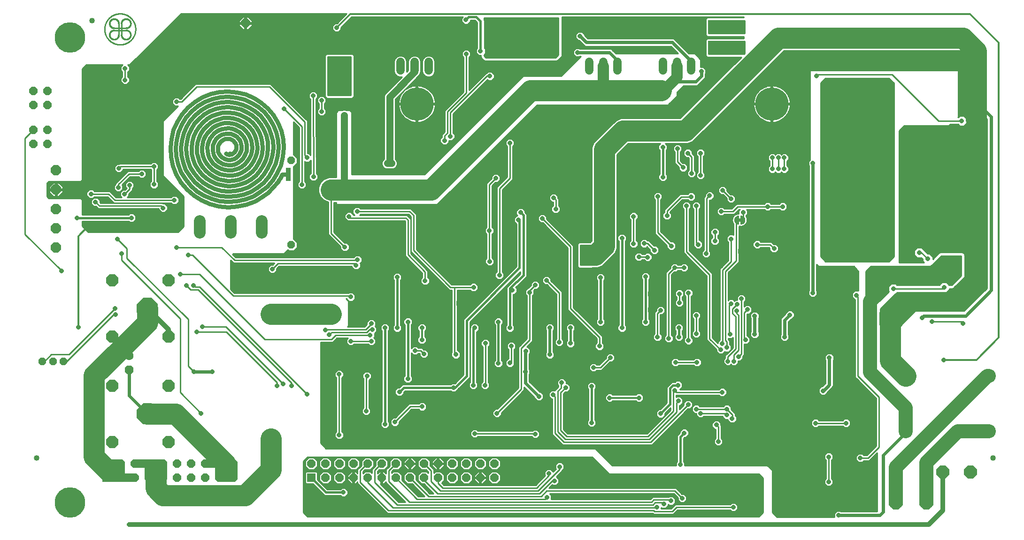
<source format=gbl>
G75*
%MOIN*%
%OFA0B0*%
%FSLAX25Y25*%
%IPPOS*%
%LPD*%
%AMOC8*
5,1,8,0,0,1.08239X$1,22.5*
%
%ADD10C,0.06000*%
%ADD11OC8,0.07087*%
%ADD12OC8,0.08600*%
%ADD13OC8,0.15000*%
%ADD14C,0.01000*%
%ADD15C,0.00100*%
%ADD16OC8,0.05906*%
%ADD17C,0.08250*%
%ADD18OC8,0.05315*%
%ADD19OC8,0.05400*%
%ADD20OC8,0.10000*%
%ADD21R,0.05906X0.05906*%
%ADD22OC8,0.09693*%
%ADD23C,0.04000*%
%ADD24OC8,0.06300*%
%ADD25C,0.06300*%
%ADD26OC8,0.09055*%
%ADD27C,0.00404*%
%ADD28C,0.10000*%
%ADD29OC8,0.06496*%
%ADD30C,0.23622*%
%ADD31C,0.00400*%
%ADD32C,0.03200*%
%ADD33OC8,0.03175*%
%ADD34C,0.01600*%
%ADD35C,0.02000*%
%ADD36C,0.01200*%
%ADD37R,0.03175X0.03175*%
%ADD38C,0.15000*%
%ADD39C,0.08000*%
%ADD40C,0.05000*%
%ADD41C,0.02400*%
%ADD42C,0.03150*%
%ADD43C,0.03175*%
%ADD44C,0.21654*%
%ADD45C,0.10000*%
D10*
X0170042Y0115075D02*
X0180042Y0115075D01*
X0180042Y0125075D01*
X0170042Y0125075D01*
X0180042Y0115075D02*
X0190042Y0115075D01*
X0200042Y0115075D02*
X0200042Y0125075D01*
X0210042Y0125075D01*
X0210042Y0115075D01*
X0200042Y0125075D02*
X0190042Y0125075D01*
X0240042Y0125075D02*
X0250042Y0125075D01*
X0250042Y0115075D01*
X0260042Y0115075D01*
X0260042Y0125075D01*
X0378593Y0404662D02*
X0378593Y0410662D01*
X0388593Y0410662D02*
X0388593Y0404662D01*
X0398593Y0404662D02*
X0398593Y0410662D01*
X0512593Y0410662D02*
X0512593Y0404662D01*
X0522593Y0404662D02*
X0522593Y0410662D01*
X0532593Y0410662D02*
X0532593Y0404662D01*
X0565093Y0404662D02*
X0565093Y0410662D01*
X0575093Y0410662D02*
X0575093Y0404662D01*
X0585093Y0404662D02*
X0585093Y0410662D01*
D11*
X0134058Y0333736D03*
X0134058Y0319957D03*
X0134058Y0306177D03*
X0134058Y0292398D03*
X0134058Y0278618D03*
D12*
X0173979Y0255508D03*
X0213979Y0255508D03*
X0213979Y0215508D03*
X0173979Y0215508D03*
X0173979Y0180508D03*
X0213979Y0180508D03*
X0213979Y0140508D03*
X0173979Y0140508D03*
D13*
X0199018Y0160508D03*
X0199018Y0235508D03*
D14*
X0176093Y0235362D02*
X0143343Y0202612D01*
X0130593Y0202612D01*
X0125890Y0197909D01*
X0124373Y0197909D01*
X0139373Y0197909D02*
X0141640Y0197909D01*
X0174843Y0231112D01*
X0176343Y0231112D01*
X0180593Y0269862D02*
X0222343Y0228112D01*
X0222343Y0175612D01*
X0237093Y0160862D01*
X0231843Y0190362D02*
X0227843Y0194362D01*
X0227843Y0227612D01*
X0184343Y0271112D01*
X0184343Y0278112D01*
X0177593Y0284862D01*
X0180593Y0274362D02*
X0180593Y0269862D01*
X0156843Y0289862D02*
X0152593Y0294112D01*
X0152593Y0297562D01*
X0185527Y0297562D01*
X0186314Y0296775D01*
X0188872Y0296775D01*
X0190681Y0298583D01*
X0190681Y0301141D01*
X0188872Y0302950D01*
X0186314Y0302950D01*
X0185527Y0302162D01*
X0152593Y0302162D01*
X0152593Y0312862D01*
X0151593Y0313862D01*
X0128843Y0313862D01*
X0127593Y0315112D01*
X0127593Y0324612D01*
X0128843Y0325862D01*
X0151593Y0325862D01*
X0152593Y0326862D01*
X0152593Y0405612D01*
X0155593Y0408612D01*
X0181237Y0408612D01*
X0180016Y0407391D01*
X0180016Y0404833D01*
X0181103Y0403746D01*
X0181103Y0400228D01*
X0180016Y0399141D01*
X0180016Y0396583D01*
X0181824Y0394775D01*
X0184382Y0394775D01*
X0186190Y0396583D01*
X0186190Y0399141D01*
X0185103Y0400228D01*
X0185103Y0403746D01*
X0186190Y0404833D01*
X0186190Y0407391D01*
X0184969Y0408612D01*
X0186343Y0408612D01*
X0222912Y0445181D01*
X0340442Y0445181D01*
X0333461Y0438200D01*
X0332064Y0438200D01*
X0330256Y0436391D01*
X0330256Y0433833D01*
X0332064Y0432025D01*
X0334622Y0432025D01*
X0336431Y0433833D01*
X0336431Y0435230D01*
X0343963Y0442762D01*
X0422877Y0442762D01*
X0422006Y0441891D01*
X0422006Y0439333D01*
X0423814Y0437525D01*
X0426372Y0437525D01*
X0428181Y0439333D01*
X0428181Y0440312D01*
X0431390Y0440312D01*
X0433043Y0438660D01*
X0433043Y0420428D01*
X0432256Y0419641D01*
X0432256Y0417083D01*
X0434064Y0415275D01*
X0435493Y0415275D01*
X0435493Y0414595D01*
X0435889Y0413639D01*
X0436620Y0412908D01*
X0437870Y0411658D01*
X0438826Y0411262D01*
X0489110Y0411262D01*
X0490066Y0411658D01*
X0490797Y0412389D01*
X0492797Y0414389D01*
X0493193Y0415345D01*
X0493193Y0442762D01*
X0622343Y0442762D01*
X0622343Y0442312D01*
X0596432Y0442312D01*
X0595143Y0441023D01*
X0595143Y0430201D01*
X0596432Y0428912D01*
X0622343Y0428912D01*
X0622343Y0427562D01*
X0596432Y0427562D01*
X0595143Y0426273D01*
X0595143Y0415451D01*
X0596432Y0414162D01*
X0620665Y0414162D01*
X0577115Y0370612D01*
X0534803Y0370612D01*
X0531495Y0369242D01*
X0515713Y0353460D01*
X0514343Y0350152D01*
X0514343Y0283590D01*
X0513315Y0282562D01*
X0505432Y0282562D01*
X0504143Y0281273D01*
X0504143Y0265451D01*
X0505432Y0264162D01*
X0514504Y0264162D01*
X0514704Y0264362D01*
X0518633Y0264362D01*
X0521941Y0265732D01*
X0524473Y0268264D01*
X0524473Y0268264D01*
X0528441Y0272232D01*
X0530973Y0274764D01*
X0532343Y0278072D01*
X0532343Y0344634D01*
X0540321Y0352612D01*
X0562977Y0352612D01*
X0561756Y0351391D01*
X0561756Y0348833D01*
X0562543Y0348046D01*
X0562543Y0330928D01*
X0561756Y0330141D01*
X0561756Y0327583D01*
X0563564Y0325775D01*
X0566122Y0325775D01*
X0567931Y0327583D01*
X0567931Y0330141D01*
X0567143Y0330928D01*
X0567143Y0348046D01*
X0567931Y0348833D01*
X0567931Y0351391D01*
X0566709Y0352612D01*
X0582633Y0352612D01*
X0585941Y0353982D01*
X0650821Y0418862D01*
X0669343Y0418862D01*
X0669343Y0340978D01*
X0668256Y0339891D01*
X0668256Y0337333D01*
X0668643Y0336946D01*
X0668643Y0248028D01*
X0668256Y0247641D01*
X0668256Y0245083D01*
X0670064Y0243275D01*
X0672622Y0243275D01*
X0674431Y0245083D01*
X0674431Y0247641D01*
X0674043Y0248028D01*
X0674043Y0266662D01*
X0675343Y0265362D01*
X0700593Y0265362D01*
X0703593Y0261862D01*
X0703593Y0247950D01*
X0701064Y0247950D01*
X0699256Y0246141D01*
X0699256Y0243583D01*
X0701064Y0241775D01*
X0701343Y0241775D01*
X0701343Y0186534D01*
X0702515Y0185362D01*
X0716343Y0171534D01*
X0716343Y0137691D01*
X0709765Y0131112D01*
X0707459Y0131112D01*
X0706372Y0132200D01*
X0703814Y0132200D01*
X0702006Y0130391D01*
X0702006Y0127833D01*
X0703814Y0126025D01*
X0706372Y0126025D01*
X0707459Y0127112D01*
X0711422Y0127112D01*
X0717093Y0132784D01*
X0717093Y0091062D01*
X0691259Y0091062D01*
X0690872Y0091450D01*
X0688314Y0091450D01*
X0686506Y0089641D01*
X0686506Y0087112D01*
X0645843Y0087112D01*
X0642593Y0090362D01*
X0642593Y0120362D01*
X0639093Y0123862D01*
X0580431Y0123862D01*
X0580431Y0125641D01*
X0579643Y0126428D01*
X0579643Y0143160D01*
X0580258Y0143775D01*
X0581372Y0143775D01*
X0583181Y0145583D01*
X0583181Y0148141D01*
X0581372Y0149950D01*
X0578814Y0149950D01*
X0577006Y0148141D01*
X0577006Y0147027D01*
X0575043Y0145065D01*
X0575043Y0126428D01*
X0574256Y0125641D01*
X0574256Y0123862D01*
X0528843Y0123862D01*
X0516843Y0135862D01*
X0325593Y0135862D01*
X0321843Y0139612D01*
X0321843Y0211362D01*
X0330422Y0211362D01*
X0331593Y0212534D01*
X0333422Y0214362D01*
X0341227Y0214362D01*
X0340256Y0213391D01*
X0340256Y0210833D01*
X0342064Y0209025D01*
X0344622Y0209025D01*
X0345709Y0210112D01*
X0355477Y0210112D01*
X0356564Y0209025D01*
X0359122Y0209025D01*
X0360931Y0210833D01*
X0360931Y0213391D01*
X0359709Y0214612D01*
X0360181Y0215083D01*
X0360181Y0217583D01*
X0361681Y0219083D01*
X0361681Y0221641D01*
X0360459Y0222862D01*
X0360931Y0223333D01*
X0360931Y0225891D01*
X0359122Y0227700D01*
X0356564Y0227700D01*
X0354756Y0225891D01*
X0354756Y0224103D01*
X0353015Y0222362D01*
X0340843Y0222362D01*
X0341593Y0223112D01*
X0341593Y0240862D01*
X0340093Y0242362D01*
X0340256Y0242362D01*
X0340256Y0242333D01*
X0342064Y0240525D01*
X0344622Y0240525D01*
X0346431Y0242333D01*
X0346431Y0244891D01*
X0344622Y0246700D01*
X0342064Y0246700D01*
X0341727Y0246362D01*
X0260672Y0246362D01*
X0257843Y0249191D01*
X0257843Y0269784D01*
X0258843Y0268784D01*
X0258843Y0268784D01*
X0260015Y0267612D01*
X0289034Y0267612D01*
X0287872Y0266450D01*
X0286334Y0266450D01*
X0284525Y0264641D01*
X0284525Y0262083D01*
X0286334Y0260275D01*
X0288892Y0260275D01*
X0290700Y0262083D01*
X0290700Y0263621D01*
X0292441Y0265362D01*
X0344006Y0265362D01*
X0344006Y0264833D01*
X0345814Y0263025D01*
X0348372Y0263025D01*
X0350181Y0264833D01*
X0350181Y0267391D01*
X0349959Y0267612D01*
X0351181Y0268833D01*
X0351181Y0271391D01*
X0349372Y0273200D01*
X0346814Y0273200D01*
X0345227Y0271612D01*
X0261672Y0271612D01*
X0259382Y0273901D01*
X0259843Y0274362D01*
X0296093Y0274362D01*
X0298748Y0277017D01*
X0299353Y0276412D01*
X0302833Y0276412D01*
X0305293Y0278873D01*
X0305293Y0282352D01*
X0302833Y0284812D01*
X0302593Y0284812D01*
X0302593Y0336412D01*
X0302833Y0336412D01*
X0305293Y0338873D01*
X0305293Y0342352D01*
X0302833Y0344812D01*
X0302593Y0344812D01*
X0302593Y0368034D01*
X0306593Y0364034D01*
X0306593Y0325728D01*
X0305506Y0324641D01*
X0305506Y0322083D01*
X0307314Y0320275D01*
X0309872Y0320275D01*
X0311681Y0322083D01*
X0311681Y0324641D01*
X0310593Y0325728D01*
X0310593Y0339996D01*
X0311064Y0339525D01*
X0313622Y0339525D01*
X0314793Y0340696D01*
X0314833Y0331468D01*
X0313756Y0330391D01*
X0313756Y0327833D01*
X0315564Y0326025D01*
X0318122Y0326025D01*
X0319931Y0327833D01*
X0319931Y0330391D01*
X0318833Y0331489D01*
X0318603Y0384256D01*
X0319681Y0385333D01*
X0319681Y0387891D01*
X0317872Y0389700D01*
X0315314Y0389700D01*
X0313506Y0387891D01*
X0313506Y0385333D01*
X0314603Y0384236D01*
X0314776Y0344546D01*
X0313622Y0345700D01*
X0312593Y0345700D01*
X0312593Y0368941D01*
X0311422Y0370112D01*
X0286422Y0395112D01*
X0233265Y0395112D01*
X0232093Y0393941D01*
X0222515Y0384362D01*
X0221959Y0384362D01*
X0220872Y0385450D01*
X0218314Y0385450D01*
X0216506Y0383641D01*
X0216506Y0381083D01*
X0218314Y0379275D01*
X0220506Y0379275D01*
X0210093Y0368862D01*
X0210093Y0329612D01*
X0224593Y0315112D01*
X0224593Y0293862D01*
X0220593Y0289862D01*
X0156843Y0289862D01*
X0156163Y0290542D02*
X0221273Y0290542D01*
X0222272Y0291541D02*
X0155165Y0291541D01*
X0154166Y0292539D02*
X0223270Y0292539D01*
X0224269Y0293538D02*
X0153168Y0293538D01*
X0152593Y0294536D02*
X0224593Y0294536D01*
X0224593Y0295535D02*
X0152593Y0295535D01*
X0152593Y0296533D02*
X0224593Y0296533D01*
X0224593Y0297532D02*
X0189629Y0297532D01*
X0190627Y0298530D02*
X0224593Y0298530D01*
X0224593Y0299529D02*
X0190681Y0299529D01*
X0190681Y0300527D02*
X0224593Y0300527D01*
X0224593Y0301526D02*
X0190296Y0301526D01*
X0189297Y0302524D02*
X0224593Y0302524D01*
X0224593Y0303523D02*
X0152593Y0303523D01*
X0152593Y0304521D02*
X0208068Y0304521D01*
X0208814Y0303775D02*
X0211372Y0303775D01*
X0213181Y0305583D01*
X0213181Y0308141D01*
X0211372Y0309950D01*
X0209834Y0309950D01*
X0209422Y0310362D01*
X0165672Y0310362D01*
X0165181Y0310853D01*
X0165181Y0312391D01*
X0163372Y0314200D01*
X0160814Y0314200D01*
X0159006Y0312391D01*
X0159006Y0309833D01*
X0160814Y0308025D01*
X0162352Y0308025D01*
X0164015Y0306362D01*
X0207006Y0306362D01*
X0207006Y0305583D01*
X0208814Y0303775D01*
X0207069Y0305520D02*
X0152593Y0305520D01*
X0152593Y0306518D02*
X0163859Y0306518D01*
X0162860Y0307517D02*
X0152593Y0307517D01*
X0152593Y0308515D02*
X0160324Y0308515D01*
X0159325Y0309514D02*
X0152593Y0309514D01*
X0152593Y0310512D02*
X0159006Y0310512D01*
X0159006Y0311511D02*
X0152593Y0311511D01*
X0152593Y0312509D02*
X0159124Y0312509D01*
X0160123Y0313508D02*
X0151947Y0313508D01*
X0155756Y0315583D02*
X0157564Y0313775D01*
X0160122Y0313775D01*
X0161209Y0314862D01*
X0170515Y0314862D01*
X0173843Y0311534D01*
X0175015Y0310362D01*
X0215727Y0310362D01*
X0216814Y0309275D01*
X0219372Y0309275D01*
X0221181Y0311083D01*
X0221181Y0313641D01*
X0219372Y0315450D01*
X0216814Y0315450D01*
X0215727Y0314362D01*
X0184709Y0314362D01*
X0185681Y0315333D01*
X0185681Y0316871D01*
X0188343Y0319534D01*
X0188343Y0320746D01*
X0189431Y0321833D01*
X0189431Y0324391D01*
X0187622Y0326200D01*
X0185064Y0326200D01*
X0183256Y0324391D01*
X0183256Y0321833D01*
X0184121Y0320968D01*
X0182852Y0319700D01*
X0181314Y0319700D01*
X0179506Y0317891D01*
X0179506Y0315333D01*
X0180477Y0314362D01*
X0176672Y0314362D01*
X0172172Y0318862D01*
X0161209Y0318862D01*
X0160122Y0319950D01*
X0157564Y0319950D01*
X0155756Y0318141D01*
X0155756Y0315583D01*
X0155834Y0315505D02*
X0136455Y0315505D01*
X0136064Y0315113D02*
X0138901Y0317951D01*
X0138901Y0319457D01*
X0134558Y0319457D01*
X0134558Y0320457D01*
X0133558Y0320457D01*
X0133558Y0324800D01*
X0132052Y0324800D01*
X0129214Y0321963D01*
X0129214Y0320457D01*
X0133558Y0320457D01*
X0133558Y0319457D01*
X0129214Y0319457D01*
X0129214Y0317951D01*
X0132052Y0315113D01*
X0133558Y0315113D01*
X0133558Y0319457D01*
X0134558Y0319457D01*
X0134558Y0315113D01*
X0136064Y0315113D01*
X0134558Y0315505D02*
X0133558Y0315505D01*
X0133558Y0316503D02*
X0134558Y0316503D01*
X0134558Y0317502D02*
X0133558Y0317502D01*
X0133558Y0318500D02*
X0134558Y0318500D01*
X0134558Y0319499D02*
X0157114Y0319499D01*
X0156115Y0318500D02*
X0138901Y0318500D01*
X0138452Y0317502D02*
X0155756Y0317502D01*
X0155756Y0316503D02*
X0137454Y0316503D01*
X0138901Y0320457D02*
X0138901Y0321963D01*
X0136064Y0324800D01*
X0134558Y0324800D01*
X0134558Y0320457D01*
X0138901Y0320457D01*
X0138901Y0320497D02*
X0175256Y0320497D01*
X0175256Y0320083D02*
X0177064Y0318275D01*
X0179622Y0318275D01*
X0181431Y0320083D01*
X0181431Y0322641D01*
X0180815Y0323256D01*
X0186672Y0329112D01*
X0192477Y0329112D01*
X0193564Y0328025D01*
X0196122Y0328025D01*
X0197931Y0329833D01*
X0197931Y0332391D01*
X0196122Y0334200D01*
X0193564Y0334200D01*
X0192477Y0333112D01*
X0185015Y0333112D01*
X0177515Y0325612D01*
X0176343Y0324441D01*
X0176343Y0323728D01*
X0175256Y0322641D01*
X0175256Y0320083D01*
X0175840Y0319499D02*
X0160573Y0319499D01*
X0158843Y0316862D02*
X0171343Y0316862D01*
X0175843Y0312362D01*
X0218093Y0312362D01*
X0215871Y0314506D02*
X0184854Y0314506D01*
X0185681Y0315505D02*
X0224200Y0315505D01*
X0224593Y0314506D02*
X0220315Y0314506D01*
X0221181Y0313508D02*
X0224593Y0313508D01*
X0224593Y0312509D02*
X0221181Y0312509D01*
X0221181Y0311511D02*
X0224593Y0311511D01*
X0224593Y0310512D02*
X0220610Y0310512D01*
X0219611Y0309514D02*
X0224593Y0309514D01*
X0224593Y0308515D02*
X0212806Y0308515D01*
X0213181Y0307517D02*
X0224593Y0307517D01*
X0224593Y0306518D02*
X0213181Y0306518D01*
X0213117Y0305520D02*
X0224593Y0305520D01*
X0224593Y0304521D02*
X0212118Y0304521D01*
X0210093Y0306862D02*
X0208593Y0308362D01*
X0164843Y0308362D01*
X0162093Y0311112D01*
X0164064Y0313508D02*
X0171869Y0313508D01*
X0170871Y0314506D02*
X0160854Y0314506D01*
X0156833Y0314506D02*
X0128199Y0314506D01*
X0127593Y0315505D02*
X0131660Y0315505D01*
X0130662Y0316503D02*
X0127593Y0316503D01*
X0127593Y0317502D02*
X0129663Y0317502D01*
X0129214Y0318500D02*
X0127593Y0318500D01*
X0127593Y0319499D02*
X0133558Y0319499D01*
X0133558Y0320497D02*
X0134558Y0320497D01*
X0134558Y0321496D02*
X0133558Y0321496D01*
X0133558Y0322495D02*
X0134558Y0322495D01*
X0134558Y0323493D02*
X0133558Y0323493D01*
X0133558Y0324492D02*
X0134558Y0324492D01*
X0136372Y0324492D02*
X0176394Y0324492D01*
X0176108Y0323493D02*
X0137371Y0323493D01*
X0138369Y0322495D02*
X0175256Y0322495D01*
X0175256Y0321496D02*
X0138901Y0321496D01*
X0131743Y0324492D02*
X0127593Y0324492D01*
X0127593Y0323493D02*
X0130745Y0323493D01*
X0129746Y0322495D02*
X0127593Y0322495D01*
X0127593Y0321496D02*
X0129214Y0321496D01*
X0129214Y0320497D02*
X0127593Y0320497D01*
X0128471Y0325490D02*
X0177393Y0325490D01*
X0178391Y0326489D02*
X0152220Y0326489D01*
X0152593Y0327487D02*
X0179390Y0327487D01*
X0180388Y0328486D02*
X0152593Y0328486D01*
X0152593Y0329484D02*
X0181387Y0329484D01*
X0182385Y0330483D02*
X0152593Y0330483D01*
X0152593Y0331481D02*
X0183384Y0331481D01*
X0184382Y0332480D02*
X0180337Y0332480D01*
X0179882Y0332025D02*
X0181690Y0333833D01*
X0181690Y0334362D01*
X0201227Y0334362D01*
X0201593Y0333996D01*
X0201593Y0325978D01*
X0200506Y0324891D01*
X0200506Y0322333D01*
X0202314Y0320525D01*
X0204872Y0320525D01*
X0206681Y0322333D01*
X0206681Y0324891D01*
X0205593Y0325978D01*
X0205593Y0333996D01*
X0206681Y0335083D01*
X0206681Y0337641D01*
X0204872Y0339450D01*
X0202314Y0339450D01*
X0201227Y0338362D01*
X0179025Y0338362D01*
X0178862Y0338200D01*
X0177324Y0338200D01*
X0175516Y0336391D01*
X0175516Y0333833D01*
X0177324Y0332025D01*
X0179882Y0332025D01*
X0181335Y0333478D02*
X0192843Y0333478D01*
X0194843Y0331112D02*
X0185843Y0331112D01*
X0178343Y0323612D01*
X0178343Y0321362D01*
X0181431Y0321496D02*
X0183593Y0321496D01*
X0183650Y0320497D02*
X0181431Y0320497D01*
X0181114Y0319499D02*
X0180846Y0319499D01*
X0180115Y0318500D02*
X0179848Y0318500D01*
X0179506Y0317502D02*
X0173532Y0317502D01*
X0174530Y0316503D02*
X0179506Y0316503D01*
X0179506Y0315505D02*
X0175529Y0315505D01*
X0176527Y0314506D02*
X0180333Y0314506D01*
X0182593Y0316612D02*
X0186343Y0320362D01*
X0186343Y0323112D01*
X0184355Y0325490D02*
X0183049Y0325490D01*
X0183356Y0324492D02*
X0182051Y0324492D01*
X0181052Y0323493D02*
X0183256Y0323493D01*
X0183256Y0322495D02*
X0181431Y0322495D01*
X0184048Y0326489D02*
X0201593Y0326489D01*
X0201593Y0327487D02*
X0185046Y0327487D01*
X0186045Y0328486D02*
X0193104Y0328486D01*
X0196583Y0328486D02*
X0201593Y0328486D01*
X0201593Y0329484D02*
X0197581Y0329484D01*
X0197931Y0330483D02*
X0201593Y0330483D01*
X0201593Y0331481D02*
X0197931Y0331481D01*
X0197842Y0332480D02*
X0201593Y0332480D01*
X0201593Y0333478D02*
X0196843Y0333478D01*
X0201335Y0338471D02*
X0152593Y0338471D01*
X0152593Y0339469D02*
X0210093Y0339469D01*
X0210093Y0338471D02*
X0205851Y0338471D01*
X0206681Y0337472D02*
X0210093Y0337472D01*
X0210093Y0336474D02*
X0206681Y0336474D01*
X0206681Y0335475D02*
X0210093Y0335475D01*
X0210093Y0334477D02*
X0206074Y0334477D01*
X0205593Y0333478D02*
X0210093Y0333478D01*
X0210093Y0332480D02*
X0205593Y0332480D01*
X0205593Y0331481D02*
X0210093Y0331481D01*
X0210093Y0330483D02*
X0205593Y0330483D01*
X0205593Y0329484D02*
X0210221Y0329484D01*
X0211220Y0328486D02*
X0205593Y0328486D01*
X0205593Y0327487D02*
X0212218Y0327487D01*
X0213217Y0326489D02*
X0205593Y0326489D01*
X0206082Y0325490D02*
X0214215Y0325490D01*
X0215214Y0324492D02*
X0206681Y0324492D01*
X0206681Y0323493D02*
X0216212Y0323493D01*
X0217211Y0322495D02*
X0206681Y0322495D01*
X0205843Y0321496D02*
X0218209Y0321496D01*
X0219208Y0320497D02*
X0188343Y0320497D01*
X0188308Y0319499D02*
X0220206Y0319499D01*
X0221205Y0318500D02*
X0187310Y0318500D01*
X0186311Y0317502D02*
X0222203Y0317502D01*
X0223202Y0316503D02*
X0185681Y0316503D01*
X0189093Y0321496D02*
X0201343Y0321496D01*
X0200506Y0322495D02*
X0189431Y0322495D01*
X0189431Y0323493D02*
X0200506Y0323493D01*
X0200506Y0324492D02*
X0189330Y0324492D01*
X0188332Y0325490D02*
X0201105Y0325490D01*
X0203593Y0323612D02*
X0203593Y0336362D01*
X0179853Y0336362D01*
X0178603Y0335112D01*
X0176597Y0337472D02*
X0152593Y0337472D01*
X0152593Y0336474D02*
X0175598Y0336474D01*
X0175516Y0335475D02*
X0152593Y0335475D01*
X0152593Y0334477D02*
X0175516Y0334477D01*
X0175871Y0333478D02*
X0152593Y0333478D01*
X0152593Y0332480D02*
X0176869Y0332480D01*
X0176839Y0318500D02*
X0172533Y0318500D01*
X0172868Y0312509D02*
X0165062Y0312509D01*
X0165181Y0311511D02*
X0173866Y0311511D01*
X0174865Y0310512D02*
X0165521Y0310512D01*
X0152593Y0302524D02*
X0185889Y0302524D01*
X0185557Y0297532D02*
X0152593Y0297532D01*
X0137843Y0262362D02*
X0112093Y0288112D01*
X0112093Y0356417D01*
X0118034Y0362358D01*
X0152593Y0362435D02*
X0210093Y0362435D01*
X0210093Y0363433D02*
X0152593Y0363433D01*
X0152593Y0364432D02*
X0210093Y0364432D01*
X0210093Y0365430D02*
X0152593Y0365430D01*
X0152593Y0366429D02*
X0210093Y0366429D01*
X0210093Y0367428D02*
X0152593Y0367428D01*
X0152593Y0368426D02*
X0210093Y0368426D01*
X0210655Y0369425D02*
X0152593Y0369425D01*
X0152593Y0370423D02*
X0211654Y0370423D01*
X0212653Y0371422D02*
X0152593Y0371422D01*
X0152593Y0372420D02*
X0213651Y0372420D01*
X0214650Y0373419D02*
X0152593Y0373419D01*
X0152593Y0374417D02*
X0215648Y0374417D01*
X0216647Y0375416D02*
X0152593Y0375416D01*
X0152593Y0376414D02*
X0217645Y0376414D01*
X0218644Y0377413D02*
X0152593Y0377413D01*
X0152593Y0378411D02*
X0219642Y0378411D01*
X0218179Y0379410D02*
X0152593Y0379410D01*
X0152593Y0380408D02*
X0217181Y0380408D01*
X0216506Y0381407D02*
X0152593Y0381407D01*
X0152593Y0382405D02*
X0216506Y0382405D01*
X0216506Y0383404D02*
X0152593Y0383404D01*
X0152593Y0384402D02*
X0217267Y0384402D01*
X0218265Y0385401D02*
X0152593Y0385401D01*
X0152593Y0386399D02*
X0224552Y0386399D01*
X0225550Y0387398D02*
X0152593Y0387398D01*
X0152593Y0388396D02*
X0226549Y0388396D01*
X0227547Y0389395D02*
X0152593Y0389395D01*
X0152593Y0390393D02*
X0228546Y0390393D01*
X0229544Y0391392D02*
X0152593Y0391392D01*
X0152593Y0392390D02*
X0230543Y0392390D01*
X0231541Y0393389D02*
X0152593Y0393389D01*
X0152593Y0394387D02*
X0232540Y0394387D01*
X0234093Y0393112D02*
X0285593Y0393112D01*
X0310593Y0368112D01*
X0310593Y0344362D01*
X0312343Y0342612D01*
X0314565Y0340468D02*
X0314794Y0340468D01*
X0314798Y0339469D02*
X0310593Y0339469D01*
X0310593Y0338471D02*
X0314802Y0338471D01*
X0314807Y0337472D02*
X0310593Y0337472D01*
X0310593Y0336474D02*
X0314811Y0336474D01*
X0314815Y0335475D02*
X0310593Y0335475D01*
X0310593Y0334477D02*
X0314820Y0334477D01*
X0314824Y0333478D02*
X0310593Y0333478D01*
X0310593Y0332480D02*
X0314829Y0332480D01*
X0314833Y0331481D02*
X0310593Y0331481D01*
X0310593Y0330483D02*
X0313847Y0330483D01*
X0313756Y0329484D02*
X0310593Y0329484D01*
X0310593Y0328486D02*
X0313756Y0328486D01*
X0314102Y0327487D02*
X0310593Y0327487D01*
X0310593Y0326489D02*
X0315101Y0326489D01*
X0316843Y0329112D02*
X0316593Y0386612D01*
X0314437Y0384402D02*
X0297132Y0384402D01*
X0298130Y0383404D02*
X0314607Y0383404D01*
X0314611Y0382405D02*
X0299129Y0382405D01*
X0300127Y0381407D02*
X0314616Y0381407D01*
X0314620Y0380408D02*
X0301126Y0380408D01*
X0302124Y0379410D02*
X0314624Y0379410D01*
X0314629Y0378411D02*
X0303123Y0378411D01*
X0304121Y0377413D02*
X0314633Y0377413D01*
X0314638Y0376414D02*
X0305120Y0376414D01*
X0306118Y0375416D02*
X0314642Y0375416D01*
X0314646Y0374417D02*
X0307117Y0374417D01*
X0308115Y0373419D02*
X0314651Y0373419D01*
X0314655Y0372420D02*
X0309114Y0372420D01*
X0310112Y0371422D02*
X0314659Y0371422D01*
X0314664Y0370423D02*
X0311111Y0370423D01*
X0312109Y0369425D02*
X0314668Y0369425D01*
X0314672Y0368426D02*
X0312593Y0368426D01*
X0312593Y0367428D02*
X0314677Y0367428D01*
X0314681Y0366429D02*
X0312593Y0366429D01*
X0312593Y0365430D02*
X0314685Y0365430D01*
X0314690Y0364432D02*
X0312593Y0364432D01*
X0312593Y0363433D02*
X0314694Y0363433D01*
X0314698Y0362435D02*
X0312593Y0362435D01*
X0312593Y0361436D02*
X0314703Y0361436D01*
X0314707Y0360438D02*
X0312593Y0360438D01*
X0312593Y0359439D02*
X0314711Y0359439D01*
X0314716Y0358441D02*
X0312593Y0358441D01*
X0312593Y0357442D02*
X0314720Y0357442D01*
X0314724Y0356444D02*
X0312593Y0356444D01*
X0312593Y0355445D02*
X0314729Y0355445D01*
X0314733Y0354447D02*
X0312593Y0354447D01*
X0312593Y0353448D02*
X0314737Y0353448D01*
X0314742Y0352450D02*
X0312593Y0352450D01*
X0312593Y0351451D02*
X0314746Y0351451D01*
X0314750Y0350453D02*
X0312593Y0350453D01*
X0312593Y0349454D02*
X0314755Y0349454D01*
X0314759Y0348456D02*
X0312593Y0348456D01*
X0312593Y0347457D02*
X0314763Y0347457D01*
X0314768Y0346459D02*
X0312593Y0346459D01*
X0313861Y0345460D02*
X0314772Y0345460D01*
X0318772Y0345460D02*
X0332843Y0345460D01*
X0332843Y0344462D02*
X0318776Y0344462D01*
X0318781Y0343463D02*
X0332843Y0343463D01*
X0332843Y0342465D02*
X0318785Y0342465D01*
X0318789Y0341466D02*
X0332843Y0341466D01*
X0332843Y0340468D02*
X0318794Y0340468D01*
X0318798Y0339469D02*
X0332843Y0339469D01*
X0332843Y0338471D02*
X0318802Y0338471D01*
X0318807Y0337472D02*
X0332843Y0337472D01*
X0332843Y0336474D02*
X0318811Y0336474D01*
X0318816Y0335475D02*
X0332843Y0335475D01*
X0332843Y0334477D02*
X0318820Y0334477D01*
X0318824Y0333478D02*
X0332843Y0333478D01*
X0332843Y0332480D02*
X0318829Y0332480D01*
X0318840Y0331481D02*
X0332843Y0331481D01*
X0332843Y0330483D02*
X0319839Y0330483D01*
X0319931Y0329484D02*
X0332843Y0329484D01*
X0332843Y0328904D02*
X0327553Y0328904D01*
X0324245Y0327533D01*
X0321713Y0325002D01*
X0320343Y0321694D01*
X0320343Y0318113D01*
X0321713Y0314805D01*
X0324245Y0312274D01*
X0327343Y0310990D01*
X0327343Y0288034D01*
X0336006Y0279371D01*
X0336006Y0277833D01*
X0337814Y0276025D01*
X0340372Y0276025D01*
X0342181Y0277833D01*
X0342181Y0280391D01*
X0340372Y0282200D01*
X0338834Y0282200D01*
X0331343Y0289691D01*
X0331343Y0310904D01*
X0332843Y0310904D01*
X0332843Y0309948D01*
X0333429Y0309362D01*
X0404757Y0309362D01*
X0405343Y0309948D01*
X0475507Y0380112D01*
X0568507Y0380112D01*
X0569093Y0380698D01*
X0574843Y0386448D01*
X0574843Y0389198D01*
X0579557Y0393912D01*
X0588880Y0393912D01*
X0589873Y0394323D01*
X0590632Y0395083D01*
X0594632Y0399083D01*
X0595043Y0400075D01*
X0595043Y0402446D01*
X0595431Y0402833D01*
X0595431Y0405391D01*
X0593622Y0407200D01*
X0591593Y0407200D01*
X0591593Y0412526D01*
X0591007Y0413112D01*
X0587507Y0416612D01*
X0583412Y0416612D01*
X0573882Y0426142D01*
X0573123Y0426901D01*
X0572130Y0427312D01*
X0511712Y0427312D01*
X0509181Y0429843D01*
X0509181Y0430391D01*
X0507372Y0432200D01*
X0504814Y0432200D01*
X0503006Y0430391D01*
X0503006Y0427833D01*
X0504814Y0426025D01*
X0505362Y0426025D01*
X0509064Y0422323D01*
X0510056Y0421912D01*
X0570475Y0421912D01*
X0575775Y0416612D01*
X0531662Y0416612D01*
X0529382Y0418892D01*
X0528623Y0419651D01*
X0527630Y0420062D01*
X0506009Y0420062D01*
X0505622Y0420450D01*
X0503064Y0420450D01*
X0501256Y0418641D01*
X0501256Y0416083D01*
X0503064Y0414275D01*
X0505622Y0414275D01*
X0506009Y0414662D01*
X0506479Y0414662D01*
X0492679Y0400862D01*
X0465929Y0400862D01*
X0465343Y0400276D01*
X0395679Y0330612D01*
X0344093Y0330612D01*
X0344093Y0374776D01*
X0343507Y0375362D01*
X0342507Y0376362D01*
X0339992Y0376362D01*
X0339389Y0376612D01*
X0337798Y0376612D01*
X0337194Y0376362D01*
X0334429Y0376362D01*
X0333843Y0375776D01*
X0332843Y0374776D01*
X0332843Y0328904D01*
X0326544Y0328486D02*
X0319931Y0328486D01*
X0319584Y0327487D02*
X0324199Y0327487D01*
X0323200Y0326489D02*
X0318586Y0326489D01*
X0321502Y0324492D02*
X0311681Y0324492D01*
X0311681Y0323493D02*
X0321088Y0323493D01*
X0320675Y0322495D02*
X0311681Y0322495D01*
X0311093Y0321496D02*
X0320343Y0321496D01*
X0320343Y0320497D02*
X0310095Y0320497D01*
X0307092Y0320497D02*
X0302593Y0320497D01*
X0302593Y0319499D02*
X0320343Y0319499D01*
X0320343Y0318500D02*
X0302593Y0318500D01*
X0302593Y0317502D02*
X0320596Y0317502D01*
X0321010Y0316503D02*
X0302593Y0316503D01*
X0302593Y0315505D02*
X0321424Y0315505D01*
X0322012Y0314506D02*
X0302593Y0314506D01*
X0302593Y0313508D02*
X0323011Y0313508D01*
X0324009Y0312509D02*
X0302593Y0312509D01*
X0302593Y0311511D02*
X0326087Y0311511D01*
X0327343Y0310512D02*
X0302593Y0310512D01*
X0302593Y0309514D02*
X0327343Y0309514D01*
X0327343Y0308515D02*
X0302593Y0308515D01*
X0302593Y0307517D02*
X0327343Y0307517D01*
X0327343Y0306518D02*
X0302593Y0306518D01*
X0302593Y0305520D02*
X0327343Y0305520D01*
X0327343Y0304521D02*
X0302593Y0304521D01*
X0302593Y0303523D02*
X0327343Y0303523D01*
X0327343Y0302524D02*
X0302593Y0302524D01*
X0302593Y0301526D02*
X0327343Y0301526D01*
X0327343Y0300527D02*
X0302593Y0300527D01*
X0302593Y0299529D02*
X0327343Y0299529D01*
X0327343Y0298530D02*
X0302593Y0298530D01*
X0302593Y0297532D02*
X0327343Y0297532D01*
X0327343Y0296533D02*
X0302593Y0296533D01*
X0302593Y0295535D02*
X0327343Y0295535D01*
X0327343Y0294536D02*
X0302593Y0294536D01*
X0302593Y0293538D02*
X0327343Y0293538D01*
X0327343Y0292539D02*
X0302593Y0292539D01*
X0302593Y0291541D02*
X0327343Y0291541D01*
X0327343Y0290542D02*
X0302593Y0290542D01*
X0302593Y0289544D02*
X0327343Y0289544D01*
X0327343Y0288545D02*
X0302593Y0288545D01*
X0302593Y0287547D02*
X0327830Y0287547D01*
X0328829Y0286548D02*
X0302593Y0286548D01*
X0302593Y0285550D02*
X0329827Y0285550D01*
X0330826Y0284551D02*
X0303094Y0284551D01*
X0304092Y0283553D02*
X0331824Y0283553D01*
X0332823Y0282554D02*
X0305091Y0282554D01*
X0305293Y0281556D02*
X0333821Y0281556D01*
X0334820Y0280557D02*
X0305293Y0280557D01*
X0305293Y0279559D02*
X0335818Y0279559D01*
X0336006Y0278560D02*
X0304981Y0278560D01*
X0303982Y0277561D02*
X0336278Y0277561D01*
X0337276Y0276563D02*
X0302984Y0276563D01*
X0299203Y0276563D02*
X0298294Y0276563D01*
X0297295Y0275564D02*
X0381843Y0275564D01*
X0381843Y0274566D02*
X0296297Y0274566D01*
X0291613Y0267362D02*
X0287613Y0263362D01*
X0285464Y0265579D02*
X0257843Y0265579D01*
X0257843Y0264581D02*
X0284525Y0264581D01*
X0284525Y0263582D02*
X0257843Y0263582D01*
X0257843Y0262584D02*
X0284525Y0262584D01*
X0285024Y0261585D02*
X0257843Y0261585D01*
X0257843Y0260587D02*
X0286022Y0260587D01*
X0289204Y0260587D02*
X0374952Y0260587D01*
X0375064Y0260700D02*
X0373256Y0258891D01*
X0373256Y0256333D01*
X0374043Y0255546D01*
X0374043Y0223678D01*
X0373256Y0222891D01*
X0373256Y0220333D01*
X0375064Y0218525D01*
X0377622Y0218525D01*
X0379431Y0220333D01*
X0379431Y0222891D01*
X0378643Y0223678D01*
X0378643Y0255546D01*
X0379431Y0256333D01*
X0379431Y0258891D01*
X0377622Y0260700D01*
X0375064Y0260700D01*
X0373953Y0259588D02*
X0257843Y0259588D01*
X0257843Y0258590D02*
X0373256Y0258590D01*
X0373256Y0257591D02*
X0257843Y0257591D01*
X0257843Y0256593D02*
X0373256Y0256593D01*
X0373995Y0255594D02*
X0257843Y0255594D01*
X0257843Y0254596D02*
X0374043Y0254596D01*
X0374043Y0253597D02*
X0257843Y0253597D01*
X0257843Y0252599D02*
X0374043Y0252599D01*
X0374043Y0251600D02*
X0257843Y0251600D01*
X0257843Y0250602D02*
X0374043Y0250602D01*
X0374043Y0249603D02*
X0257843Y0249603D01*
X0258429Y0248605D02*
X0374043Y0248605D01*
X0374043Y0247606D02*
X0259428Y0247606D01*
X0260426Y0246608D02*
X0341972Y0246608D01*
X0342593Y0244362D02*
X0259843Y0244362D01*
X0230843Y0273362D01*
X0228093Y0273362D01*
X0219593Y0278862D02*
X0251593Y0278862D01*
X0260843Y0269612D01*
X0347593Y0269612D01*
X0348093Y0270112D01*
X0346184Y0272569D02*
X0260715Y0272569D01*
X0259716Y0273567D02*
X0381843Y0273567D01*
X0381843Y0272784D02*
X0383015Y0271612D01*
X0394093Y0260534D01*
X0394093Y0257478D01*
X0393006Y0256391D01*
X0393006Y0253833D01*
X0394814Y0252025D01*
X0397372Y0252025D01*
X0399181Y0253833D01*
X0399181Y0256391D01*
X0398093Y0257478D01*
X0398093Y0262191D01*
X0385843Y0274441D01*
X0385843Y0299191D01*
X0384343Y0300691D01*
X0383172Y0301862D01*
X0349709Y0301862D01*
X0350209Y0302362D01*
X0384265Y0302362D01*
X0385843Y0300784D01*
X0385843Y0275784D01*
X0387015Y0274612D01*
X0411961Y0249666D01*
X0411961Y0249666D01*
X0413133Y0248494D01*
X0414843Y0248494D01*
X0414843Y0203978D01*
X0414756Y0203891D01*
X0414756Y0201333D01*
X0416564Y0199525D01*
X0419122Y0199525D01*
X0420931Y0201333D01*
X0420931Y0203891D01*
X0419122Y0205700D01*
X0418843Y0205700D01*
X0418843Y0248494D01*
X0428095Y0248494D01*
X0429182Y0247407D01*
X0431740Y0247407D01*
X0433549Y0249215D01*
X0433549Y0251773D01*
X0431740Y0253581D01*
X0429182Y0253581D01*
X0428095Y0252494D01*
X0414790Y0252494D01*
X0389843Y0277441D01*
X0389843Y0302441D01*
X0385922Y0306362D01*
X0350209Y0306362D01*
X0349122Y0307450D01*
X0346564Y0307450D01*
X0344756Y0305641D01*
X0344756Y0303083D01*
X0345977Y0301862D01*
X0345181Y0301862D01*
X0345181Y0302141D01*
X0343372Y0303950D01*
X0340814Y0303950D01*
X0339006Y0302141D01*
X0339006Y0299583D01*
X0340814Y0297775D01*
X0343372Y0297775D01*
X0343459Y0297862D01*
X0381515Y0297862D01*
X0381843Y0297534D01*
X0381843Y0272784D01*
X0382058Y0272569D02*
X0350003Y0272569D01*
X0351001Y0271570D02*
X0383057Y0271570D01*
X0383015Y0271612D02*
X0383015Y0271612D01*
X0384055Y0270572D02*
X0351181Y0270572D01*
X0351181Y0269573D02*
X0385054Y0269573D01*
X0386052Y0268575D02*
X0350922Y0268575D01*
X0349995Y0267576D02*
X0387051Y0267576D01*
X0388049Y0266578D02*
X0350181Y0266578D01*
X0350181Y0265579D02*
X0389048Y0265579D01*
X0390046Y0264581D02*
X0349928Y0264581D01*
X0348930Y0263582D02*
X0391045Y0263582D01*
X0392043Y0262584D02*
X0290700Y0262584D01*
X0290700Y0263582D02*
X0345257Y0263582D01*
X0344258Y0264581D02*
X0291660Y0264581D01*
X0291613Y0267362D02*
X0345843Y0267362D01*
X0347093Y0266112D01*
X0340910Y0276563D02*
X0381843Y0276563D01*
X0381843Y0277561D02*
X0341909Y0277561D01*
X0342181Y0278560D02*
X0381843Y0278560D01*
X0381843Y0279559D02*
X0342181Y0279559D01*
X0342015Y0280557D02*
X0381843Y0280557D01*
X0381843Y0281556D02*
X0341016Y0281556D01*
X0338480Y0282554D02*
X0381843Y0282554D01*
X0381843Y0283553D02*
X0337481Y0283553D01*
X0336483Y0284551D02*
X0381843Y0284551D01*
X0381843Y0285550D02*
X0335484Y0285550D01*
X0334486Y0286548D02*
X0381843Y0286548D01*
X0381843Y0287547D02*
X0333487Y0287547D01*
X0332489Y0288545D02*
X0381843Y0288545D01*
X0381843Y0289544D02*
X0331490Y0289544D01*
X0331343Y0290542D02*
X0381843Y0290542D01*
X0381843Y0291541D02*
X0331343Y0291541D01*
X0331343Y0292539D02*
X0381843Y0292539D01*
X0381843Y0293538D02*
X0331343Y0293538D01*
X0331343Y0294536D02*
X0381843Y0294536D01*
X0381843Y0295535D02*
X0331343Y0295535D01*
X0331343Y0296533D02*
X0381843Y0296533D01*
X0381843Y0297532D02*
X0331343Y0297532D01*
X0331343Y0298530D02*
X0340059Y0298530D01*
X0339060Y0299529D02*
X0331343Y0299529D01*
X0331343Y0300527D02*
X0339006Y0300527D01*
X0339006Y0301526D02*
X0331343Y0301526D01*
X0331343Y0302524D02*
X0339389Y0302524D01*
X0340388Y0303523D02*
X0331343Y0303523D01*
X0331343Y0304521D02*
X0344756Y0304521D01*
X0344756Y0303523D02*
X0343799Y0303523D01*
X0344797Y0302524D02*
X0345315Y0302524D01*
X0344756Y0305520D02*
X0331343Y0305520D01*
X0331343Y0306518D02*
X0345633Y0306518D01*
X0347843Y0304362D02*
X0385093Y0304362D01*
X0387843Y0301612D01*
X0387843Y0276612D01*
X0413961Y0250494D01*
X0416843Y0250494D01*
X0416843Y0203612D01*
X0417843Y0202612D01*
X0414756Y0202673D02*
X0398431Y0202673D01*
X0398431Y0201833D02*
X0398431Y0204391D01*
X0396622Y0206200D01*
X0395084Y0206200D01*
X0393922Y0207362D01*
X0391209Y0207362D01*
X0390122Y0208450D01*
X0387564Y0208450D01*
X0386143Y0207028D01*
X0386143Y0223796D01*
X0386931Y0224583D01*
X0386931Y0227141D01*
X0385122Y0228950D01*
X0382564Y0228950D01*
X0380756Y0227141D01*
X0380756Y0224583D01*
X0381543Y0223796D01*
X0381543Y0187428D01*
X0380756Y0186641D01*
X0380756Y0184083D01*
X0382564Y0182275D01*
X0385122Y0182275D01*
X0386931Y0184083D01*
X0386931Y0186641D01*
X0386143Y0187428D01*
X0386143Y0203696D01*
X0387564Y0202275D01*
X0390122Y0202275D01*
X0391209Y0203362D01*
X0392256Y0203362D01*
X0392256Y0201833D01*
X0394064Y0200025D01*
X0396622Y0200025D01*
X0398431Y0201833D01*
X0398272Y0201675D02*
X0414756Y0201675D01*
X0415413Y0200676D02*
X0397273Y0200676D01*
X0395343Y0203112D02*
X0393093Y0205362D01*
X0388843Y0205362D01*
X0386780Y0207666D02*
X0386143Y0207666D01*
X0386143Y0208664D02*
X0414843Y0208664D01*
X0414843Y0207666D02*
X0390906Y0207666D01*
X0392564Y0210025D02*
X0395122Y0210025D01*
X0396931Y0211833D01*
X0396931Y0214391D01*
X0395943Y0215378D01*
X0395943Y0219346D01*
X0396931Y0220333D01*
X0396931Y0222891D01*
X0395122Y0224700D01*
X0392564Y0224700D01*
X0390756Y0222891D01*
X0390756Y0220333D01*
X0391743Y0219346D01*
X0391743Y0215378D01*
X0390756Y0214391D01*
X0390756Y0211833D01*
X0392564Y0210025D01*
X0391928Y0210661D02*
X0386143Y0210661D01*
X0386143Y0209663D02*
X0414843Y0209663D01*
X0414843Y0210661D02*
X0395758Y0210661D01*
X0396757Y0211660D02*
X0414843Y0211660D01*
X0414843Y0212658D02*
X0396931Y0212658D01*
X0396931Y0213657D02*
X0414843Y0213657D01*
X0414843Y0214655D02*
X0396666Y0214655D01*
X0395943Y0215654D02*
X0414843Y0215654D01*
X0414843Y0216652D02*
X0395943Y0216652D01*
X0395943Y0217651D02*
X0414843Y0217651D01*
X0414843Y0218649D02*
X0395943Y0218649D01*
X0396245Y0219648D02*
X0414843Y0219648D01*
X0414843Y0220646D02*
X0396931Y0220646D01*
X0396931Y0221645D02*
X0414843Y0221645D01*
X0414843Y0222643D02*
X0396931Y0222643D01*
X0396180Y0223642D02*
X0414843Y0223642D01*
X0414843Y0224640D02*
X0395181Y0224640D01*
X0392505Y0224640D02*
X0386931Y0224640D01*
X0386931Y0225639D02*
X0414843Y0225639D01*
X0414843Y0226637D02*
X0386931Y0226637D01*
X0386436Y0227636D02*
X0414843Y0227636D01*
X0414843Y0228634D02*
X0385437Y0228634D01*
X0382249Y0228634D02*
X0378643Y0228634D01*
X0378643Y0227636D02*
X0381251Y0227636D01*
X0380756Y0226637D02*
X0378643Y0226637D01*
X0378643Y0225639D02*
X0380756Y0225639D01*
X0380756Y0224640D02*
X0378643Y0224640D01*
X0378680Y0223642D02*
X0381543Y0223642D01*
X0381543Y0222643D02*
X0379431Y0222643D01*
X0379431Y0221645D02*
X0381543Y0221645D01*
X0381543Y0220646D02*
X0379431Y0220646D01*
X0378745Y0219648D02*
X0381543Y0219648D01*
X0381543Y0218649D02*
X0377747Y0218649D01*
X0374940Y0218649D02*
X0369893Y0218649D01*
X0369893Y0219546D02*
X0370681Y0220333D01*
X0370681Y0222891D01*
X0368872Y0224700D01*
X0366314Y0224700D01*
X0364506Y0222891D01*
X0364506Y0220333D01*
X0365293Y0219546D01*
X0365293Y0155178D01*
X0364506Y0154391D01*
X0364506Y0151833D01*
X0366314Y0150025D01*
X0368872Y0150025D01*
X0370681Y0151833D01*
X0370681Y0154391D01*
X0369893Y0155178D01*
X0369893Y0219546D01*
X0369995Y0219648D02*
X0373941Y0219648D01*
X0373256Y0220646D02*
X0370681Y0220646D01*
X0370681Y0221645D02*
X0373256Y0221645D01*
X0373256Y0222643D02*
X0370681Y0222643D01*
X0369930Y0223642D02*
X0374007Y0223642D01*
X0374043Y0224640D02*
X0368931Y0224640D01*
X0366255Y0224640D02*
X0360931Y0224640D01*
X0360931Y0223642D02*
X0365257Y0223642D01*
X0364506Y0222643D02*
X0360678Y0222643D01*
X0361677Y0221645D02*
X0364506Y0221645D01*
X0364506Y0220646D02*
X0361681Y0220646D01*
X0361681Y0219648D02*
X0365191Y0219648D01*
X0365293Y0218649D02*
X0361247Y0218649D01*
X0360248Y0217651D02*
X0365293Y0217651D01*
X0365293Y0216652D02*
X0360181Y0216652D01*
X0360181Y0215654D02*
X0365293Y0215654D01*
X0365293Y0214655D02*
X0359752Y0214655D01*
X0360665Y0213657D02*
X0365293Y0213657D01*
X0365293Y0212658D02*
X0360931Y0212658D01*
X0360931Y0211660D02*
X0365293Y0211660D01*
X0365293Y0210661D02*
X0360758Y0210661D01*
X0359760Y0209663D02*
X0365293Y0209663D01*
X0365293Y0208664D02*
X0321843Y0208664D01*
X0321843Y0207666D02*
X0365293Y0207666D01*
X0365293Y0206667D02*
X0321843Y0206667D01*
X0321843Y0205669D02*
X0365293Y0205669D01*
X0365293Y0204670D02*
X0321843Y0204670D01*
X0321843Y0203672D02*
X0365293Y0203672D01*
X0365293Y0202673D02*
X0321843Y0202673D01*
X0321843Y0201675D02*
X0365293Y0201675D01*
X0365293Y0200676D02*
X0321843Y0200676D01*
X0321843Y0199678D02*
X0365293Y0199678D01*
X0365293Y0198679D02*
X0321843Y0198679D01*
X0321843Y0197681D02*
X0365293Y0197681D01*
X0365293Y0196682D02*
X0321843Y0196682D01*
X0321843Y0195684D02*
X0365293Y0195684D01*
X0365293Y0194685D02*
X0321843Y0194685D01*
X0321843Y0193687D02*
X0365293Y0193687D01*
X0365293Y0192688D02*
X0321843Y0192688D01*
X0321843Y0191690D02*
X0333804Y0191690D01*
X0333814Y0191700D02*
X0332006Y0189891D01*
X0332006Y0187333D01*
X0333093Y0186246D01*
X0333093Y0147728D01*
X0332006Y0146641D01*
X0332006Y0144083D01*
X0333814Y0142275D01*
X0336372Y0142275D01*
X0338181Y0144083D01*
X0338181Y0146641D01*
X0337093Y0147728D01*
X0337093Y0186246D01*
X0338181Y0187333D01*
X0338181Y0189891D01*
X0336372Y0191700D01*
X0333814Y0191700D01*
X0332806Y0190691D02*
X0321843Y0190691D01*
X0321843Y0189692D02*
X0332006Y0189692D01*
X0332006Y0188694D02*
X0321843Y0188694D01*
X0321843Y0187695D02*
X0332006Y0187695D01*
X0332642Y0186697D02*
X0321843Y0186697D01*
X0321843Y0185698D02*
X0333093Y0185698D01*
X0333093Y0184700D02*
X0321843Y0184700D01*
X0321843Y0183701D02*
X0333093Y0183701D01*
X0333093Y0182703D02*
X0321843Y0182703D01*
X0321843Y0181704D02*
X0333093Y0181704D01*
X0333093Y0180706D02*
X0321843Y0180706D01*
X0321843Y0179707D02*
X0333093Y0179707D01*
X0333093Y0178709D02*
X0321843Y0178709D01*
X0321843Y0177710D02*
X0333093Y0177710D01*
X0333093Y0176712D02*
X0321843Y0176712D01*
X0321843Y0175713D02*
X0333093Y0175713D01*
X0333093Y0174715D02*
X0321843Y0174715D01*
X0321843Y0173716D02*
X0333093Y0173716D01*
X0333093Y0172718D02*
X0321843Y0172718D01*
X0321843Y0171719D02*
X0333093Y0171719D01*
X0333093Y0170721D02*
X0321843Y0170721D01*
X0321843Y0169722D02*
X0333093Y0169722D01*
X0333093Y0168724D02*
X0321843Y0168724D01*
X0321843Y0167725D02*
X0333093Y0167725D01*
X0333093Y0166727D02*
X0321843Y0166727D01*
X0321843Y0165728D02*
X0333093Y0165728D01*
X0333093Y0164730D02*
X0321843Y0164730D01*
X0321843Y0163731D02*
X0333093Y0163731D01*
X0333093Y0162733D02*
X0321843Y0162733D01*
X0321843Y0161734D02*
X0333093Y0161734D01*
X0333093Y0160736D02*
X0321843Y0160736D01*
X0321843Y0159737D02*
X0333093Y0159737D01*
X0333093Y0158739D02*
X0321843Y0158739D01*
X0321843Y0157740D02*
X0333093Y0157740D01*
X0333093Y0156742D02*
X0321843Y0156742D01*
X0321843Y0155743D02*
X0333093Y0155743D01*
X0333093Y0154745D02*
X0321843Y0154745D01*
X0321843Y0153746D02*
X0333093Y0153746D01*
X0333093Y0152748D02*
X0321843Y0152748D01*
X0321843Y0151749D02*
X0333093Y0151749D01*
X0333093Y0150751D02*
X0321843Y0150751D01*
X0321843Y0149752D02*
X0333093Y0149752D01*
X0333093Y0148754D02*
X0321843Y0148754D01*
X0321843Y0147755D02*
X0333093Y0147755D01*
X0332121Y0146757D02*
X0321843Y0146757D01*
X0321843Y0145758D02*
X0332006Y0145758D01*
X0332006Y0144759D02*
X0321843Y0144759D01*
X0321843Y0143761D02*
X0332328Y0143761D01*
X0333327Y0142762D02*
X0321843Y0142762D01*
X0321843Y0141764D02*
X0490363Y0141764D01*
X0489364Y0142762D02*
X0336860Y0142762D01*
X0337858Y0143761D02*
X0429578Y0143761D01*
X0430064Y0143275D02*
X0432622Y0143275D01*
X0433709Y0144362D01*
X0471727Y0144362D01*
X0473064Y0143025D01*
X0475622Y0143025D01*
X0477431Y0144833D01*
X0477431Y0147391D01*
X0475622Y0149200D01*
X0473064Y0149200D01*
X0472227Y0148362D01*
X0433709Y0148362D01*
X0432622Y0149450D01*
X0430064Y0149450D01*
X0428256Y0147641D01*
X0428256Y0145083D01*
X0430064Y0143275D01*
X0428580Y0144759D02*
X0338181Y0144759D01*
X0338181Y0145758D02*
X0428256Y0145758D01*
X0428256Y0146757D02*
X0338065Y0146757D01*
X0337093Y0147755D02*
X0428370Y0147755D01*
X0429368Y0148754D02*
X0337093Y0148754D01*
X0337093Y0149752D02*
X0486343Y0149752D01*
X0486343Y0148754D02*
X0476068Y0148754D01*
X0477067Y0147755D02*
X0486343Y0147755D01*
X0486343Y0146757D02*
X0477431Y0146757D01*
X0477431Y0145758D02*
X0486369Y0145758D01*
X0486343Y0145784D02*
X0493765Y0138362D01*
X0555520Y0138362D01*
X0555524Y0138358D01*
X0556347Y0138362D01*
X0557172Y0138362D01*
X0557175Y0138366D01*
X0557181Y0138366D01*
X0557761Y0138952D01*
X0558343Y0139534D01*
X0558343Y0139539D01*
X0582600Y0164025D01*
X0584122Y0164025D01*
X0585931Y0165833D01*
X0585931Y0168391D01*
X0584122Y0170200D01*
X0581564Y0170200D01*
X0579756Y0168391D01*
X0579756Y0166837D01*
X0576593Y0163645D01*
X0576593Y0166525D01*
X0577122Y0166525D01*
X0578931Y0168333D01*
X0578931Y0170891D01*
X0577122Y0172700D01*
X0574564Y0172700D01*
X0574343Y0172478D01*
X0574343Y0172784D01*
X0574398Y0172839D01*
X0574398Y0173830D01*
X0574677Y0173830D01*
X0574709Y0173862D01*
X0604727Y0173862D01*
X0605814Y0172775D01*
X0608372Y0172775D01*
X0610181Y0174583D01*
X0610181Y0177141D01*
X0608372Y0178950D01*
X0605814Y0178950D01*
X0604727Y0177862D01*
X0576959Y0177862D01*
X0578681Y0179583D01*
X0578681Y0182141D01*
X0576872Y0183950D01*
X0574314Y0183950D01*
X0573527Y0183162D01*
X0571140Y0183162D01*
X0569793Y0181815D01*
X0567543Y0179565D01*
X0567543Y0168315D01*
X0562928Y0163700D01*
X0562064Y0163700D01*
X0560256Y0161891D01*
X0560256Y0159333D01*
X0562064Y0157525D01*
X0564622Y0157525D01*
X0566431Y0159333D01*
X0566431Y0160697D01*
X0570343Y0164610D01*
X0570343Y0163191D01*
X0553515Y0146362D01*
X0497422Y0146362D01*
X0494343Y0149441D01*
X0494343Y0174784D01*
X0495584Y0176025D01*
X0497122Y0176025D01*
X0498931Y0177833D01*
X0498931Y0180391D01*
X0497122Y0182200D01*
X0496181Y0182200D01*
X0496181Y0183891D01*
X0494372Y0185700D01*
X0491814Y0185700D01*
X0490006Y0183891D01*
X0490006Y0181333D01*
X0490593Y0180746D01*
X0490593Y0179691D01*
X0488343Y0177441D01*
X0488343Y0177200D01*
X0485814Y0177200D01*
X0484006Y0175391D01*
X0484006Y0172833D01*
X0485814Y0171025D01*
X0486343Y0171025D01*
X0486343Y0145784D01*
X0487367Y0144759D02*
X0477357Y0144759D01*
X0476358Y0143761D02*
X0488366Y0143761D01*
X0488343Y0146612D02*
X0494593Y0140362D01*
X0556343Y0140362D01*
X0582843Y0167112D01*
X0584827Y0164730D02*
X0585506Y0164730D01*
X0585506Y0165141D02*
X0585506Y0162583D01*
X0587314Y0160775D01*
X0588506Y0160775D01*
X0588506Y0159583D01*
X0590314Y0157775D01*
X0592872Y0157775D01*
X0593959Y0158862D01*
X0607256Y0158862D01*
X0607256Y0158333D01*
X0609064Y0156525D01*
X0611006Y0156525D01*
X0611006Y0155833D01*
X0612814Y0154025D01*
X0615372Y0154025D01*
X0617181Y0155833D01*
X0617181Y0158391D01*
X0616343Y0159228D01*
X0616343Y0160691D01*
X0615172Y0161862D01*
X0613431Y0163603D01*
X0613431Y0165141D01*
X0611622Y0166950D01*
X0609064Y0166950D01*
X0607977Y0165862D01*
X0590959Y0165862D01*
X0589872Y0166950D01*
X0587314Y0166950D01*
X0585506Y0165141D01*
X0585825Y0165728D02*
X0586093Y0165728D01*
X0585931Y0166727D02*
X0587091Y0166727D01*
X0585931Y0167725D02*
X0716343Y0167725D01*
X0716343Y0166727D02*
X0611845Y0166727D01*
X0612843Y0165728D02*
X0716343Y0165728D01*
X0716343Y0164730D02*
X0613431Y0164730D01*
X0613431Y0163731D02*
X0716343Y0163731D01*
X0716343Y0162733D02*
X0614301Y0162733D01*
X0615300Y0161734D02*
X0716343Y0161734D01*
X0716343Y0160736D02*
X0616298Y0160736D01*
X0616343Y0159737D02*
X0716343Y0159737D01*
X0716343Y0158739D02*
X0616833Y0158739D01*
X0617181Y0157740D02*
X0716343Y0157740D01*
X0716343Y0156742D02*
X0696330Y0156742D01*
X0696122Y0156950D02*
X0693564Y0156950D01*
X0692477Y0155862D01*
X0675709Y0155862D01*
X0674622Y0156950D01*
X0672064Y0156950D01*
X0670256Y0155141D01*
X0670256Y0152583D01*
X0672064Y0150775D01*
X0674622Y0150775D01*
X0675709Y0151862D01*
X0692477Y0151862D01*
X0693564Y0150775D01*
X0696122Y0150775D01*
X0697931Y0152583D01*
X0697931Y0155141D01*
X0696122Y0156950D01*
X0697328Y0155743D02*
X0716343Y0155743D01*
X0716343Y0154745D02*
X0697931Y0154745D01*
X0697931Y0153746D02*
X0716343Y0153746D01*
X0716343Y0152748D02*
X0697931Y0152748D01*
X0697096Y0151749D02*
X0716343Y0151749D01*
X0716343Y0150751D02*
X0606343Y0150751D01*
X0606343Y0151749D02*
X0671090Y0151749D01*
X0670256Y0152748D02*
X0605931Y0152748D01*
X0605931Y0152353D02*
X0605931Y0153891D01*
X0604122Y0155700D01*
X0601564Y0155700D01*
X0599756Y0153891D01*
X0599756Y0151333D01*
X0601564Y0149525D01*
X0602343Y0149525D01*
X0602343Y0143228D01*
X0601256Y0142141D01*
X0601256Y0139583D01*
X0603064Y0137775D01*
X0605622Y0137775D01*
X0607431Y0139583D01*
X0607431Y0142141D01*
X0606343Y0143228D01*
X0606343Y0151941D01*
X0605931Y0152353D01*
X0605931Y0153746D02*
X0670256Y0153746D01*
X0670256Y0154745D02*
X0616092Y0154745D01*
X0617090Y0155743D02*
X0670858Y0155743D01*
X0671856Y0156742D02*
X0617181Y0156742D01*
X0614343Y0157362D02*
X0614093Y0157112D01*
X0614343Y0157362D02*
X0614343Y0159862D01*
X0610343Y0163862D01*
X0588593Y0163862D01*
X0586355Y0161734D02*
X0580331Y0161734D01*
X0581320Y0162733D02*
X0585506Y0162733D01*
X0585506Y0163731D02*
X0582309Y0163731D01*
X0579646Y0166727D02*
X0577324Y0166727D01*
X0576593Y0165728D02*
X0578657Y0165728D01*
X0577668Y0164730D02*
X0576593Y0164730D01*
X0576593Y0163731D02*
X0576679Y0163731D01*
X0574593Y0161612D02*
X0574593Y0168362D01*
X0575843Y0169612D01*
X0578102Y0171719D02*
X0716158Y0171719D01*
X0716343Y0170721D02*
X0578931Y0170721D01*
X0578931Y0169722D02*
X0581087Y0169722D01*
X0580088Y0168724D02*
X0578931Y0168724D01*
X0578322Y0167725D02*
X0579756Y0167725D01*
X0584599Y0169722D02*
X0716343Y0169722D01*
X0716343Y0168724D02*
X0585598Y0168724D01*
X0590095Y0166727D02*
X0608841Y0166727D01*
X0609093Y0160862D02*
X0610343Y0159612D01*
X0609093Y0160862D02*
X0591593Y0160862D01*
X0589350Y0158739D02*
X0577363Y0158739D01*
X0578352Y0159737D02*
X0588506Y0159737D01*
X0588506Y0160736D02*
X0579341Y0160736D01*
X0576374Y0157740D02*
X0607849Y0157740D01*
X0607256Y0158739D02*
X0593836Y0158739D01*
X0599756Y0153746D02*
X0572417Y0153746D01*
X0571428Y0152748D02*
X0599756Y0152748D01*
X0599756Y0151749D02*
X0570439Y0151749D01*
X0569450Y0150751D02*
X0600339Y0150751D01*
X0601337Y0149752D02*
X0581570Y0149752D01*
X0582568Y0148754D02*
X0602343Y0148754D01*
X0602343Y0147755D02*
X0583181Y0147755D01*
X0583181Y0146757D02*
X0602343Y0146757D01*
X0602343Y0145758D02*
X0583181Y0145758D01*
X0582357Y0144759D02*
X0602343Y0144759D01*
X0602343Y0143761D02*
X0580245Y0143761D01*
X0579643Y0142762D02*
X0601877Y0142762D01*
X0601256Y0141764D02*
X0579643Y0141764D01*
X0579643Y0140765D02*
X0601256Y0140765D01*
X0601256Y0139767D02*
X0579643Y0139767D01*
X0579643Y0138768D02*
X0602071Y0138768D01*
X0604343Y0140862D02*
X0604343Y0151112D01*
X0602843Y0152612D01*
X0600609Y0154745D02*
X0573406Y0154745D01*
X0574396Y0155743D02*
X0611096Y0155743D01*
X0612095Y0154745D02*
X0605077Y0154745D01*
X0608848Y0156742D02*
X0575385Y0156742D01*
X0574593Y0161612D02*
X0555343Y0142362D01*
X0495593Y0142362D01*
X0490343Y0147612D01*
X0490343Y0176612D01*
X0492593Y0178862D01*
X0492593Y0182112D01*
X0493093Y0182612D01*
X0490006Y0182703D02*
X0470821Y0182703D01*
X0470043Y0183481D02*
X0470043Y0188696D01*
X0470431Y0189083D01*
X0470431Y0191641D01*
X0470043Y0192028D01*
X0470043Y0203196D01*
X0470681Y0203833D01*
X0470681Y0206391D01*
X0468872Y0208200D01*
X0468259Y0208200D01*
X0471172Y0211112D01*
X0472343Y0212284D01*
X0472343Y0244496D01*
X0473431Y0245583D01*
X0473431Y0248141D01*
X0473315Y0248256D01*
X0474084Y0249025D01*
X0475622Y0249025D01*
X0477431Y0250833D01*
X0477431Y0253391D01*
X0475622Y0255200D01*
X0473064Y0255200D01*
X0471256Y0253391D01*
X0471256Y0251853D01*
X0469352Y0249950D01*
X0469064Y0249950D01*
X0467256Y0248141D01*
X0467256Y0245583D01*
X0468343Y0244496D01*
X0468343Y0213941D01*
X0463515Y0209112D01*
X0462343Y0207941D01*
X0462343Y0178941D01*
X0447352Y0163950D01*
X0445814Y0163950D01*
X0444006Y0162141D01*
X0444006Y0159583D01*
X0445814Y0157775D01*
X0448372Y0157775D01*
X0450181Y0159583D01*
X0450181Y0161121D01*
X0466343Y0177284D01*
X0466343Y0179544D01*
X0473756Y0172131D01*
X0473756Y0171583D01*
X0475564Y0169775D01*
X0478122Y0169775D01*
X0479931Y0171583D01*
X0479931Y0174141D01*
X0478122Y0175950D01*
X0477574Y0175950D01*
X0470043Y0183481D01*
X0470043Y0183701D02*
X0490006Y0183701D01*
X0490815Y0184700D02*
X0470043Y0184700D01*
X0470043Y0185698D02*
X0491813Y0185698D01*
X0494373Y0185698D02*
X0680393Y0185698D01*
X0680393Y0184700D02*
X0495372Y0184700D01*
X0496181Y0183701D02*
X0574066Y0183701D01*
X0577120Y0183701D02*
X0680393Y0183701D01*
X0680393Y0182703D02*
X0578119Y0182703D01*
X0578681Y0181704D02*
X0679867Y0181704D01*
X0680393Y0182231D02*
X0678112Y0179950D01*
X0677314Y0179950D01*
X0675506Y0178141D01*
X0675506Y0175583D01*
X0677314Y0173775D01*
X0679872Y0173775D01*
X0681681Y0175583D01*
X0681681Y0175881D01*
X0684623Y0178823D01*
X0685382Y0179583D01*
X0685793Y0180575D01*
X0685793Y0198696D01*
X0686181Y0199083D01*
X0686181Y0201641D01*
X0684372Y0203450D01*
X0681814Y0203450D01*
X0680006Y0201641D01*
X0680006Y0199083D01*
X0680393Y0198696D01*
X0680393Y0182231D01*
X0678868Y0180706D02*
X0578681Y0180706D01*
X0578681Y0179707D02*
X0677072Y0179707D01*
X0676074Y0178709D02*
X0608613Y0178709D01*
X0609611Y0177710D02*
X0675506Y0177710D01*
X0675506Y0176712D02*
X0610181Y0176712D01*
X0610181Y0175713D02*
X0675506Y0175713D01*
X0676374Y0174715D02*
X0610181Y0174715D01*
X0609314Y0173716D02*
X0714161Y0173716D01*
X0715159Y0172718D02*
X0574343Y0172718D01*
X0574398Y0173716D02*
X0604873Y0173716D01*
X0607093Y0175862D02*
X0574453Y0175862D01*
X0573398Y0176917D01*
X0572343Y0175862D01*
X0572343Y0173612D01*
X0572398Y0173667D01*
X0572343Y0173612D02*
X0572343Y0162362D01*
X0554343Y0144362D01*
X0496593Y0144362D01*
X0492343Y0148612D01*
X0492343Y0175612D01*
X0495843Y0179112D01*
X0497809Y0176712D02*
X0512043Y0176712D01*
X0512043Y0177710D02*
X0498808Y0177710D01*
X0498931Y0178709D02*
X0511380Y0178709D01*
X0511256Y0178833D02*
X0512043Y0178046D01*
X0512043Y0156178D01*
X0511256Y0155391D01*
X0511256Y0152833D01*
X0513064Y0151025D01*
X0515622Y0151025D01*
X0517431Y0152833D01*
X0517431Y0155391D01*
X0516643Y0156178D01*
X0516643Y0178046D01*
X0517431Y0178833D01*
X0517431Y0181391D01*
X0515622Y0183200D01*
X0513064Y0183200D01*
X0511256Y0181391D01*
X0511256Y0178833D01*
X0511256Y0179707D02*
X0498931Y0179707D01*
X0498616Y0180706D02*
X0511256Y0180706D01*
X0511569Y0181704D02*
X0497617Y0181704D01*
X0496181Y0182703D02*
X0512568Y0182703D01*
X0516119Y0182703D02*
X0570681Y0182703D01*
X0569683Y0181704D02*
X0517117Y0181704D01*
X0517431Y0180706D02*
X0568684Y0180706D01*
X0567686Y0179707D02*
X0517431Y0179707D01*
X0517306Y0178709D02*
X0567543Y0178709D01*
X0567543Y0177710D02*
X0516643Y0177710D01*
X0516643Y0176712D02*
X0567543Y0176712D01*
X0567543Y0175713D02*
X0516643Y0175713D01*
X0516643Y0174715D02*
X0525580Y0174715D01*
X0525814Y0174950D02*
X0524006Y0173141D01*
X0524006Y0170583D01*
X0525814Y0168775D01*
X0528372Y0168775D01*
X0529359Y0169762D01*
X0545577Y0169762D01*
X0546564Y0168775D01*
X0549122Y0168775D01*
X0550931Y0170583D01*
X0550931Y0173141D01*
X0549122Y0174950D01*
X0546564Y0174950D01*
X0545577Y0173962D01*
X0529359Y0173962D01*
X0528372Y0174950D01*
X0525814Y0174950D01*
X0524581Y0173716D02*
X0516643Y0173716D01*
X0516643Y0172718D02*
X0524006Y0172718D01*
X0524006Y0171719D02*
X0516643Y0171719D01*
X0516643Y0170721D02*
X0524006Y0170721D01*
X0524867Y0169722D02*
X0516643Y0169722D01*
X0516643Y0168724D02*
X0567543Y0168724D01*
X0567543Y0169722D02*
X0550069Y0169722D01*
X0550931Y0170721D02*
X0567543Y0170721D01*
X0567543Y0171719D02*
X0550931Y0171719D01*
X0550931Y0172718D02*
X0567543Y0172718D01*
X0567543Y0173716D02*
X0550355Y0173716D01*
X0549357Y0174715D02*
X0567543Y0174715D01*
X0566954Y0167725D02*
X0516643Y0167725D01*
X0516643Y0166727D02*
X0565955Y0166727D01*
X0564957Y0165728D02*
X0516643Y0165728D01*
X0516643Y0164730D02*
X0563958Y0164730D01*
X0562959Y0163731D02*
X0516643Y0163731D01*
X0516643Y0162733D02*
X0561097Y0162733D01*
X0560256Y0161734D02*
X0516643Y0161734D01*
X0516643Y0160736D02*
X0560256Y0160736D01*
X0560256Y0159737D02*
X0516643Y0159737D01*
X0516643Y0158739D02*
X0560850Y0158739D01*
X0561849Y0157740D02*
X0516643Y0157740D01*
X0516643Y0156742D02*
X0563894Y0156742D01*
X0564837Y0157740D02*
X0564893Y0157740D01*
X0565836Y0158739D02*
X0565891Y0158739D01*
X0566431Y0159737D02*
X0566890Y0159737D01*
X0566469Y0160736D02*
X0567888Y0160736D01*
X0567468Y0161734D02*
X0568887Y0161734D01*
X0568466Y0162733D02*
X0569885Y0162733D01*
X0569465Y0163731D02*
X0570343Y0163731D01*
X0562896Y0155743D02*
X0517078Y0155743D01*
X0517431Y0154745D02*
X0561897Y0154745D01*
X0560899Y0153746D02*
X0517431Y0153746D01*
X0517345Y0152748D02*
X0559900Y0152748D01*
X0558902Y0151749D02*
X0516346Y0151749D01*
X0512340Y0151749D02*
X0494343Y0151749D01*
X0494343Y0150751D02*
X0557903Y0150751D01*
X0556905Y0149752D02*
X0494343Y0149752D01*
X0495030Y0148754D02*
X0555906Y0148754D01*
X0554908Y0147755D02*
X0496029Y0147755D01*
X0497027Y0146757D02*
X0553909Y0146757D01*
X0560547Y0141764D02*
X0575043Y0141764D01*
X0575043Y0142762D02*
X0561536Y0142762D01*
X0562525Y0143761D02*
X0575043Y0143761D01*
X0575043Y0144759D02*
X0563515Y0144759D01*
X0564504Y0145758D02*
X0575736Y0145758D01*
X0576735Y0146757D02*
X0565493Y0146757D01*
X0566482Y0147755D02*
X0577006Y0147755D01*
X0577618Y0148754D02*
X0567471Y0148754D01*
X0568460Y0149752D02*
X0578617Y0149752D01*
X0575043Y0140765D02*
X0559558Y0140765D01*
X0558569Y0139767D02*
X0575043Y0139767D01*
X0575043Y0138768D02*
X0557580Y0138768D01*
X0575043Y0137770D02*
X0323685Y0137770D01*
X0322687Y0138768D02*
X0493359Y0138768D01*
X0492360Y0139767D02*
X0321843Y0139767D01*
X0321843Y0140765D02*
X0491362Y0140765D01*
X0488343Y0146612D02*
X0488343Y0172862D01*
X0487093Y0174112D01*
X0485120Y0171719D02*
X0479931Y0171719D01*
X0479931Y0172718D02*
X0484121Y0172718D01*
X0484006Y0173716D02*
X0479931Y0173716D01*
X0479357Y0174715D02*
X0484006Y0174715D01*
X0484328Y0175713D02*
X0478358Y0175713D01*
X0476812Y0176712D02*
X0485327Y0176712D01*
X0488613Y0177710D02*
X0475813Y0177710D01*
X0474815Y0178709D02*
X0489611Y0178709D01*
X0490593Y0179707D02*
X0473816Y0179707D01*
X0472818Y0180706D02*
X0490593Y0180706D01*
X0490006Y0181704D02*
X0471819Y0181704D01*
X0470043Y0186697D02*
X0680393Y0186697D01*
X0680393Y0187695D02*
X0470043Y0187695D01*
X0470043Y0188694D02*
X0680393Y0188694D01*
X0680393Y0189692D02*
X0470431Y0189692D01*
X0470431Y0190691D02*
X0513898Y0190691D01*
X0514314Y0190275D02*
X0516872Y0190275D01*
X0517959Y0191362D01*
X0521422Y0191362D01*
X0527334Y0197275D01*
X0528872Y0197275D01*
X0530681Y0199083D01*
X0530681Y0201641D01*
X0528872Y0203450D01*
X0526314Y0203450D01*
X0524506Y0201641D01*
X0524506Y0200103D01*
X0519765Y0195362D01*
X0517959Y0195362D01*
X0516872Y0196450D01*
X0514314Y0196450D01*
X0512506Y0194641D01*
X0512506Y0192083D01*
X0514314Y0190275D01*
X0512900Y0191690D02*
X0470382Y0191690D01*
X0470043Y0192688D02*
X0512506Y0192688D01*
X0512506Y0193687D02*
X0470043Y0193687D01*
X0470043Y0194685D02*
X0512550Y0194685D01*
X0513548Y0195684D02*
X0470043Y0195684D01*
X0470043Y0196682D02*
X0521085Y0196682D01*
X0522083Y0197681D02*
X0470043Y0197681D01*
X0470043Y0198679D02*
X0523082Y0198679D01*
X0524080Y0199678D02*
X0486025Y0199678D01*
X0485872Y0199525D02*
X0487681Y0201333D01*
X0487681Y0203891D01*
X0487093Y0204478D01*
X0487093Y0219746D01*
X0487681Y0220333D01*
X0487681Y0222891D01*
X0485872Y0224700D01*
X0483314Y0224700D01*
X0481506Y0222891D01*
X0481506Y0220333D01*
X0482093Y0219746D01*
X0482093Y0204478D01*
X0481506Y0203891D01*
X0481506Y0201333D01*
X0483314Y0199525D01*
X0485872Y0199525D01*
X0487023Y0200676D02*
X0524506Y0200676D01*
X0524539Y0201675D02*
X0487681Y0201675D01*
X0487681Y0202673D02*
X0525538Y0202673D01*
X0527593Y0200362D02*
X0520593Y0193362D01*
X0515593Y0193362D01*
X0517638Y0195684D02*
X0520086Y0195684D01*
X0522747Y0192688D02*
X0680393Y0192688D01*
X0680393Y0191690D02*
X0521749Y0191690D01*
X0523746Y0193687D02*
X0680393Y0193687D01*
X0680393Y0194685D02*
X0591032Y0194685D01*
X0590372Y0194025D02*
X0592181Y0195833D01*
X0592181Y0198391D01*
X0590372Y0200200D01*
X0587814Y0200200D01*
X0586727Y0199112D01*
X0576209Y0199112D01*
X0575122Y0200200D01*
X0572564Y0200200D01*
X0570756Y0198391D01*
X0570756Y0195833D01*
X0572564Y0194025D01*
X0575122Y0194025D01*
X0576209Y0195112D01*
X0586727Y0195112D01*
X0587814Y0194025D01*
X0590372Y0194025D01*
X0592031Y0195684D02*
X0608906Y0195684D01*
X0608006Y0196583D02*
X0609814Y0194775D01*
X0612372Y0194775D01*
X0613218Y0195621D01*
X0614064Y0194775D01*
X0616622Y0194775D01*
X0618431Y0196583D01*
X0618431Y0198025D01*
X0619872Y0198025D01*
X0621681Y0199833D01*
X0621681Y0201371D01*
X0622593Y0202284D01*
X0622593Y0210025D01*
X0624872Y0210025D01*
X0626681Y0211833D01*
X0626681Y0214391D01*
X0624872Y0216200D01*
X0624593Y0216200D01*
X0624593Y0231525D01*
X0626122Y0231525D01*
X0627931Y0233333D01*
X0627931Y0235891D01*
X0626122Y0237700D01*
X0623564Y0237700D01*
X0622593Y0236728D01*
X0622593Y0239996D01*
X0623681Y0241083D01*
X0623681Y0243641D01*
X0621872Y0245450D01*
X0619314Y0245450D01*
X0617506Y0243641D01*
X0617506Y0241450D01*
X0616314Y0241450D01*
X0615718Y0240853D01*
X0614622Y0241950D01*
X0612064Y0241950D01*
X0611343Y0241228D01*
X0611343Y0261034D01*
X0618843Y0268534D01*
X0618843Y0293780D01*
X0619080Y0293757D01*
X0619148Y0293812D01*
X0619235Y0293812D01*
X0619343Y0293920D01*
X0619451Y0293812D01*
X0619539Y0293812D01*
X0619606Y0293757D01*
X0620169Y0293812D01*
X0620398Y0293812D01*
X0620514Y0293750D01*
X0620718Y0293812D01*
X0620735Y0293812D01*
X0620743Y0293820D01*
X0620982Y0293892D01*
X0621373Y0293931D01*
X0621406Y0293921D01*
X0621436Y0293937D01*
X0621469Y0293940D01*
X0621491Y0293966D01*
X0621837Y0294152D01*
X0622213Y0294266D01*
X0622247Y0294262D01*
X0622273Y0294284D01*
X0622306Y0294294D01*
X0622322Y0294324D01*
X0622625Y0294573D01*
X0622972Y0294758D01*
X0623005Y0294761D01*
X0623027Y0294788D01*
X0623057Y0294803D01*
X0623067Y0294836D01*
X0623316Y0295140D01*
X0623619Y0295389D01*
X0623652Y0295399D01*
X0623668Y0295428D01*
X0623694Y0295450D01*
X0623697Y0295484D01*
X0623883Y0295830D01*
X0624132Y0296134D01*
X0624162Y0296150D01*
X0624172Y0296182D01*
X0624193Y0296208D01*
X0624190Y0296242D01*
X0624304Y0296618D01*
X0624489Y0296965D01*
X0624515Y0296986D01*
X0624518Y0297020D01*
X0624534Y0297050D01*
X0624525Y0297082D01*
X0624563Y0297473D01*
X0624677Y0297849D01*
X0624699Y0297875D01*
X0624695Y0297909D01*
X0624705Y0297941D01*
X0624689Y0297971D01*
X0624651Y0298362D01*
X0624689Y0298753D01*
X0624705Y0298783D01*
X0624695Y0298815D01*
X0624699Y0298849D01*
X0624677Y0298875D01*
X0624563Y0299251D01*
X0624525Y0299642D01*
X0624534Y0299675D01*
X0624518Y0299705D01*
X0624515Y0299738D01*
X0624489Y0299760D01*
X0624304Y0300106D01*
X0624190Y0300482D01*
X0624193Y0300516D01*
X0624172Y0300542D01*
X0624162Y0300575D01*
X0624132Y0300591D01*
X0623883Y0300894D01*
X0623843Y0300968D01*
X0623843Y0301496D01*
X0624931Y0302583D01*
X0624931Y0305141D01*
X0624209Y0305862D01*
X0636977Y0305862D01*
X0638064Y0304775D01*
X0640622Y0304775D01*
X0641709Y0305862D01*
X0647477Y0305862D01*
X0648564Y0304775D01*
X0651122Y0304775D01*
X0652931Y0306583D01*
X0652931Y0309141D01*
X0651122Y0310950D01*
X0648564Y0310950D01*
X0647477Y0309862D01*
X0641709Y0309862D01*
X0640622Y0310950D01*
X0638064Y0310950D01*
X0636977Y0309862D01*
X0617265Y0309862D01*
X0613765Y0306362D01*
X0608709Y0306362D01*
X0607622Y0307450D01*
X0605064Y0307450D01*
X0603256Y0305641D01*
X0603256Y0303083D01*
X0605064Y0301275D01*
X0607622Y0301275D01*
X0608709Y0302362D01*
X0615422Y0302362D01*
X0616593Y0303534D01*
X0618922Y0305862D01*
X0619477Y0305862D01*
X0618756Y0305141D01*
X0618756Y0302936D01*
X0618517Y0302912D01*
X0618288Y0302912D01*
X0618172Y0302974D01*
X0617968Y0302912D01*
X0617951Y0302912D01*
X0617944Y0302905D01*
X0617704Y0302832D01*
X0617313Y0302794D01*
X0617281Y0302803D01*
X0617251Y0302787D01*
X0617217Y0302784D01*
X0617196Y0302758D01*
X0616849Y0302573D01*
X0616473Y0302459D01*
X0616439Y0302462D01*
X0616413Y0302441D01*
X0616381Y0302431D01*
X0616365Y0302401D01*
X0616061Y0302152D01*
X0615715Y0301966D01*
X0615681Y0301963D01*
X0615659Y0301937D01*
X0615630Y0301921D01*
X0615620Y0301889D01*
X0615371Y0301585D01*
X0615067Y0301336D01*
X0615034Y0301326D01*
X0615018Y0301296D01*
X0614992Y0301274D01*
X0614989Y0301241D01*
X0614804Y0300894D01*
X0614555Y0300591D01*
X0614525Y0300575D01*
X0614515Y0300542D01*
X0614493Y0300516D01*
X0614497Y0300482D01*
X0614383Y0300106D01*
X0614197Y0299760D01*
X0614171Y0299738D01*
X0614168Y0299705D01*
X0614152Y0299675D01*
X0614162Y0299642D01*
X0614123Y0299251D01*
X0614009Y0298875D01*
X0613988Y0298849D01*
X0613991Y0298815D01*
X0613981Y0298783D01*
X0613997Y0298753D01*
X0614036Y0298362D01*
X0613997Y0297971D01*
X0613981Y0297941D01*
X0613991Y0297909D01*
X0613988Y0297875D01*
X0614009Y0297849D01*
X0614123Y0297473D01*
X0614162Y0297082D01*
X0614152Y0297050D01*
X0614168Y0297020D01*
X0614171Y0296986D01*
X0614197Y0296965D01*
X0614383Y0296618D01*
X0614497Y0296242D01*
X0614493Y0296208D01*
X0614515Y0296182D01*
X0614525Y0296150D01*
X0614555Y0296134D01*
X0614804Y0295830D01*
X0614843Y0295756D01*
X0614843Y0287728D01*
X0614622Y0287950D01*
X0612064Y0287950D01*
X0610256Y0286141D01*
X0610256Y0283583D01*
X0611343Y0282496D01*
X0611343Y0269691D01*
X0606515Y0264862D01*
X0605343Y0263691D01*
X0605343Y0212978D01*
X0604006Y0211641D01*
X0604006Y0210778D01*
X0600093Y0214691D01*
X0600093Y0260191D01*
X0598922Y0261362D01*
X0583593Y0276691D01*
X0583593Y0305996D01*
X0584681Y0307083D01*
X0584681Y0309641D01*
X0582872Y0311450D01*
X0580314Y0311450D01*
X0578506Y0309641D01*
X0578506Y0307083D01*
X0579593Y0305996D01*
X0579593Y0275034D01*
X0596093Y0258534D01*
X0596093Y0213034D01*
X0603006Y0206121D01*
X0603006Y0204833D01*
X0604814Y0203025D01*
X0607372Y0203025D01*
X0608968Y0204621D01*
X0609064Y0204525D01*
X0611622Y0204525D01*
X0613431Y0206333D01*
X0613431Y0208891D01*
X0612343Y0209978D01*
X0612343Y0212441D01*
X0611343Y0213441D01*
X0611343Y0214025D01*
X0613872Y0214025D01*
X0614593Y0214746D01*
X0614593Y0207441D01*
X0610265Y0203112D01*
X0609093Y0201941D01*
X0609093Y0200228D01*
X0608006Y0199141D01*
X0608006Y0196583D01*
X0608006Y0196682D02*
X0592181Y0196682D01*
X0592181Y0197681D02*
X0608006Y0197681D01*
X0608006Y0198679D02*
X0591892Y0198679D01*
X0590894Y0199678D02*
X0608542Y0199678D01*
X0609093Y0200676D02*
X0530681Y0200676D01*
X0530681Y0199678D02*
X0572042Y0199678D01*
X0571044Y0198679D02*
X0530276Y0198679D01*
X0529278Y0197681D02*
X0570756Y0197681D01*
X0570756Y0196682D02*
X0526741Y0196682D01*
X0525743Y0195684D02*
X0570906Y0195684D01*
X0571904Y0194685D02*
X0524744Y0194685D01*
X0517288Y0190691D02*
X0680393Y0190691D01*
X0680393Y0195684D02*
X0617531Y0195684D01*
X0618431Y0196682D02*
X0680393Y0196682D01*
X0680393Y0197681D02*
X0618431Y0197681D01*
X0620526Y0198679D02*
X0680393Y0198679D01*
X0680006Y0199678D02*
X0621525Y0199678D01*
X0621681Y0200676D02*
X0680006Y0200676D01*
X0680039Y0201675D02*
X0621984Y0201675D01*
X0622593Y0202673D02*
X0681038Y0202673D01*
X0685148Y0202673D02*
X0701343Y0202673D01*
X0701343Y0201675D02*
X0686147Y0201675D01*
X0686181Y0200676D02*
X0701343Y0200676D01*
X0701343Y0199678D02*
X0686181Y0199678D01*
X0685793Y0198679D02*
X0701343Y0198679D01*
X0701343Y0197681D02*
X0685793Y0197681D01*
X0685793Y0196682D02*
X0701343Y0196682D01*
X0701343Y0195684D02*
X0685793Y0195684D01*
X0685793Y0194685D02*
X0701343Y0194685D01*
X0701343Y0193687D02*
X0685793Y0193687D01*
X0685793Y0192688D02*
X0701343Y0192688D01*
X0701343Y0191690D02*
X0685793Y0191690D01*
X0685793Y0190691D02*
X0701343Y0190691D01*
X0701343Y0189692D02*
X0685793Y0189692D01*
X0685793Y0188694D02*
X0701343Y0188694D01*
X0701343Y0187695D02*
X0685793Y0187695D01*
X0685793Y0186697D02*
X0701343Y0186697D01*
X0702178Y0185698D02*
X0685793Y0185698D01*
X0685793Y0184700D02*
X0703177Y0184700D01*
X0704176Y0183701D02*
X0685793Y0183701D01*
X0685793Y0182703D02*
X0705174Y0182703D01*
X0706173Y0181704D02*
X0685793Y0181704D01*
X0685793Y0180706D02*
X0707171Y0180706D01*
X0708170Y0179707D02*
X0685434Y0179707D01*
X0684508Y0178709D02*
X0709168Y0178709D01*
X0710167Y0177710D02*
X0683510Y0177710D01*
X0682511Y0176712D02*
X0711165Y0176712D01*
X0712164Y0175713D02*
X0681681Y0175713D01*
X0680812Y0174715D02*
X0713162Y0174715D01*
X0718343Y0172362D02*
X0703343Y0187362D01*
X0703343Y0243862D01*
X0702343Y0244862D01*
X0700226Y0242614D02*
X0623681Y0242614D01*
X0623681Y0243612D02*
X0669727Y0243612D01*
X0668729Y0244611D02*
X0622711Y0244611D01*
X0620593Y0242362D02*
X0620593Y0203112D01*
X0618593Y0201112D01*
X0615343Y0202362D02*
X0615343Y0197862D01*
X0611093Y0197862D02*
X0611093Y0201112D01*
X0616593Y0206612D01*
X0616593Y0229612D01*
X0614343Y0231862D01*
X0614343Y0235112D01*
X0617593Y0238362D01*
X0617506Y0241615D02*
X0614957Y0241615D01*
X0617506Y0242614D02*
X0611343Y0242614D01*
X0611343Y0243612D02*
X0617506Y0243612D01*
X0618475Y0244611D02*
X0611343Y0244611D01*
X0611343Y0245609D02*
X0668256Y0245609D01*
X0668256Y0246608D02*
X0611343Y0246608D01*
X0611343Y0247606D02*
X0668256Y0247606D01*
X0668643Y0248605D02*
X0611343Y0248605D01*
X0611343Y0249603D02*
X0668643Y0249603D01*
X0668643Y0250602D02*
X0611343Y0250602D01*
X0611343Y0251600D02*
X0668643Y0251600D01*
X0668643Y0252599D02*
X0611343Y0252599D01*
X0611343Y0253597D02*
X0668643Y0253597D01*
X0668643Y0254596D02*
X0611343Y0254596D01*
X0611343Y0255594D02*
X0668643Y0255594D01*
X0668643Y0256593D02*
X0611343Y0256593D01*
X0611343Y0257591D02*
X0668643Y0257591D01*
X0668643Y0258590D02*
X0611343Y0258590D01*
X0611343Y0259588D02*
X0668643Y0259588D01*
X0668643Y0260587D02*
X0611343Y0260587D01*
X0611895Y0261585D02*
X0668643Y0261585D01*
X0668643Y0262584D02*
X0612893Y0262584D01*
X0613892Y0263582D02*
X0668643Y0263582D01*
X0668643Y0264581D02*
X0614890Y0264581D01*
X0615889Y0265579D02*
X0668643Y0265579D01*
X0668643Y0266578D02*
X0616887Y0266578D01*
X0617886Y0267576D02*
X0668643Y0267576D01*
X0668643Y0268575D02*
X0618843Y0268575D01*
X0618843Y0269573D02*
X0668643Y0269573D01*
X0668643Y0270572D02*
X0618843Y0270572D01*
X0618843Y0271570D02*
X0668643Y0271570D01*
X0668643Y0272569D02*
X0618843Y0272569D01*
X0618843Y0273567D02*
X0668643Y0273567D01*
X0668643Y0274566D02*
X0618843Y0274566D01*
X0618843Y0275564D02*
X0642025Y0275564D01*
X0642564Y0275025D02*
X0645122Y0275025D01*
X0646931Y0276833D01*
X0646931Y0279391D01*
X0645122Y0281200D01*
X0643584Y0281200D01*
X0641922Y0282862D01*
X0634209Y0282862D01*
X0633122Y0283950D01*
X0630564Y0283950D01*
X0628756Y0282141D01*
X0628756Y0279583D01*
X0630564Y0277775D01*
X0633122Y0277775D01*
X0634209Y0278862D01*
X0640265Y0278862D01*
X0640756Y0278371D01*
X0640756Y0276833D01*
X0642564Y0275025D01*
X0641026Y0276563D02*
X0618843Y0276563D01*
X0618843Y0277561D02*
X0640756Y0277561D01*
X0640567Y0278560D02*
X0633907Y0278560D01*
X0631843Y0280862D02*
X0641093Y0280862D01*
X0643843Y0278112D01*
X0645765Y0280557D02*
X0668643Y0280557D01*
X0668643Y0279559D02*
X0646763Y0279559D01*
X0646931Y0278560D02*
X0668643Y0278560D01*
X0668643Y0277561D02*
X0646931Y0277561D01*
X0646660Y0276563D02*
X0668643Y0276563D01*
X0668643Y0275564D02*
X0645662Y0275564D01*
X0643228Y0281556D02*
X0668643Y0281556D01*
X0668643Y0282554D02*
X0642230Y0282554D01*
X0633519Y0283553D02*
X0668643Y0283553D01*
X0668643Y0284551D02*
X0618843Y0284551D01*
X0618843Y0283553D02*
X0630167Y0283553D01*
X0629169Y0282554D02*
X0618843Y0282554D01*
X0618843Y0281556D02*
X0628756Y0281556D01*
X0628756Y0280557D02*
X0618843Y0280557D01*
X0618843Y0279559D02*
X0628781Y0279559D01*
X0629779Y0278560D02*
X0618843Y0278560D01*
X0618843Y0285550D02*
X0668643Y0285550D01*
X0668643Y0286548D02*
X0618843Y0286548D01*
X0618843Y0287547D02*
X0668643Y0287547D01*
X0668643Y0288545D02*
X0618843Y0288545D01*
X0618843Y0289544D02*
X0668643Y0289544D01*
X0668643Y0290542D02*
X0618843Y0290542D01*
X0618843Y0291541D02*
X0668643Y0291541D01*
X0668643Y0292539D02*
X0618843Y0292539D01*
X0618843Y0293538D02*
X0668643Y0293538D01*
X0668643Y0294536D02*
X0622581Y0294536D01*
X0623725Y0295535D02*
X0668643Y0295535D01*
X0668643Y0296533D02*
X0624278Y0296533D01*
X0624581Y0297532D02*
X0668643Y0297532D01*
X0668643Y0298530D02*
X0624667Y0298530D01*
X0624536Y0299529D02*
X0668643Y0299529D01*
X0668643Y0300527D02*
X0624184Y0300527D01*
X0623873Y0301526D02*
X0668643Y0301526D01*
X0668643Y0302524D02*
X0624871Y0302524D01*
X0624931Y0303523D02*
X0668643Y0303523D01*
X0668643Y0304521D02*
X0624931Y0304521D01*
X0624552Y0305520D02*
X0637319Y0305520D01*
X0639343Y0307862D02*
X0649843Y0307862D01*
X0647819Y0305520D02*
X0641367Y0305520D01*
X0639343Y0307862D02*
X0618093Y0307862D01*
X0614593Y0304362D01*
X0606343Y0304362D01*
X0604133Y0306518D02*
X0598093Y0306518D01*
X0598093Y0305520D02*
X0603256Y0305520D01*
X0603256Y0304521D02*
X0598093Y0304521D01*
X0598093Y0303523D02*
X0603256Y0303523D01*
X0603815Y0302524D02*
X0598093Y0302524D01*
X0598093Y0301526D02*
X0604813Y0301526D01*
X0607873Y0301526D02*
X0615299Y0301526D01*
X0615584Y0302524D02*
X0616689Y0302524D01*
X0616582Y0303523D02*
X0618756Y0303523D01*
X0618756Y0304521D02*
X0617581Y0304521D01*
X0616593Y0303534D02*
X0616593Y0303534D01*
X0618579Y0305520D02*
X0619135Y0305520D01*
X0621843Y0303862D02*
X0621843Y0298362D01*
X0617593Y0298362D02*
X0616843Y0297612D01*
X0616843Y0269362D01*
X0609343Y0261862D01*
X0609343Y0212612D01*
X0610343Y0211612D01*
X0610343Y0207612D01*
X0613431Y0207666D02*
X0614593Y0207666D01*
X0614593Y0208664D02*
X0613431Y0208664D01*
X0612659Y0209663D02*
X0614593Y0209663D01*
X0614593Y0210661D02*
X0612343Y0210661D01*
X0612343Y0211660D02*
X0614593Y0211660D01*
X0614593Y0212658D02*
X0612126Y0212658D01*
X0611343Y0213657D02*
X0614593Y0213657D01*
X0614593Y0214655D02*
X0614502Y0214655D01*
X0612593Y0217112D02*
X0612093Y0217612D01*
X0612093Y0237612D01*
X0613343Y0238862D01*
X0611730Y0241615D02*
X0611343Y0241615D01*
X0605343Y0241615D02*
X0600093Y0241615D01*
X0600093Y0240617D02*
X0605343Y0240617D01*
X0605343Y0239618D02*
X0600093Y0239618D01*
X0600093Y0238620D02*
X0605343Y0238620D01*
X0605343Y0237621D02*
X0600093Y0237621D01*
X0600093Y0236623D02*
X0605343Y0236623D01*
X0605343Y0235624D02*
X0600093Y0235624D01*
X0600093Y0234626D02*
X0605343Y0234626D01*
X0605343Y0233627D02*
X0600093Y0233627D01*
X0600093Y0232628D02*
X0605343Y0232628D01*
X0605343Y0231630D02*
X0600093Y0231630D01*
X0600093Y0230631D02*
X0605343Y0230631D01*
X0605343Y0229633D02*
X0600093Y0229633D01*
X0600093Y0228634D02*
X0605343Y0228634D01*
X0605343Y0227636D02*
X0600093Y0227636D01*
X0600093Y0226637D02*
X0605343Y0226637D01*
X0605343Y0225639D02*
X0600093Y0225639D01*
X0600093Y0224640D02*
X0605343Y0224640D01*
X0605343Y0223642D02*
X0600093Y0223642D01*
X0600093Y0222643D02*
X0605343Y0222643D01*
X0605343Y0221645D02*
X0600093Y0221645D01*
X0600093Y0220646D02*
X0605343Y0220646D01*
X0605343Y0219648D02*
X0600093Y0219648D01*
X0600093Y0218649D02*
X0605343Y0218649D01*
X0605343Y0217651D02*
X0600093Y0217651D01*
X0600093Y0216652D02*
X0605343Y0216652D01*
X0605343Y0215654D02*
X0600093Y0215654D01*
X0600129Y0214655D02*
X0605343Y0214655D01*
X0605343Y0213657D02*
X0601127Y0213657D01*
X0602126Y0212658D02*
X0605023Y0212658D01*
X0604024Y0211660D02*
X0603124Y0211660D01*
X0600463Y0208664D02*
X0522931Y0208664D01*
X0522931Y0207666D02*
X0601461Y0207666D01*
X0602460Y0206667D02*
X0522264Y0206667D01*
X0522931Y0207333D02*
X0522931Y0209891D01*
X0521843Y0210978D01*
X0521843Y0215691D01*
X0501343Y0236191D01*
X0501343Y0280191D01*
X0482431Y0299103D01*
X0482431Y0300641D01*
X0480622Y0302450D01*
X0478064Y0302450D01*
X0476256Y0300641D01*
X0476256Y0298083D01*
X0478064Y0296275D01*
X0479602Y0296275D01*
X0497343Y0278534D01*
X0497343Y0234534D01*
X0517843Y0214034D01*
X0517843Y0210978D01*
X0516756Y0209891D01*
X0516756Y0207333D01*
X0518564Y0205525D01*
X0521122Y0205525D01*
X0522931Y0207333D01*
X0522931Y0209663D02*
X0581676Y0209663D01*
X0581814Y0209525D02*
X0584372Y0209525D01*
X0586181Y0211333D01*
X0586181Y0213891D01*
X0585093Y0214978D01*
X0585093Y0243996D01*
X0586181Y0245083D01*
X0586181Y0247641D01*
X0584372Y0249450D01*
X0581814Y0249450D01*
X0580006Y0247641D01*
X0580006Y0245083D01*
X0581093Y0243996D01*
X0581093Y0214978D01*
X0580006Y0213891D01*
X0580006Y0211333D01*
X0581814Y0209525D01*
X0580678Y0210661D02*
X0522160Y0210661D01*
X0521843Y0211660D02*
X0567179Y0211660D01*
X0567814Y0211025D02*
X0570372Y0211025D01*
X0572181Y0212833D01*
X0572181Y0215391D01*
X0571093Y0216478D01*
X0571093Y0259284D01*
X0573084Y0261275D01*
X0574622Y0261275D01*
X0575709Y0262362D01*
X0577477Y0262362D01*
X0578564Y0261275D01*
X0581122Y0261275D01*
X0582931Y0263083D01*
X0582931Y0265641D01*
X0581122Y0267450D01*
X0578564Y0267450D01*
X0577477Y0266362D01*
X0575709Y0266362D01*
X0574622Y0267450D01*
X0572064Y0267450D01*
X0570256Y0265641D01*
X0570256Y0264103D01*
X0567093Y0260941D01*
X0567093Y0216478D01*
X0566006Y0215391D01*
X0566006Y0212833D01*
X0567814Y0211025D01*
X0566181Y0212658D02*
X0563005Y0212658D01*
X0562372Y0212025D02*
X0564181Y0213833D01*
X0564181Y0216391D01*
X0563093Y0217478D01*
X0563093Y0231025D01*
X0564622Y0231025D01*
X0566431Y0232833D01*
X0566431Y0235391D01*
X0564622Y0237200D01*
X0562064Y0237200D01*
X0560256Y0235391D01*
X0560256Y0233853D01*
X0559093Y0232691D01*
X0559093Y0217478D01*
X0558006Y0216391D01*
X0558006Y0213833D01*
X0559814Y0212025D01*
X0562372Y0212025D01*
X0564004Y0213657D02*
X0566006Y0213657D01*
X0566006Y0214655D02*
X0564181Y0214655D01*
X0564181Y0215654D02*
X0566269Y0215654D01*
X0567093Y0216652D02*
X0563919Y0216652D01*
X0563093Y0217651D02*
X0567093Y0217651D01*
X0567093Y0218649D02*
X0563093Y0218649D01*
X0563093Y0219648D02*
X0567093Y0219648D01*
X0567093Y0220646D02*
X0563093Y0220646D01*
X0563093Y0221645D02*
X0567093Y0221645D01*
X0567093Y0222643D02*
X0563093Y0222643D01*
X0563093Y0223642D02*
X0567093Y0223642D01*
X0567093Y0224640D02*
X0563093Y0224640D01*
X0563093Y0225639D02*
X0567093Y0225639D01*
X0567093Y0226637D02*
X0563093Y0226637D01*
X0563093Y0227636D02*
X0567093Y0227636D01*
X0567093Y0228634D02*
X0563093Y0228634D01*
X0563093Y0229633D02*
X0567093Y0229633D01*
X0567093Y0230631D02*
X0563093Y0230631D01*
X0561093Y0231862D02*
X0563343Y0234112D01*
X0565227Y0231630D02*
X0567093Y0231630D01*
X0567093Y0232628D02*
X0566226Y0232628D01*
X0566431Y0233627D02*
X0567093Y0233627D01*
X0567093Y0234626D02*
X0566431Y0234626D01*
X0566198Y0235624D02*
X0567093Y0235624D01*
X0567093Y0236623D02*
X0565199Y0236623D01*
X0567093Y0237621D02*
X0554893Y0237621D01*
X0554893Y0236623D02*
X0561487Y0236623D01*
X0560489Y0235624D02*
X0554893Y0235624D01*
X0554893Y0234626D02*
X0560256Y0234626D01*
X0560030Y0233627D02*
X0554893Y0233627D01*
X0554893Y0232628D02*
X0559093Y0232628D01*
X0559093Y0231630D02*
X0554893Y0231630D01*
X0554893Y0230631D02*
X0559093Y0230631D01*
X0559093Y0229633D02*
X0554893Y0229633D01*
X0554893Y0228634D02*
X0559093Y0228634D01*
X0559093Y0227636D02*
X0555186Y0227636D01*
X0554893Y0227928D02*
X0554893Y0256046D01*
X0555681Y0256833D01*
X0555681Y0259391D01*
X0553872Y0261200D01*
X0551314Y0261200D01*
X0549506Y0259391D01*
X0549506Y0256833D01*
X0550293Y0256046D01*
X0550293Y0227928D01*
X0549506Y0227141D01*
X0549506Y0224583D01*
X0551314Y0222775D01*
X0553872Y0222775D01*
X0555681Y0224583D01*
X0555681Y0227141D01*
X0554893Y0227928D01*
X0555681Y0226637D02*
X0559093Y0226637D01*
X0559093Y0225639D02*
X0555681Y0225639D01*
X0555681Y0224640D02*
X0559093Y0224640D01*
X0559093Y0223642D02*
X0554739Y0223642D01*
X0550447Y0223642D02*
X0538180Y0223642D01*
X0538143Y0223678D02*
X0538143Y0283296D01*
X0538931Y0284083D01*
X0538931Y0286641D01*
X0537122Y0288450D01*
X0534564Y0288450D01*
X0532756Y0286641D01*
X0532756Y0284083D01*
X0533543Y0283296D01*
X0533543Y0223678D01*
X0532756Y0222891D01*
X0532756Y0220333D01*
X0534564Y0218525D01*
X0537122Y0218525D01*
X0538931Y0220333D01*
X0538931Y0222891D01*
X0538143Y0223678D01*
X0538143Y0224640D02*
X0549506Y0224640D01*
X0549506Y0225639D02*
X0538143Y0225639D01*
X0538143Y0226637D02*
X0549506Y0226637D01*
X0550001Y0227636D02*
X0538143Y0227636D01*
X0538143Y0228634D02*
X0550293Y0228634D01*
X0550293Y0229633D02*
X0538143Y0229633D01*
X0538143Y0230631D02*
X0550293Y0230631D01*
X0550293Y0231630D02*
X0538143Y0231630D01*
X0538143Y0232628D02*
X0550293Y0232628D01*
X0550293Y0233627D02*
X0538143Y0233627D01*
X0538143Y0234626D02*
X0550293Y0234626D01*
X0550293Y0235624D02*
X0538143Y0235624D01*
X0538143Y0236623D02*
X0550293Y0236623D01*
X0550293Y0237621D02*
X0538143Y0237621D01*
X0538143Y0238620D02*
X0550293Y0238620D01*
X0550293Y0239618D02*
X0538143Y0239618D01*
X0538143Y0240617D02*
X0550293Y0240617D01*
X0550293Y0241615D02*
X0538143Y0241615D01*
X0538143Y0242614D02*
X0550293Y0242614D01*
X0550293Y0243612D02*
X0538143Y0243612D01*
X0538143Y0244611D02*
X0550293Y0244611D01*
X0550293Y0245609D02*
X0538143Y0245609D01*
X0538143Y0246608D02*
X0550293Y0246608D01*
X0550293Y0247606D02*
X0538143Y0247606D01*
X0538143Y0248605D02*
X0550293Y0248605D01*
X0550293Y0249603D02*
X0538143Y0249603D01*
X0538143Y0250602D02*
X0550293Y0250602D01*
X0550293Y0251600D02*
X0538143Y0251600D01*
X0538143Y0252599D02*
X0550293Y0252599D01*
X0550293Y0253597D02*
X0538143Y0253597D01*
X0538143Y0254596D02*
X0550293Y0254596D01*
X0550293Y0255594D02*
X0538143Y0255594D01*
X0538143Y0256593D02*
X0549746Y0256593D01*
X0549506Y0257591D02*
X0538143Y0257591D01*
X0538143Y0258590D02*
X0549506Y0258590D01*
X0549703Y0259588D02*
X0538143Y0259588D01*
X0538143Y0260587D02*
X0550702Y0260587D01*
X0554485Y0260587D02*
X0567093Y0260587D01*
X0567093Y0259588D02*
X0555483Y0259588D01*
X0555681Y0258590D02*
X0567093Y0258590D01*
X0567093Y0257591D02*
X0555681Y0257591D01*
X0555440Y0256593D02*
X0567093Y0256593D01*
X0567093Y0255594D02*
X0554893Y0255594D01*
X0554893Y0254596D02*
X0567093Y0254596D01*
X0567093Y0253597D02*
X0554893Y0253597D01*
X0554893Y0252599D02*
X0567093Y0252599D01*
X0567093Y0251600D02*
X0554893Y0251600D01*
X0554893Y0250602D02*
X0567093Y0250602D01*
X0567093Y0249603D02*
X0554893Y0249603D01*
X0554893Y0248605D02*
X0567093Y0248605D01*
X0567093Y0247606D02*
X0554893Y0247606D01*
X0554893Y0246608D02*
X0567093Y0246608D01*
X0567093Y0245609D02*
X0554893Y0245609D01*
X0554893Y0244611D02*
X0567093Y0244611D01*
X0567093Y0243612D02*
X0554893Y0243612D01*
X0554893Y0242614D02*
X0567093Y0242614D01*
X0567093Y0241615D02*
X0554893Y0241615D01*
X0554893Y0240617D02*
X0567093Y0240617D01*
X0567093Y0239618D02*
X0554893Y0239618D01*
X0554893Y0238620D02*
X0567093Y0238620D01*
X0571093Y0238620D02*
X0573506Y0238620D01*
X0573506Y0238083D02*
X0573506Y0240641D01*
X0574593Y0241728D01*
X0574593Y0243496D01*
X0573506Y0244583D01*
X0573506Y0247141D01*
X0575314Y0248950D01*
X0577872Y0248950D01*
X0579681Y0247141D01*
X0579681Y0244583D01*
X0578593Y0243496D01*
X0578593Y0241728D01*
X0579681Y0240641D01*
X0579681Y0238083D01*
X0577872Y0236275D01*
X0575314Y0236275D01*
X0573506Y0238083D01*
X0573968Y0237621D02*
X0571093Y0237621D01*
X0571093Y0236623D02*
X0574967Y0236623D01*
X0576593Y0239362D02*
X0576593Y0245862D01*
X0574477Y0243612D02*
X0571093Y0243612D01*
X0571093Y0242614D02*
X0574593Y0242614D01*
X0574480Y0241615D02*
X0571093Y0241615D01*
X0571093Y0240617D02*
X0573506Y0240617D01*
X0573506Y0239618D02*
X0571093Y0239618D01*
X0571093Y0235624D02*
X0581093Y0235624D01*
X0581093Y0234626D02*
X0571093Y0234626D01*
X0571093Y0233627D02*
X0581093Y0233627D01*
X0581093Y0232628D02*
X0571093Y0232628D01*
X0571093Y0231630D02*
X0581093Y0231630D01*
X0581093Y0230631D02*
X0571093Y0230631D01*
X0571093Y0229633D02*
X0581093Y0229633D01*
X0581093Y0228634D02*
X0571093Y0228634D01*
X0571093Y0227636D02*
X0581093Y0227636D01*
X0581093Y0226637D02*
X0571093Y0226637D01*
X0571093Y0225639D02*
X0581093Y0225639D01*
X0581093Y0224640D02*
X0577681Y0224640D01*
X0577622Y0224700D02*
X0575064Y0224700D01*
X0573256Y0222891D01*
X0573256Y0220333D01*
X0574043Y0219546D01*
X0574043Y0217178D01*
X0573256Y0216391D01*
X0573256Y0213833D01*
X0575064Y0212025D01*
X0577622Y0212025D01*
X0579431Y0213833D01*
X0579431Y0216391D01*
X0578643Y0217178D01*
X0578643Y0219546D01*
X0579431Y0220333D01*
X0579431Y0222891D01*
X0577622Y0224700D01*
X0578680Y0223642D02*
X0581093Y0223642D01*
X0581093Y0222643D02*
X0579431Y0222643D01*
X0579431Y0221645D02*
X0581093Y0221645D01*
X0581093Y0220646D02*
X0579431Y0220646D01*
X0578745Y0219648D02*
X0581093Y0219648D01*
X0581093Y0218649D02*
X0578643Y0218649D01*
X0578643Y0217651D02*
X0581093Y0217651D01*
X0581093Y0216652D02*
X0579169Y0216652D01*
X0579431Y0215654D02*
X0581093Y0215654D01*
X0580770Y0214655D02*
X0579431Y0214655D01*
X0579254Y0213657D02*
X0580006Y0213657D01*
X0580006Y0212658D02*
X0578255Y0212658D01*
X0580006Y0211660D02*
X0571007Y0211660D01*
X0572005Y0212658D02*
X0574431Y0212658D01*
X0573432Y0213657D02*
X0572181Y0213657D01*
X0572181Y0214655D02*
X0573256Y0214655D01*
X0573256Y0215654D02*
X0571918Y0215654D01*
X0571093Y0216652D02*
X0573517Y0216652D01*
X0574043Y0217651D02*
X0571093Y0217651D01*
X0571093Y0218649D02*
X0574043Y0218649D01*
X0573941Y0219648D02*
X0571093Y0219648D01*
X0571093Y0220646D02*
X0573256Y0220646D01*
X0573256Y0221645D02*
X0571093Y0221645D01*
X0571093Y0222643D02*
X0573256Y0222643D01*
X0574007Y0223642D02*
X0571093Y0223642D01*
X0571093Y0224640D02*
X0575005Y0224640D01*
X0585093Y0224640D02*
X0586593Y0224640D01*
X0586593Y0223642D02*
X0585093Y0223642D01*
X0585093Y0222643D02*
X0586593Y0222643D01*
X0586593Y0221645D02*
X0585093Y0221645D01*
X0585093Y0220646D02*
X0586593Y0220646D01*
X0586593Y0219728D02*
X0585506Y0218641D01*
X0585506Y0216083D01*
X0587314Y0214275D01*
X0589872Y0214275D01*
X0591681Y0216083D01*
X0591681Y0218641D01*
X0590593Y0219728D01*
X0590593Y0227996D01*
X0591681Y0229083D01*
X0591681Y0231641D01*
X0589872Y0233450D01*
X0587314Y0233450D01*
X0585506Y0231641D01*
X0585506Y0229083D01*
X0586593Y0227996D01*
X0586593Y0219728D01*
X0586513Y0219648D02*
X0585093Y0219648D01*
X0585093Y0218649D02*
X0585514Y0218649D01*
X0585506Y0217651D02*
X0585093Y0217651D01*
X0585093Y0216652D02*
X0585506Y0216652D01*
X0585093Y0215654D02*
X0585935Y0215654D01*
X0585416Y0214655D02*
X0586934Y0214655D01*
X0586181Y0213657D02*
X0596093Y0213657D01*
X0596093Y0214655D02*
X0590252Y0214655D01*
X0591251Y0215654D02*
X0596093Y0215654D01*
X0596093Y0216652D02*
X0591681Y0216652D01*
X0591681Y0217651D02*
X0596093Y0217651D01*
X0596093Y0218649D02*
X0591672Y0218649D01*
X0590674Y0219648D02*
X0596093Y0219648D01*
X0596093Y0220646D02*
X0590593Y0220646D01*
X0590593Y0221645D02*
X0596093Y0221645D01*
X0596093Y0222643D02*
X0590593Y0222643D01*
X0590593Y0223642D02*
X0596093Y0223642D01*
X0596093Y0224640D02*
X0590593Y0224640D01*
X0590593Y0225639D02*
X0596093Y0225639D01*
X0596093Y0226637D02*
X0590593Y0226637D01*
X0590593Y0227636D02*
X0596093Y0227636D01*
X0596093Y0228634D02*
X0591232Y0228634D01*
X0591681Y0229633D02*
X0596093Y0229633D01*
X0596093Y0230631D02*
X0591681Y0230631D01*
X0591681Y0231630D02*
X0596093Y0231630D01*
X0596093Y0232628D02*
X0590693Y0232628D01*
X0588593Y0230362D02*
X0588593Y0217362D01*
X0586181Y0212658D02*
X0596469Y0212658D01*
X0597467Y0211660D02*
X0586181Y0211660D01*
X0585508Y0210661D02*
X0598466Y0210661D01*
X0599464Y0209663D02*
X0584510Y0209663D01*
X0583093Y0212612D02*
X0583093Y0246362D01*
X0580969Y0248605D02*
X0578217Y0248605D01*
X0579215Y0247606D02*
X0580006Y0247606D01*
X0580006Y0246608D02*
X0579681Y0246608D01*
X0579681Y0245609D02*
X0580006Y0245609D01*
X0579681Y0244611D02*
X0580479Y0244611D01*
X0581093Y0243612D02*
X0578709Y0243612D01*
X0578593Y0242614D02*
X0581093Y0242614D01*
X0581093Y0241615D02*
X0578707Y0241615D01*
X0579681Y0240617D02*
X0581093Y0240617D01*
X0581093Y0239618D02*
X0579681Y0239618D01*
X0579681Y0238620D02*
X0581093Y0238620D01*
X0581093Y0237621D02*
X0579218Y0237621D01*
X0578220Y0236623D02*
X0581093Y0236623D01*
X0585093Y0236623D02*
X0596093Y0236623D01*
X0596093Y0237621D02*
X0585093Y0237621D01*
X0585093Y0238620D02*
X0596093Y0238620D01*
X0596093Y0239618D02*
X0585093Y0239618D01*
X0585093Y0240617D02*
X0596093Y0240617D01*
X0596093Y0241615D02*
X0585093Y0241615D01*
X0585093Y0242614D02*
X0596093Y0242614D01*
X0596093Y0243612D02*
X0585093Y0243612D01*
X0585708Y0244611D02*
X0596093Y0244611D01*
X0596093Y0245609D02*
X0586181Y0245609D01*
X0586181Y0246608D02*
X0596093Y0246608D01*
X0596093Y0247606D02*
X0586181Y0247606D01*
X0585217Y0248605D02*
X0596093Y0248605D01*
X0596093Y0249603D02*
X0571093Y0249603D01*
X0571093Y0248605D02*
X0574969Y0248605D01*
X0573971Y0247606D02*
X0571093Y0247606D01*
X0571093Y0246608D02*
X0573506Y0246608D01*
X0573506Y0245609D02*
X0571093Y0245609D01*
X0571093Y0244611D02*
X0573506Y0244611D01*
X0571093Y0250602D02*
X0596093Y0250602D01*
X0596093Y0251600D02*
X0571093Y0251600D01*
X0571093Y0252599D02*
X0596093Y0252599D01*
X0596093Y0253597D02*
X0571093Y0253597D01*
X0571093Y0254596D02*
X0596093Y0254596D01*
X0596093Y0255594D02*
X0571093Y0255594D01*
X0571093Y0256593D02*
X0596093Y0256593D01*
X0596093Y0257591D02*
X0571093Y0257591D01*
X0571093Y0258590D02*
X0596037Y0258590D01*
X0595039Y0259588D02*
X0571398Y0259588D01*
X0572396Y0260587D02*
X0594040Y0260587D01*
X0593042Y0261585D02*
X0581433Y0261585D01*
X0582431Y0262584D02*
X0592043Y0262584D01*
X0591045Y0263582D02*
X0582931Y0263582D01*
X0582931Y0264581D02*
X0590046Y0264581D01*
X0589048Y0265579D02*
X0582931Y0265579D01*
X0581994Y0266578D02*
X0588049Y0266578D01*
X0587051Y0267576D02*
X0538143Y0267576D01*
X0538143Y0266578D02*
X0571193Y0266578D01*
X0570256Y0265579D02*
X0538143Y0265579D01*
X0538143Y0264581D02*
X0570256Y0264581D01*
X0569735Y0263582D02*
X0538143Y0263582D01*
X0538143Y0262584D02*
X0568736Y0262584D01*
X0567738Y0261585D02*
X0538143Y0261585D01*
X0533543Y0261585D02*
X0501343Y0261585D01*
X0501343Y0260587D02*
X0533543Y0260587D01*
X0533543Y0259588D02*
X0522733Y0259588D01*
X0521872Y0260450D02*
X0519314Y0260450D01*
X0517506Y0258641D01*
X0517506Y0256083D01*
X0518293Y0255296D01*
X0518293Y0227928D01*
X0517506Y0227141D01*
X0517506Y0224583D01*
X0519314Y0222775D01*
X0521872Y0222775D01*
X0523681Y0224583D01*
X0523681Y0227141D01*
X0522893Y0227928D01*
X0522893Y0255296D01*
X0523681Y0256083D01*
X0523681Y0258641D01*
X0521872Y0260450D01*
X0523681Y0258590D02*
X0533543Y0258590D01*
X0533543Y0257591D02*
X0523681Y0257591D01*
X0523681Y0256593D02*
X0533543Y0256593D01*
X0533543Y0255594D02*
X0523191Y0255594D01*
X0522893Y0254596D02*
X0533543Y0254596D01*
X0533543Y0253597D02*
X0522893Y0253597D01*
X0522893Y0252599D02*
X0533543Y0252599D01*
X0533543Y0251600D02*
X0522893Y0251600D01*
X0522893Y0250602D02*
X0533543Y0250602D01*
X0533543Y0249603D02*
X0522893Y0249603D01*
X0522893Y0248605D02*
X0533543Y0248605D01*
X0533543Y0247606D02*
X0522893Y0247606D01*
X0522893Y0246608D02*
X0533543Y0246608D01*
X0533543Y0245609D02*
X0522893Y0245609D01*
X0522893Y0244611D02*
X0533543Y0244611D01*
X0533543Y0243612D02*
X0522893Y0243612D01*
X0522893Y0242614D02*
X0533543Y0242614D01*
X0533543Y0241615D02*
X0522893Y0241615D01*
X0522893Y0240617D02*
X0533543Y0240617D01*
X0533543Y0239618D02*
X0522893Y0239618D01*
X0522893Y0238620D02*
X0533543Y0238620D01*
X0533543Y0237621D02*
X0522893Y0237621D01*
X0522893Y0236623D02*
X0533543Y0236623D01*
X0533543Y0235624D02*
X0522893Y0235624D01*
X0522893Y0234626D02*
X0533543Y0234626D01*
X0533543Y0233627D02*
X0522893Y0233627D01*
X0522893Y0232628D02*
X0533543Y0232628D01*
X0533543Y0231630D02*
X0522893Y0231630D01*
X0522893Y0230631D02*
X0533543Y0230631D01*
X0533543Y0229633D02*
X0522893Y0229633D01*
X0522893Y0228634D02*
X0533543Y0228634D01*
X0533543Y0227636D02*
X0523186Y0227636D01*
X0523681Y0226637D02*
X0533543Y0226637D01*
X0533543Y0225639D02*
X0523681Y0225639D01*
X0523681Y0224640D02*
X0533543Y0224640D01*
X0533507Y0223642D02*
X0522739Y0223642D01*
X0518447Y0223642D02*
X0513892Y0223642D01*
X0512893Y0224640D02*
X0517506Y0224640D01*
X0517506Y0225639D02*
X0511895Y0225639D01*
X0510896Y0226637D02*
X0517506Y0226637D01*
X0518001Y0227636D02*
X0509898Y0227636D01*
X0508899Y0228634D02*
X0518293Y0228634D01*
X0518293Y0229633D02*
X0507901Y0229633D01*
X0506902Y0230631D02*
X0518293Y0230631D01*
X0518293Y0231630D02*
X0505904Y0231630D01*
X0504905Y0232628D02*
X0518293Y0232628D01*
X0518293Y0233627D02*
X0503907Y0233627D01*
X0502908Y0234626D02*
X0518293Y0234626D01*
X0518293Y0235624D02*
X0501910Y0235624D01*
X0501343Y0236623D02*
X0518293Y0236623D01*
X0518293Y0237621D02*
X0501343Y0237621D01*
X0501343Y0238620D02*
X0518293Y0238620D01*
X0518293Y0239618D02*
X0501343Y0239618D01*
X0501343Y0240617D02*
X0518293Y0240617D01*
X0518293Y0241615D02*
X0501343Y0241615D01*
X0501343Y0242614D02*
X0518293Y0242614D01*
X0518293Y0243612D02*
X0501343Y0243612D01*
X0501343Y0244611D02*
X0518293Y0244611D01*
X0518293Y0245609D02*
X0501343Y0245609D01*
X0501343Y0246608D02*
X0518293Y0246608D01*
X0518293Y0247606D02*
X0501343Y0247606D01*
X0501343Y0248605D02*
X0518293Y0248605D01*
X0518293Y0249603D02*
X0501343Y0249603D01*
X0501343Y0250602D02*
X0518293Y0250602D01*
X0518293Y0251600D02*
X0501343Y0251600D01*
X0501343Y0252599D02*
X0518293Y0252599D01*
X0518293Y0253597D02*
X0501343Y0253597D01*
X0501343Y0254596D02*
X0518293Y0254596D01*
X0517995Y0255594D02*
X0501343Y0255594D01*
X0501343Y0256593D02*
X0517506Y0256593D01*
X0517506Y0257591D02*
X0501343Y0257591D01*
X0501343Y0258590D02*
X0517506Y0258590D01*
X0518453Y0259588D02*
X0501343Y0259588D01*
X0501343Y0262584D02*
X0533543Y0262584D01*
X0533543Y0263582D02*
X0501343Y0263582D01*
X0501343Y0264581D02*
X0505013Y0264581D01*
X0504143Y0265579D02*
X0501343Y0265579D01*
X0501343Y0266578D02*
X0504143Y0266578D01*
X0504143Y0267576D02*
X0501343Y0267576D01*
X0501343Y0268575D02*
X0504143Y0268575D01*
X0504143Y0269573D02*
X0501343Y0269573D01*
X0501343Y0270572D02*
X0504143Y0270572D01*
X0504143Y0271570D02*
X0501343Y0271570D01*
X0501343Y0272569D02*
X0504143Y0272569D01*
X0504143Y0273567D02*
X0501343Y0273567D01*
X0501343Y0274566D02*
X0504143Y0274566D01*
X0504143Y0275564D02*
X0501343Y0275564D01*
X0501343Y0276563D02*
X0504143Y0276563D01*
X0504143Y0277561D02*
X0501343Y0277561D01*
X0501343Y0278560D02*
X0504143Y0278560D01*
X0504143Y0279559D02*
X0501343Y0279559D01*
X0500977Y0280557D02*
X0504143Y0280557D01*
X0504425Y0281556D02*
X0499978Y0281556D01*
X0498980Y0282554D02*
X0505424Y0282554D01*
X0506343Y0280362D02*
X0513593Y0280362D01*
X0513593Y0266362D01*
X0506343Y0266362D01*
X0506343Y0280362D01*
X0506343Y0279559D02*
X0513593Y0279559D01*
X0513593Y0278560D02*
X0506343Y0278560D01*
X0506343Y0277561D02*
X0513593Y0277561D01*
X0513593Y0276563D02*
X0506343Y0276563D01*
X0506343Y0275564D02*
X0513593Y0275564D01*
X0513593Y0274566D02*
X0506343Y0274566D01*
X0506343Y0273567D02*
X0513593Y0273567D01*
X0513593Y0272569D02*
X0506343Y0272569D01*
X0506343Y0271570D02*
X0513593Y0271570D01*
X0513593Y0270572D02*
X0506343Y0270572D01*
X0506343Y0269573D02*
X0513593Y0269573D01*
X0513593Y0268575D02*
X0506343Y0268575D01*
X0506343Y0267576D02*
X0513593Y0267576D01*
X0513593Y0266578D02*
X0506343Y0266578D01*
X0497343Y0266578D02*
X0468143Y0266578D01*
X0468143Y0267576D02*
X0497343Y0267576D01*
X0497343Y0268575D02*
X0468143Y0268575D01*
X0468143Y0269573D02*
X0497343Y0269573D01*
X0497343Y0270572D02*
X0468143Y0270572D01*
X0468143Y0271570D02*
X0497343Y0271570D01*
X0497343Y0272569D02*
X0468143Y0272569D01*
X0468143Y0273567D02*
X0497343Y0273567D01*
X0497343Y0274566D02*
X0468143Y0274566D01*
X0468143Y0275564D02*
X0497343Y0275564D01*
X0497343Y0276563D02*
X0468143Y0276563D01*
X0468143Y0277561D02*
X0497343Y0277561D01*
X0497317Y0278560D02*
X0468143Y0278560D01*
X0468143Y0279559D02*
X0496318Y0279559D01*
X0495320Y0280557D02*
X0468143Y0280557D01*
X0468143Y0281556D02*
X0494321Y0281556D01*
X0493323Y0282554D02*
X0468143Y0282554D01*
X0468143Y0283553D02*
X0492324Y0283553D01*
X0491326Y0284551D02*
X0468143Y0284551D01*
X0468143Y0285550D02*
X0490327Y0285550D01*
X0489329Y0286548D02*
X0468143Y0286548D01*
X0468143Y0287547D02*
X0488330Y0287547D01*
X0487332Y0288545D02*
X0468143Y0288545D01*
X0468143Y0289544D02*
X0486333Y0289544D01*
X0485335Y0290542D02*
X0468143Y0290542D01*
X0468143Y0291541D02*
X0484336Y0291541D01*
X0483338Y0292539D02*
X0468143Y0292539D01*
X0468143Y0293538D02*
X0482339Y0293538D01*
X0481341Y0294536D02*
X0468143Y0294536D01*
X0468143Y0295535D02*
X0480342Y0295535D01*
X0477806Y0296533D02*
X0468143Y0296533D01*
X0468143Y0297532D02*
X0476807Y0297532D01*
X0476256Y0298530D02*
X0468143Y0298530D01*
X0468143Y0299529D02*
X0476256Y0299529D01*
X0476256Y0300527D02*
X0468143Y0300527D01*
X0468143Y0301526D02*
X0477141Y0301526D01*
X0479343Y0299362D02*
X0499343Y0279362D01*
X0499343Y0235362D01*
X0519843Y0214862D01*
X0519843Y0208612D01*
X0516756Y0208664D02*
X0501761Y0208664D01*
X0502431Y0209333D02*
X0500622Y0207525D01*
X0498064Y0207525D01*
X0496256Y0209333D01*
X0496256Y0211891D01*
X0497043Y0212678D01*
X0497043Y0219546D01*
X0496256Y0220333D01*
X0496256Y0222891D01*
X0498064Y0224700D01*
X0500622Y0224700D01*
X0502431Y0222891D01*
X0502431Y0220333D01*
X0501643Y0219546D01*
X0501643Y0212678D01*
X0502431Y0211891D01*
X0502431Y0209333D01*
X0502431Y0209663D02*
X0516756Y0209663D01*
X0517526Y0210661D02*
X0502431Y0210661D01*
X0502431Y0211660D02*
X0517843Y0211660D01*
X0517843Y0212658D02*
X0501663Y0212658D01*
X0501643Y0213657D02*
X0517843Y0213657D01*
X0517222Y0214655D02*
X0501643Y0214655D01*
X0501643Y0215654D02*
X0516223Y0215654D01*
X0515225Y0216652D02*
X0501643Y0216652D01*
X0501643Y0217651D02*
X0514226Y0217651D01*
X0513228Y0218649D02*
X0501643Y0218649D01*
X0501745Y0219648D02*
X0512229Y0219648D01*
X0511231Y0220646D02*
X0502431Y0220646D01*
X0502431Y0221645D02*
X0510232Y0221645D01*
X0509234Y0222643D02*
X0502431Y0222643D01*
X0501680Y0223642D02*
X0508235Y0223642D01*
X0507237Y0224640D02*
X0500681Y0224640D01*
X0498005Y0224640D02*
X0493343Y0224640D01*
X0493343Y0223642D02*
X0497007Y0223642D01*
X0496256Y0222643D02*
X0493343Y0222643D01*
X0493343Y0221645D02*
X0496256Y0221645D01*
X0496256Y0220646D02*
X0493343Y0220646D01*
X0493343Y0219648D02*
X0496941Y0219648D01*
X0497043Y0218649D02*
X0493343Y0218649D01*
X0493343Y0217651D02*
X0497043Y0217651D01*
X0497043Y0216652D02*
X0493343Y0216652D01*
X0493343Y0215654D02*
X0497043Y0215654D01*
X0497043Y0214655D02*
X0493343Y0214655D01*
X0493343Y0213728D02*
X0493343Y0247191D01*
X0492172Y0248362D01*
X0485431Y0255103D01*
X0485431Y0256641D01*
X0483622Y0258450D01*
X0481064Y0258450D01*
X0479256Y0256641D01*
X0479256Y0254083D01*
X0481064Y0252275D01*
X0482602Y0252275D01*
X0489343Y0245534D01*
X0489343Y0213728D01*
X0488256Y0212641D01*
X0488256Y0210083D01*
X0490064Y0208275D01*
X0492622Y0208275D01*
X0494431Y0210083D01*
X0494431Y0212641D01*
X0493343Y0213728D01*
X0493415Y0213657D02*
X0497043Y0213657D01*
X0497023Y0212658D02*
X0494413Y0212658D01*
X0494431Y0211660D02*
X0496256Y0211660D01*
X0496256Y0210661D02*
X0494431Y0210661D01*
X0494010Y0209663D02*
X0496256Y0209663D01*
X0496925Y0208664D02*
X0493011Y0208664D01*
X0491343Y0211362D02*
X0491343Y0246362D01*
X0482343Y0255362D01*
X0480206Y0257591D02*
X0467575Y0257591D01*
X0468143Y0258160D02*
X0460403Y0250419D01*
X0461181Y0249641D01*
X0461181Y0247083D01*
X0459372Y0245275D01*
X0458643Y0245275D01*
X0458643Y0223678D01*
X0459431Y0222891D01*
X0459431Y0220333D01*
X0457622Y0218525D01*
X0455064Y0218525D01*
X0453256Y0220333D01*
X0453256Y0222891D01*
X0454043Y0223678D01*
X0454043Y0250565D01*
X0463543Y0260065D01*
X0463543Y0261560D01*
X0427893Y0225910D01*
X0427893Y0186410D01*
X0426546Y0185062D01*
X0419431Y0177947D01*
X0419431Y0177833D01*
X0417622Y0176025D01*
X0415064Y0176025D01*
X0414277Y0176812D01*
X0381796Y0176812D01*
X0380931Y0175947D01*
X0380931Y0174833D01*
X0379122Y0173025D01*
X0376564Y0173025D01*
X0374756Y0174833D01*
X0374756Y0177391D01*
X0376564Y0179200D01*
X0377678Y0179200D01*
X0379890Y0181412D01*
X0414277Y0181412D01*
X0415064Y0182200D01*
X0417178Y0182200D01*
X0423293Y0188315D01*
X0423293Y0227815D01*
X0424640Y0229162D01*
X0460793Y0265315D01*
X0460793Y0295546D01*
X0459256Y0297083D01*
X0459256Y0299641D01*
X0461064Y0301450D01*
X0461640Y0301450D01*
X0460756Y0302333D01*
X0460756Y0304891D01*
X0462564Y0306700D01*
X0465122Y0306700D01*
X0466931Y0304891D01*
X0466931Y0303777D01*
X0468143Y0302565D01*
X0468143Y0258160D01*
X0468143Y0258590D02*
X0497343Y0258590D01*
X0497343Y0259588D02*
X0468143Y0259588D01*
X0468143Y0260587D02*
X0497343Y0260587D01*
X0497343Y0261585D02*
X0468143Y0261585D01*
X0468143Y0262584D02*
X0497343Y0262584D01*
X0497343Y0263582D02*
X0468143Y0263582D01*
X0468143Y0264581D02*
X0497343Y0264581D01*
X0497343Y0265579D02*
X0468143Y0265579D01*
X0463543Y0260587D02*
X0462570Y0260587D01*
X0463067Y0259588D02*
X0461572Y0259588D01*
X0462068Y0258590D02*
X0460573Y0258590D01*
X0461070Y0257591D02*
X0459575Y0257591D01*
X0460071Y0256593D02*
X0458576Y0256593D01*
X0459073Y0255594D02*
X0457578Y0255594D01*
X0458074Y0254596D02*
X0456579Y0254596D01*
X0457076Y0253597D02*
X0455581Y0253597D01*
X0456077Y0252599D02*
X0454582Y0252599D01*
X0455078Y0251600D02*
X0453584Y0251600D01*
X0454080Y0250602D02*
X0452585Y0250602D01*
X0451587Y0249603D02*
X0454043Y0249603D01*
X0454043Y0248605D02*
X0450588Y0248605D01*
X0449590Y0247606D02*
X0454043Y0247606D01*
X0454043Y0246608D02*
X0448591Y0246608D01*
X0447593Y0245609D02*
X0454043Y0245609D01*
X0454043Y0244611D02*
X0446594Y0244611D01*
X0445596Y0243612D02*
X0454043Y0243612D01*
X0454043Y0242614D02*
X0444597Y0242614D01*
X0443599Y0241615D02*
X0454043Y0241615D01*
X0454043Y0240617D02*
X0442600Y0240617D01*
X0441602Y0239618D02*
X0454043Y0239618D01*
X0454043Y0238620D02*
X0440603Y0238620D01*
X0439605Y0237621D02*
X0454043Y0237621D01*
X0454043Y0236623D02*
X0438606Y0236623D01*
X0437608Y0235624D02*
X0454043Y0235624D01*
X0454043Y0234626D02*
X0436609Y0234626D01*
X0435611Y0233627D02*
X0454043Y0233627D01*
X0454043Y0232628D02*
X0434612Y0232628D01*
X0433614Y0231630D02*
X0454043Y0231630D01*
X0454043Y0230631D02*
X0432615Y0230631D01*
X0431617Y0229633D02*
X0454043Y0229633D01*
X0454043Y0228634D02*
X0449687Y0228634D01*
X0449372Y0228950D02*
X0451181Y0227141D01*
X0451181Y0224583D01*
X0450393Y0223796D01*
X0450393Y0198428D01*
X0451181Y0197641D01*
X0451181Y0195083D01*
X0449372Y0193275D01*
X0446814Y0193275D01*
X0445006Y0195083D01*
X0445006Y0197641D01*
X0445793Y0198428D01*
X0445793Y0223796D01*
X0445006Y0224583D01*
X0445006Y0227141D01*
X0446814Y0228950D01*
X0449372Y0228950D01*
X0450686Y0227636D02*
X0454043Y0227636D01*
X0454043Y0226637D02*
X0451181Y0226637D01*
X0451181Y0225639D02*
X0454043Y0225639D01*
X0454043Y0224640D02*
X0451181Y0224640D01*
X0450393Y0223642D02*
X0454007Y0223642D01*
X0453256Y0222643D02*
X0450393Y0222643D01*
X0450393Y0221645D02*
X0453256Y0221645D01*
X0453256Y0220646D02*
X0450393Y0220646D01*
X0450393Y0219648D02*
X0453941Y0219648D01*
X0454940Y0218649D02*
X0450393Y0218649D01*
X0450393Y0217651D02*
X0468343Y0217651D01*
X0468343Y0218649D02*
X0457747Y0218649D01*
X0458745Y0219648D02*
X0468343Y0219648D01*
X0468343Y0220646D02*
X0459431Y0220646D01*
X0459431Y0221645D02*
X0468343Y0221645D01*
X0468343Y0222643D02*
X0459431Y0222643D01*
X0458680Y0223642D02*
X0468343Y0223642D01*
X0468343Y0224640D02*
X0458643Y0224640D01*
X0458643Y0225639D02*
X0468343Y0225639D01*
X0468343Y0226637D02*
X0458643Y0226637D01*
X0458643Y0227636D02*
X0468343Y0227636D01*
X0468343Y0228634D02*
X0458643Y0228634D01*
X0458643Y0229633D02*
X0468343Y0229633D01*
X0468343Y0230631D02*
X0458643Y0230631D01*
X0458643Y0231630D02*
X0468343Y0231630D01*
X0468343Y0232628D02*
X0458643Y0232628D01*
X0458643Y0233627D02*
X0468343Y0233627D01*
X0468343Y0234626D02*
X0458643Y0234626D01*
X0458643Y0235624D02*
X0468343Y0235624D01*
X0468343Y0236623D02*
X0458643Y0236623D01*
X0458643Y0237621D02*
X0468343Y0237621D01*
X0468343Y0238620D02*
X0458643Y0238620D01*
X0458643Y0239618D02*
X0468343Y0239618D01*
X0468343Y0240617D02*
X0458643Y0240617D01*
X0458643Y0241615D02*
X0468343Y0241615D01*
X0468343Y0242614D02*
X0458643Y0242614D01*
X0458643Y0243612D02*
X0468343Y0243612D01*
X0468229Y0244611D02*
X0458643Y0244611D01*
X0459706Y0245609D02*
X0467256Y0245609D01*
X0467256Y0246608D02*
X0460705Y0246608D01*
X0461181Y0247606D02*
X0467256Y0247606D01*
X0467719Y0248605D02*
X0461181Y0248605D01*
X0461181Y0249603D02*
X0468718Y0249603D01*
X0470004Y0250602D02*
X0460585Y0250602D01*
X0461584Y0251600D02*
X0471003Y0251600D01*
X0471256Y0252599D02*
X0462582Y0252599D01*
X0463581Y0253597D02*
X0471462Y0253597D01*
X0472460Y0254596D02*
X0464579Y0254596D01*
X0465578Y0255594D02*
X0479256Y0255594D01*
X0479256Y0254596D02*
X0476226Y0254596D01*
X0477224Y0253597D02*
X0479742Y0253597D01*
X0480740Y0252599D02*
X0477431Y0252599D01*
X0477431Y0251600D02*
X0483277Y0251600D01*
X0484275Y0250602D02*
X0477199Y0250602D01*
X0476200Y0249603D02*
X0485274Y0249603D01*
X0486272Y0248605D02*
X0473664Y0248605D01*
X0473431Y0247606D02*
X0487271Y0247606D01*
X0488269Y0246608D02*
X0473431Y0246608D01*
X0473431Y0245609D02*
X0489268Y0245609D01*
X0489343Y0244611D02*
X0472458Y0244611D01*
X0472343Y0243612D02*
X0489343Y0243612D01*
X0489343Y0242614D02*
X0472343Y0242614D01*
X0472343Y0241615D02*
X0489343Y0241615D01*
X0489343Y0240617D02*
X0472343Y0240617D01*
X0472343Y0239618D02*
X0489343Y0239618D01*
X0489343Y0238620D02*
X0472343Y0238620D01*
X0472343Y0237621D02*
X0489343Y0237621D01*
X0489343Y0236623D02*
X0472343Y0236623D01*
X0472343Y0235624D02*
X0489343Y0235624D01*
X0489343Y0234626D02*
X0472343Y0234626D01*
X0472343Y0233627D02*
X0489343Y0233627D01*
X0489343Y0232628D02*
X0472343Y0232628D01*
X0472343Y0231630D02*
X0489343Y0231630D01*
X0489343Y0230631D02*
X0472343Y0230631D01*
X0472343Y0229633D02*
X0489343Y0229633D01*
X0489343Y0228634D02*
X0472343Y0228634D01*
X0472343Y0227636D02*
X0489343Y0227636D01*
X0489343Y0226637D02*
X0472343Y0226637D01*
X0472343Y0225639D02*
X0489343Y0225639D01*
X0489343Y0224640D02*
X0485931Y0224640D01*
X0486930Y0223642D02*
X0489343Y0223642D01*
X0489343Y0222643D02*
X0487681Y0222643D01*
X0487681Y0221645D02*
X0489343Y0221645D01*
X0489343Y0220646D02*
X0487681Y0220646D01*
X0487093Y0219648D02*
X0489343Y0219648D01*
X0489343Y0218649D02*
X0487093Y0218649D01*
X0487093Y0217651D02*
X0489343Y0217651D01*
X0489343Y0216652D02*
X0487093Y0216652D01*
X0487093Y0215654D02*
X0489343Y0215654D01*
X0489343Y0214655D02*
X0487093Y0214655D01*
X0487093Y0213657D02*
X0489272Y0213657D01*
X0488273Y0212658D02*
X0487093Y0212658D01*
X0487093Y0211660D02*
X0488256Y0211660D01*
X0488256Y0210661D02*
X0487093Y0210661D01*
X0487093Y0209663D02*
X0488676Y0209663D01*
X0489675Y0208664D02*
X0487093Y0208664D01*
X0487093Y0207666D02*
X0497923Y0207666D01*
X0500763Y0207666D02*
X0516756Y0207666D01*
X0517422Y0206667D02*
X0487093Y0206667D01*
X0487093Y0205669D02*
X0518420Y0205669D01*
X0521266Y0205669D02*
X0603006Y0205669D01*
X0603169Y0204670D02*
X0487093Y0204670D01*
X0487681Y0203672D02*
X0604167Y0203672D01*
X0605843Y0206112D02*
X0598093Y0213862D01*
X0598093Y0259362D01*
X0581593Y0275862D01*
X0581593Y0308362D01*
X0579377Y0310512D02*
X0576322Y0310512D01*
X0575323Y0309514D02*
X0578506Y0309514D01*
X0578506Y0308515D02*
X0574325Y0308515D01*
X0573326Y0307517D02*
X0578506Y0307517D01*
X0579071Y0306518D02*
X0572328Y0306518D01*
X0571329Y0305520D02*
X0579593Y0305520D01*
X0579593Y0304521D02*
X0570331Y0304521D01*
X0569843Y0304034D02*
X0578672Y0312862D01*
X0582477Y0312862D01*
X0583564Y0311775D01*
X0586122Y0311775D01*
X0587931Y0313583D01*
X0587931Y0316141D01*
X0586122Y0317950D01*
X0583564Y0317950D01*
X0582477Y0316862D01*
X0577015Y0316862D01*
X0567015Y0306862D01*
X0565843Y0305691D01*
X0565843Y0303728D01*
X0564756Y0302641D01*
X0564756Y0300083D01*
X0566564Y0298275D01*
X0569122Y0298275D01*
X0570931Y0300083D01*
X0570931Y0302641D01*
X0569843Y0303728D01*
X0569843Y0304034D01*
X0570049Y0303523D02*
X0579593Y0303523D01*
X0579593Y0302524D02*
X0570931Y0302524D01*
X0570931Y0301526D02*
X0579593Y0301526D01*
X0579593Y0300527D02*
X0570931Y0300527D01*
X0570376Y0299529D02*
X0579593Y0299529D01*
X0579593Y0298530D02*
X0569377Y0298530D01*
X0566309Y0298530D02*
X0563343Y0298530D01*
X0563343Y0297532D02*
X0579593Y0297532D01*
X0579593Y0296533D02*
X0563343Y0296533D01*
X0563343Y0295535D02*
X0579593Y0295535D01*
X0579593Y0294536D02*
X0563343Y0294536D01*
X0563343Y0293538D02*
X0579593Y0293538D01*
X0579593Y0292539D02*
X0563343Y0292539D01*
X0563343Y0291541D02*
X0579593Y0291541D01*
X0579593Y0290542D02*
X0563343Y0290542D01*
X0563343Y0290191D02*
X0563343Y0312746D01*
X0564431Y0313833D01*
X0564431Y0316391D01*
X0562622Y0318200D01*
X0560064Y0318200D01*
X0558256Y0316391D01*
X0558256Y0313833D01*
X0559343Y0312746D01*
X0559343Y0288534D01*
X0567756Y0280121D01*
X0567756Y0278583D01*
X0569564Y0276775D01*
X0572122Y0276775D01*
X0573931Y0278583D01*
X0573931Y0281141D01*
X0572122Y0282950D01*
X0570584Y0282950D01*
X0563343Y0290191D01*
X0563990Y0289544D02*
X0579593Y0289544D01*
X0579593Y0288545D02*
X0564989Y0288545D01*
X0565987Y0287547D02*
X0579593Y0287547D01*
X0579593Y0286548D02*
X0566986Y0286548D01*
X0567984Y0285550D02*
X0579593Y0285550D01*
X0579593Y0284551D02*
X0568983Y0284551D01*
X0569981Y0283553D02*
X0579593Y0283553D01*
X0579593Y0282554D02*
X0572518Y0282554D01*
X0573516Y0281556D02*
X0579593Y0281556D01*
X0579593Y0280557D02*
X0573931Y0280557D01*
X0573931Y0279559D02*
X0579593Y0279559D01*
X0579593Y0278560D02*
X0573907Y0278560D01*
X0572909Y0277561D02*
X0579593Y0277561D01*
X0579593Y0276563D02*
X0561931Y0276563D01*
X0561931Y0275583D02*
X0560122Y0273775D01*
X0557564Y0273775D01*
X0555756Y0275583D01*
X0555756Y0277121D01*
X0553612Y0279265D01*
X0552872Y0278525D01*
X0550314Y0278525D01*
X0548506Y0280333D01*
X0548506Y0282891D01*
X0550314Y0284700D01*
X0552872Y0284700D01*
X0553959Y0283612D01*
X0554922Y0283612D01*
X0558584Y0279950D01*
X0560122Y0279950D01*
X0561931Y0278141D01*
X0561931Y0275583D01*
X0561912Y0275564D02*
X0579593Y0275564D01*
X0580061Y0274566D02*
X0560913Y0274566D01*
X0558843Y0276862D02*
X0554093Y0281612D01*
X0551593Y0281612D01*
X0548506Y0281556D02*
X0547181Y0281556D01*
X0547181Y0282554D02*
X0548506Y0282554D01*
X0549167Y0283553D02*
X0546269Y0283553D01*
X0546093Y0283728D02*
X0546093Y0298496D01*
X0547181Y0299583D01*
X0547181Y0302141D01*
X0545372Y0303950D01*
X0542814Y0303950D01*
X0541006Y0302141D01*
X0541006Y0299583D01*
X0542093Y0298496D01*
X0542093Y0283728D01*
X0541006Y0282641D01*
X0541006Y0280083D01*
X0542814Y0278275D01*
X0545372Y0278275D01*
X0547181Y0280083D01*
X0547181Y0282641D01*
X0546093Y0283728D01*
X0546093Y0284551D02*
X0550166Y0284551D01*
X0553021Y0284551D02*
X0563326Y0284551D01*
X0564324Y0283553D02*
X0554981Y0283553D01*
X0555980Y0282554D02*
X0565323Y0282554D01*
X0566321Y0281556D02*
X0556978Y0281556D01*
X0557977Y0280557D02*
X0567320Y0280557D01*
X0567756Y0279559D02*
X0560513Y0279559D01*
X0561512Y0278560D02*
X0567779Y0278560D01*
X0568778Y0277561D02*
X0561931Y0277561D01*
X0556773Y0274566D02*
X0555756Y0274566D01*
X0555372Y0274950D02*
X0552814Y0274950D01*
X0551977Y0274112D01*
X0550209Y0274112D01*
X0549122Y0275200D01*
X0546564Y0275200D01*
X0544756Y0273391D01*
X0544756Y0270833D01*
X0546564Y0269025D01*
X0549122Y0269025D01*
X0550209Y0270112D01*
X0551477Y0270112D01*
X0552814Y0268775D01*
X0555372Y0268775D01*
X0557181Y0270583D01*
X0557181Y0273141D01*
X0555372Y0274950D01*
X0555775Y0275564D02*
X0538143Y0275564D01*
X0538143Y0274566D02*
X0545931Y0274566D01*
X0544932Y0273567D02*
X0538143Y0273567D01*
X0538143Y0272569D02*
X0544756Y0272569D01*
X0544756Y0271570D02*
X0538143Y0271570D01*
X0538143Y0270572D02*
X0545017Y0270572D01*
X0546016Y0269573D02*
X0538143Y0269573D01*
X0538143Y0268575D02*
X0586052Y0268575D01*
X0585054Y0269573D02*
X0556171Y0269573D01*
X0557169Y0270572D02*
X0584055Y0270572D01*
X0583057Y0271570D02*
X0557181Y0271570D01*
X0557181Y0272569D02*
X0582058Y0272569D01*
X0581059Y0273567D02*
X0556754Y0273567D01*
X0555756Y0276563D02*
X0538143Y0276563D01*
X0538143Y0277561D02*
X0555315Y0277561D01*
X0554317Y0278560D02*
X0552907Y0278560D01*
X0550279Y0278560D02*
X0545657Y0278560D01*
X0546656Y0279559D02*
X0549281Y0279559D01*
X0548506Y0280557D02*
X0547181Y0280557D01*
X0544093Y0281362D02*
X0544093Y0300862D01*
X0542059Y0298530D02*
X0532343Y0298530D01*
X0532343Y0297532D02*
X0542093Y0297532D01*
X0542093Y0296533D02*
X0532343Y0296533D01*
X0532343Y0295535D02*
X0542093Y0295535D01*
X0542093Y0294536D02*
X0532343Y0294536D01*
X0532343Y0293538D02*
X0542093Y0293538D01*
X0542093Y0292539D02*
X0532343Y0292539D01*
X0532343Y0291541D02*
X0542093Y0291541D01*
X0542093Y0290542D02*
X0532343Y0290542D01*
X0532343Y0289544D02*
X0542093Y0289544D01*
X0542093Y0288545D02*
X0532343Y0288545D01*
X0532343Y0287547D02*
X0533661Y0287547D01*
X0532756Y0286548D02*
X0532343Y0286548D01*
X0532343Y0285550D02*
X0532756Y0285550D01*
X0532756Y0284551D02*
X0532343Y0284551D01*
X0532343Y0283553D02*
X0533287Y0283553D01*
X0533543Y0282554D02*
X0532343Y0282554D01*
X0532343Y0281556D02*
X0533543Y0281556D01*
X0533543Y0280557D02*
X0532343Y0280557D01*
X0532343Y0279559D02*
X0533543Y0279559D01*
X0533543Y0278560D02*
X0532343Y0278560D01*
X0532132Y0277561D02*
X0533543Y0277561D01*
X0533543Y0276563D02*
X0531718Y0276563D01*
X0531305Y0275564D02*
X0533543Y0275564D01*
X0533543Y0274566D02*
X0530775Y0274566D01*
X0529776Y0273567D02*
X0533543Y0273567D01*
X0533543Y0272569D02*
X0528778Y0272569D01*
X0528441Y0272232D02*
X0528441Y0272232D01*
X0527779Y0271570D02*
X0533543Y0271570D01*
X0533543Y0270572D02*
X0526781Y0270572D01*
X0525782Y0269573D02*
X0533543Y0269573D01*
X0533543Y0268575D02*
X0524784Y0268575D01*
X0523785Y0267576D02*
X0533543Y0267576D01*
X0533543Y0266578D02*
X0522787Y0266578D01*
X0521572Y0265579D02*
X0533543Y0265579D01*
X0533543Y0264581D02*
X0519161Y0264581D01*
X0497343Y0257591D02*
X0484480Y0257591D01*
X0485431Y0256593D02*
X0497343Y0256593D01*
X0497343Y0255594D02*
X0485431Y0255594D01*
X0485938Y0254596D02*
X0497343Y0254596D01*
X0497343Y0253597D02*
X0486937Y0253597D01*
X0487935Y0252599D02*
X0497343Y0252599D01*
X0497343Y0251600D02*
X0488934Y0251600D01*
X0489932Y0250602D02*
X0497343Y0250602D01*
X0497343Y0249603D02*
X0490931Y0249603D01*
X0491929Y0248605D02*
X0497343Y0248605D01*
X0497343Y0247606D02*
X0492928Y0247606D01*
X0493343Y0246608D02*
X0497343Y0246608D01*
X0497343Y0245609D02*
X0493343Y0245609D01*
X0493343Y0244611D02*
X0497343Y0244611D01*
X0497343Y0243612D02*
X0493343Y0243612D01*
X0493343Y0242614D02*
X0497343Y0242614D01*
X0497343Y0241615D02*
X0493343Y0241615D01*
X0493343Y0240617D02*
X0497343Y0240617D01*
X0497343Y0239618D02*
X0493343Y0239618D01*
X0493343Y0238620D02*
X0497343Y0238620D01*
X0497343Y0237621D02*
X0493343Y0237621D01*
X0493343Y0236623D02*
X0497343Y0236623D01*
X0497343Y0235624D02*
X0493343Y0235624D01*
X0493343Y0234626D02*
X0497343Y0234626D01*
X0498250Y0233627D02*
X0493343Y0233627D01*
X0493343Y0232628D02*
X0499248Y0232628D01*
X0500247Y0231630D02*
X0493343Y0231630D01*
X0493343Y0230631D02*
X0501245Y0230631D01*
X0502244Y0229633D02*
X0493343Y0229633D01*
X0493343Y0228634D02*
X0503243Y0228634D01*
X0504241Y0227636D02*
X0493343Y0227636D01*
X0493343Y0226637D02*
X0505240Y0226637D01*
X0506238Y0225639D02*
X0493343Y0225639D01*
X0483255Y0224640D02*
X0472343Y0224640D01*
X0472343Y0223642D02*
X0482257Y0223642D01*
X0481506Y0222643D02*
X0472343Y0222643D01*
X0472343Y0221645D02*
X0481506Y0221645D01*
X0481506Y0220646D02*
X0472343Y0220646D01*
X0472343Y0219648D02*
X0482093Y0219648D01*
X0482093Y0218649D02*
X0472343Y0218649D01*
X0472343Y0217651D02*
X0482093Y0217651D01*
X0482093Y0216652D02*
X0472343Y0216652D01*
X0472343Y0215654D02*
X0482093Y0215654D01*
X0482093Y0214655D02*
X0472343Y0214655D01*
X0472343Y0213657D02*
X0482093Y0213657D01*
X0482093Y0212658D02*
X0472343Y0212658D01*
X0471719Y0211660D02*
X0482093Y0211660D01*
X0482093Y0210661D02*
X0470721Y0210661D01*
X0469722Y0209663D02*
X0482093Y0209663D01*
X0482093Y0208664D02*
X0468724Y0208664D01*
X0469406Y0207666D02*
X0482093Y0207666D01*
X0482093Y0206667D02*
X0470404Y0206667D01*
X0470681Y0205669D02*
X0482093Y0205669D01*
X0482093Y0204670D02*
X0470681Y0204670D01*
X0470519Y0203672D02*
X0481506Y0203672D01*
X0481506Y0202673D02*
X0470043Y0202673D01*
X0470043Y0201675D02*
X0481506Y0201675D01*
X0482163Y0200676D02*
X0470043Y0200676D01*
X0470043Y0199678D02*
X0483162Y0199678D01*
X0467593Y0205112D02*
X0467343Y0204862D01*
X0464343Y0207112D02*
X0464343Y0178112D01*
X0447093Y0160862D01*
X0444850Y0158739D02*
X0381548Y0158739D01*
X0382547Y0159737D02*
X0444006Y0159737D01*
X0444006Y0160736D02*
X0383545Y0160736D01*
X0384544Y0161734D02*
X0444006Y0161734D01*
X0444597Y0162733D02*
X0395330Y0162733D01*
X0395122Y0162525D02*
X0396931Y0164333D01*
X0396931Y0166891D01*
X0395122Y0168700D01*
X0392564Y0168700D01*
X0391477Y0167612D01*
X0384765Y0167612D01*
X0374852Y0157700D01*
X0373314Y0157700D01*
X0371506Y0155891D01*
X0371506Y0153333D01*
X0373314Y0151525D01*
X0375872Y0151525D01*
X0377681Y0153333D01*
X0377681Y0154871D01*
X0386422Y0163612D01*
X0391477Y0163612D01*
X0392564Y0162525D01*
X0395122Y0162525D01*
X0396328Y0163731D02*
X0445596Y0163731D01*
X0448132Y0164730D02*
X0396931Y0164730D01*
X0396931Y0165728D02*
X0449131Y0165728D01*
X0450129Y0166727D02*
X0396931Y0166727D01*
X0396096Y0167725D02*
X0451128Y0167725D01*
X0452126Y0168724D02*
X0369893Y0168724D01*
X0369893Y0169722D02*
X0453125Y0169722D01*
X0454123Y0170721D02*
X0369893Y0170721D01*
X0369893Y0171719D02*
X0455122Y0171719D01*
X0456120Y0172718D02*
X0369893Y0172718D01*
X0369893Y0173716D02*
X0375873Y0173716D01*
X0374874Y0174715D02*
X0369893Y0174715D01*
X0369893Y0175713D02*
X0374756Y0175713D01*
X0374756Y0176712D02*
X0369893Y0176712D01*
X0369893Y0177710D02*
X0375075Y0177710D01*
X0376074Y0178709D02*
X0369893Y0178709D01*
X0369893Y0179707D02*
X0378186Y0179707D01*
X0379184Y0180706D02*
X0369893Y0180706D01*
X0369893Y0181704D02*
X0414569Y0181704D01*
X0417681Y0182703D02*
X0385550Y0182703D01*
X0386549Y0183701D02*
X0418680Y0183701D01*
X0419678Y0184700D02*
X0386931Y0184700D01*
X0386931Y0185698D02*
X0420677Y0185698D01*
X0421675Y0186697D02*
X0386875Y0186697D01*
X0386143Y0187695D02*
X0422674Y0187695D01*
X0423293Y0188694D02*
X0386143Y0188694D01*
X0386143Y0189692D02*
X0423293Y0189692D01*
X0423293Y0190691D02*
X0386143Y0190691D01*
X0386143Y0191690D02*
X0423293Y0191690D01*
X0423293Y0192688D02*
X0386143Y0192688D01*
X0386143Y0193687D02*
X0423293Y0193687D01*
X0423293Y0194685D02*
X0386143Y0194685D01*
X0386143Y0195684D02*
X0423293Y0195684D01*
X0423293Y0196682D02*
X0386143Y0196682D01*
X0386143Y0197681D02*
X0423293Y0197681D01*
X0423293Y0198679D02*
X0386143Y0198679D01*
X0386143Y0199678D02*
X0416412Y0199678D01*
X0419275Y0199678D02*
X0423293Y0199678D01*
X0423293Y0200676D02*
X0420273Y0200676D01*
X0420931Y0201675D02*
X0423293Y0201675D01*
X0423293Y0202673D02*
X0420931Y0202673D01*
X0420931Y0203672D02*
X0423293Y0203672D01*
X0423293Y0204670D02*
X0420151Y0204670D01*
X0419153Y0205669D02*
X0423293Y0205669D01*
X0423293Y0206667D02*
X0418843Y0206667D01*
X0418843Y0207666D02*
X0423293Y0207666D01*
X0423293Y0208664D02*
X0418843Y0208664D01*
X0418843Y0209663D02*
X0423293Y0209663D01*
X0423293Y0210661D02*
X0418843Y0210661D01*
X0418843Y0211660D02*
X0423293Y0211660D01*
X0423293Y0212658D02*
X0418843Y0212658D01*
X0418843Y0213657D02*
X0423293Y0213657D01*
X0423293Y0214655D02*
X0418843Y0214655D01*
X0418843Y0215654D02*
X0423293Y0215654D01*
X0423293Y0216652D02*
X0418843Y0216652D01*
X0418843Y0217651D02*
X0423293Y0217651D01*
X0423293Y0218649D02*
X0418843Y0218649D01*
X0418843Y0219648D02*
X0423293Y0219648D01*
X0423293Y0220646D02*
X0418843Y0220646D01*
X0418843Y0221645D02*
X0423293Y0221645D01*
X0423293Y0222643D02*
X0418843Y0222643D01*
X0418843Y0223642D02*
X0423293Y0223642D01*
X0423293Y0224640D02*
X0418843Y0224640D01*
X0418843Y0225639D02*
X0423293Y0225639D01*
X0423293Y0226637D02*
X0418843Y0226637D01*
X0418843Y0227636D02*
X0423293Y0227636D01*
X0424113Y0228634D02*
X0418843Y0228634D01*
X0418843Y0229633D02*
X0425111Y0229633D01*
X0426110Y0230631D02*
X0418843Y0230631D01*
X0418843Y0231630D02*
X0427108Y0231630D01*
X0428107Y0232628D02*
X0418843Y0232628D01*
X0418843Y0233627D02*
X0429105Y0233627D01*
X0430104Y0234626D02*
X0418843Y0234626D01*
X0418843Y0235624D02*
X0431102Y0235624D01*
X0432101Y0236623D02*
X0418843Y0236623D01*
X0418843Y0237621D02*
X0433099Y0237621D01*
X0434098Y0238620D02*
X0418843Y0238620D01*
X0418843Y0239618D02*
X0435096Y0239618D01*
X0436095Y0240617D02*
X0418843Y0240617D01*
X0418843Y0241615D02*
X0437093Y0241615D01*
X0438092Y0242614D02*
X0418843Y0242614D01*
X0418843Y0243612D02*
X0439090Y0243612D01*
X0440089Y0244611D02*
X0418843Y0244611D01*
X0418843Y0245609D02*
X0441087Y0245609D01*
X0442086Y0246608D02*
X0418843Y0246608D01*
X0418843Y0247606D02*
X0428983Y0247606D01*
X0431940Y0247606D02*
X0443084Y0247606D01*
X0444083Y0248605D02*
X0432938Y0248605D01*
X0433549Y0249603D02*
X0445081Y0249603D01*
X0446080Y0250602D02*
X0433549Y0250602D01*
X0433549Y0251600D02*
X0447078Y0251600D01*
X0448077Y0252599D02*
X0432723Y0252599D01*
X0430461Y0250494D02*
X0416843Y0250494D01*
X0414685Y0252599D02*
X0428200Y0252599D01*
X0414843Y0247606D02*
X0378643Y0247606D01*
X0378643Y0246608D02*
X0414843Y0246608D01*
X0414843Y0245609D02*
X0378643Y0245609D01*
X0378643Y0244611D02*
X0414843Y0244611D01*
X0414843Y0243612D02*
X0378643Y0243612D01*
X0378643Y0242614D02*
X0414843Y0242614D01*
X0414843Y0241615D02*
X0378643Y0241615D01*
X0378643Y0240617D02*
X0414843Y0240617D01*
X0414843Y0239618D02*
X0378643Y0239618D01*
X0378643Y0238620D02*
X0414843Y0238620D01*
X0414843Y0237621D02*
X0378643Y0237621D01*
X0378643Y0236623D02*
X0414843Y0236623D01*
X0414843Y0235624D02*
X0378643Y0235624D01*
X0378643Y0234626D02*
X0414843Y0234626D01*
X0414843Y0233627D02*
X0378643Y0233627D01*
X0378643Y0232628D02*
X0414843Y0232628D01*
X0414843Y0231630D02*
X0378643Y0231630D01*
X0378643Y0230631D02*
X0414843Y0230631D01*
X0414843Y0229633D02*
X0378643Y0229633D01*
X0374043Y0229633D02*
X0341593Y0229633D01*
X0341593Y0230631D02*
X0374043Y0230631D01*
X0374043Y0231630D02*
X0341593Y0231630D01*
X0341593Y0232628D02*
X0374043Y0232628D01*
X0374043Y0233627D02*
X0341593Y0233627D01*
X0341593Y0234626D02*
X0374043Y0234626D01*
X0374043Y0235624D02*
X0341593Y0235624D01*
X0341593Y0236623D02*
X0374043Y0236623D01*
X0374043Y0237621D02*
X0341593Y0237621D01*
X0341593Y0238620D02*
X0374043Y0238620D01*
X0374043Y0239618D02*
X0341593Y0239618D01*
X0341593Y0240617D02*
X0341973Y0240617D01*
X0340974Y0241615D02*
X0340840Y0241615D01*
X0343343Y0243612D02*
X0342593Y0244362D01*
X0344714Y0246608D02*
X0374043Y0246608D01*
X0374043Y0245609D02*
X0345712Y0245609D01*
X0346431Y0244611D02*
X0374043Y0244611D01*
X0374043Y0243612D02*
X0346431Y0243612D01*
X0346431Y0242614D02*
X0374043Y0242614D01*
X0374043Y0241615D02*
X0345712Y0241615D01*
X0344714Y0240617D02*
X0374043Y0240617D01*
X0378643Y0248605D02*
X0413022Y0248605D01*
X0412024Y0249603D02*
X0378643Y0249603D01*
X0378643Y0250602D02*
X0411025Y0250602D01*
X0410027Y0251600D02*
X0378643Y0251600D01*
X0378643Y0252599D02*
X0394240Y0252599D01*
X0393242Y0253597D02*
X0378643Y0253597D01*
X0378643Y0254596D02*
X0393006Y0254596D01*
X0393006Y0255594D02*
X0378691Y0255594D01*
X0379431Y0256593D02*
X0393207Y0256593D01*
X0394093Y0257591D02*
X0379431Y0257591D01*
X0379431Y0258590D02*
X0394093Y0258590D01*
X0394093Y0259588D02*
X0378733Y0259588D01*
X0377735Y0260587D02*
X0394040Y0260587D01*
X0393042Y0261585D02*
X0290202Y0261585D01*
X0288000Y0266578D02*
X0257843Y0266578D01*
X0257843Y0267576D02*
X0288999Y0267576D01*
X0259052Y0268575D02*
X0257843Y0268575D01*
X0257843Y0269573D02*
X0258054Y0269573D01*
X0235843Y0259862D02*
X0282343Y0213362D01*
X0329593Y0213362D01*
X0332593Y0216362D01*
X0357093Y0216362D01*
X0354593Y0218362D02*
X0329843Y0218362D01*
X0328093Y0216612D01*
X0325343Y0220112D02*
X0325593Y0220362D01*
X0353843Y0220362D01*
X0357843Y0224362D01*
X0357843Y0224612D01*
X0354756Y0224640D02*
X0341593Y0224640D01*
X0341593Y0223642D02*
X0354294Y0223642D01*
X0353296Y0222643D02*
X0341124Y0222643D01*
X0341593Y0225639D02*
X0354756Y0225639D01*
X0355502Y0226637D02*
X0341593Y0226637D01*
X0341593Y0227636D02*
X0356501Y0227636D01*
X0359186Y0227636D02*
X0374043Y0227636D01*
X0374043Y0228634D02*
X0341593Y0228634D01*
X0354593Y0218362D02*
X0356593Y0220362D01*
X0358593Y0220362D01*
X0360931Y0225639D02*
X0374043Y0225639D01*
X0374043Y0226637D02*
X0360184Y0226637D01*
X0369893Y0217651D02*
X0381543Y0217651D01*
X0381543Y0216652D02*
X0369893Y0216652D01*
X0369893Y0215654D02*
X0381543Y0215654D01*
X0381543Y0214655D02*
X0369893Y0214655D01*
X0369893Y0213657D02*
X0381543Y0213657D01*
X0381543Y0212658D02*
X0369893Y0212658D01*
X0369893Y0211660D02*
X0381543Y0211660D01*
X0381543Y0210661D02*
X0369893Y0210661D01*
X0369893Y0209663D02*
X0381543Y0209663D01*
X0381543Y0208664D02*
X0369893Y0208664D01*
X0369893Y0207666D02*
X0381543Y0207666D01*
X0381543Y0206667D02*
X0369893Y0206667D01*
X0369893Y0205669D02*
X0381543Y0205669D01*
X0381543Y0204670D02*
X0369893Y0204670D01*
X0369893Y0203672D02*
X0381543Y0203672D01*
X0381543Y0202673D02*
X0369893Y0202673D01*
X0369893Y0201675D02*
X0381543Y0201675D01*
X0381543Y0200676D02*
X0369893Y0200676D01*
X0369893Y0199678D02*
X0381543Y0199678D01*
X0381543Y0198679D02*
X0369893Y0198679D01*
X0369893Y0197681D02*
X0381543Y0197681D01*
X0381543Y0196682D02*
X0369893Y0196682D01*
X0369893Y0195684D02*
X0381543Y0195684D01*
X0381543Y0194685D02*
X0369893Y0194685D01*
X0369893Y0193687D02*
X0381543Y0193687D01*
X0381543Y0192688D02*
X0369893Y0192688D01*
X0369893Y0191690D02*
X0381543Y0191690D01*
X0381543Y0190691D02*
X0369893Y0190691D01*
X0369893Y0189692D02*
X0381543Y0189692D01*
X0381543Y0188694D02*
X0369893Y0188694D01*
X0369893Y0187695D02*
X0381543Y0187695D01*
X0380812Y0186697D02*
X0369893Y0186697D01*
X0369893Y0185698D02*
X0380756Y0185698D01*
X0380756Y0184700D02*
X0369893Y0184700D01*
X0369893Y0183701D02*
X0381138Y0183701D01*
X0382136Y0182703D02*
X0369893Y0182703D01*
X0365293Y0182703D02*
X0356343Y0182703D01*
X0356343Y0183701D02*
X0365293Y0183701D01*
X0365293Y0184700D02*
X0356547Y0184700D01*
X0356343Y0184496D02*
X0357931Y0186083D01*
X0357931Y0188641D01*
X0356122Y0190450D01*
X0353564Y0190450D01*
X0351756Y0188641D01*
X0351756Y0186083D01*
X0352343Y0185496D01*
X0352343Y0164728D01*
X0351256Y0163641D01*
X0351256Y0161083D01*
X0353064Y0159275D01*
X0355622Y0159275D01*
X0357431Y0161083D01*
X0357431Y0163641D01*
X0356343Y0164728D01*
X0356343Y0184496D01*
X0357546Y0185698D02*
X0365293Y0185698D01*
X0365293Y0186697D02*
X0357931Y0186697D01*
X0357931Y0187695D02*
X0365293Y0187695D01*
X0365293Y0188694D02*
X0357878Y0188694D01*
X0356879Y0189692D02*
X0365293Y0189692D01*
X0365293Y0190691D02*
X0337381Y0190691D01*
X0338181Y0189692D02*
X0352807Y0189692D01*
X0351809Y0188694D02*
X0338181Y0188694D01*
X0338181Y0187695D02*
X0351756Y0187695D01*
X0351756Y0186697D02*
X0337544Y0186697D01*
X0337093Y0185698D02*
X0352141Y0185698D01*
X0352343Y0184700D02*
X0337093Y0184700D01*
X0337093Y0183701D02*
X0352343Y0183701D01*
X0352343Y0182703D02*
X0337093Y0182703D01*
X0337093Y0181704D02*
X0352343Y0181704D01*
X0352343Y0180706D02*
X0337093Y0180706D01*
X0337093Y0179707D02*
X0352343Y0179707D01*
X0352343Y0178709D02*
X0337093Y0178709D01*
X0337093Y0177710D02*
X0352343Y0177710D01*
X0352343Y0176712D02*
X0337093Y0176712D01*
X0337093Y0175713D02*
X0352343Y0175713D01*
X0352343Y0174715D02*
X0337093Y0174715D01*
X0337093Y0173716D02*
X0352343Y0173716D01*
X0352343Y0172718D02*
X0337093Y0172718D01*
X0337093Y0171719D02*
X0352343Y0171719D01*
X0352343Y0170721D02*
X0337093Y0170721D01*
X0337093Y0169722D02*
X0352343Y0169722D01*
X0352343Y0168724D02*
X0337093Y0168724D01*
X0337093Y0167725D02*
X0352343Y0167725D01*
X0352343Y0166727D02*
X0337093Y0166727D01*
X0337093Y0165728D02*
X0352343Y0165728D01*
X0352343Y0164730D02*
X0337093Y0164730D01*
X0337093Y0163731D02*
X0351346Y0163731D01*
X0351256Y0162733D02*
X0337093Y0162733D01*
X0337093Y0161734D02*
X0351256Y0161734D01*
X0351603Y0160736D02*
X0337093Y0160736D01*
X0337093Y0159737D02*
X0352602Y0159737D01*
X0354343Y0162362D02*
X0354343Y0186862D01*
X0354843Y0187362D01*
X0356343Y0181704D02*
X0365293Y0181704D01*
X0365293Y0180706D02*
X0356343Y0180706D01*
X0356343Y0179707D02*
X0365293Y0179707D01*
X0365293Y0178709D02*
X0356343Y0178709D01*
X0356343Y0177710D02*
X0365293Y0177710D01*
X0365293Y0176712D02*
X0356343Y0176712D01*
X0356343Y0175713D02*
X0365293Y0175713D01*
X0365293Y0174715D02*
X0356343Y0174715D01*
X0356343Y0173716D02*
X0365293Y0173716D01*
X0365293Y0172718D02*
X0356343Y0172718D01*
X0356343Y0171719D02*
X0365293Y0171719D01*
X0365293Y0170721D02*
X0356343Y0170721D01*
X0356343Y0169722D02*
X0365293Y0169722D01*
X0365293Y0168724D02*
X0356343Y0168724D01*
X0356343Y0167725D02*
X0365293Y0167725D01*
X0365293Y0166727D02*
X0356343Y0166727D01*
X0356343Y0165728D02*
X0365293Y0165728D01*
X0365293Y0164730D02*
X0356343Y0164730D01*
X0357340Y0163731D02*
X0365293Y0163731D01*
X0365293Y0162733D02*
X0357431Y0162733D01*
X0357431Y0161734D02*
X0365293Y0161734D01*
X0365293Y0160736D02*
X0357083Y0160736D01*
X0356084Y0159737D02*
X0365293Y0159737D01*
X0365293Y0158739D02*
X0337093Y0158739D01*
X0337093Y0157740D02*
X0365293Y0157740D01*
X0365293Y0156742D02*
X0337093Y0156742D01*
X0337093Y0155743D02*
X0365293Y0155743D01*
X0364859Y0154745D02*
X0337093Y0154745D01*
X0337093Y0153746D02*
X0364506Y0153746D01*
X0364506Y0152748D02*
X0337093Y0152748D01*
X0337093Y0151749D02*
X0364590Y0151749D01*
X0365589Y0150751D02*
X0337093Y0150751D01*
X0335093Y0145362D02*
X0335093Y0188612D01*
X0336382Y0191690D02*
X0365293Y0191690D01*
X0381695Y0176712D02*
X0414377Y0176712D01*
X0418309Y0176712D02*
X0460114Y0176712D01*
X0459116Y0175713D02*
X0380931Y0175713D01*
X0380812Y0174715D02*
X0458117Y0174715D01*
X0457119Y0173716D02*
X0379814Y0173716D01*
X0383879Y0166727D02*
X0369893Y0166727D01*
X0369893Y0167725D02*
X0391590Y0167725D01*
X0393843Y0165612D02*
X0385593Y0165612D01*
X0374593Y0154612D01*
X0372356Y0156742D02*
X0369893Y0156742D01*
X0369893Y0157740D02*
X0374893Y0157740D01*
X0375891Y0158739D02*
X0369893Y0158739D01*
X0369893Y0159737D02*
X0376890Y0159737D01*
X0377888Y0160736D02*
X0369893Y0160736D01*
X0369893Y0161734D02*
X0378887Y0161734D01*
X0379885Y0162733D02*
X0369893Y0162733D01*
X0369893Y0163731D02*
X0380884Y0163731D01*
X0381882Y0164730D02*
X0369893Y0164730D01*
X0369893Y0165728D02*
X0382881Y0165728D01*
X0385542Y0162733D02*
X0392356Y0162733D01*
X0380550Y0157740D02*
X0486343Y0157740D01*
X0486343Y0156742D02*
X0379551Y0156742D01*
X0378552Y0155743D02*
X0486343Y0155743D01*
X0486343Y0154745D02*
X0377681Y0154745D01*
X0377681Y0153746D02*
X0486343Y0153746D01*
X0486343Y0152748D02*
X0377095Y0152748D01*
X0376096Y0151749D02*
X0486343Y0151749D01*
X0486343Y0150751D02*
X0369598Y0150751D01*
X0370596Y0151749D02*
X0373090Y0151749D01*
X0372092Y0152748D02*
X0370681Y0152748D01*
X0370681Y0153746D02*
X0371506Y0153746D01*
X0371506Y0154745D02*
X0370327Y0154745D01*
X0369893Y0155743D02*
X0371506Y0155743D01*
X0373394Y0129528D02*
X0370786Y0126919D01*
X0370786Y0123450D01*
X0369515Y0122179D01*
X0368343Y0121008D01*
X0368343Y0117985D01*
X0367000Y0119328D01*
X0365723Y0119328D01*
X0365723Y0115559D01*
X0364755Y0115559D01*
X0364755Y0119328D01*
X0363477Y0119328D01*
X0362343Y0118193D01*
X0362343Y0119534D01*
X0363431Y0120622D01*
X0367083Y0120622D01*
X0369692Y0123230D01*
X0369692Y0126919D01*
X0367083Y0129528D01*
X0363394Y0129528D01*
X0360786Y0126919D01*
X0360786Y0123634D01*
X0359515Y0122362D01*
X0358343Y0121191D01*
X0358343Y0118268D01*
X0357083Y0119528D01*
X0353394Y0119528D01*
X0352093Y0118226D01*
X0352093Y0119284D01*
X0353431Y0120622D01*
X0357083Y0120622D01*
X0359692Y0123230D01*
X0359692Y0126919D01*
X0357083Y0129528D01*
X0353394Y0129528D01*
X0350786Y0126919D01*
X0350786Y0123634D01*
X0349265Y0122112D01*
X0348093Y0120941D01*
X0348093Y0118235D01*
X0347000Y0119328D01*
X0345723Y0119328D01*
X0345723Y0115559D01*
X0344755Y0115559D01*
X0344755Y0119328D01*
X0343477Y0119328D01*
X0340986Y0116836D01*
X0340986Y0115559D01*
X0344755Y0115559D01*
X0344755Y0114591D01*
X0344755Y0114590D02*
X0345723Y0114590D01*
X0345723Y0110822D01*
X0347000Y0110822D01*
X0348093Y0111915D01*
X0348093Y0111034D01*
X0368093Y0091034D01*
X0369265Y0089862D01*
X0557515Y0089862D01*
X0558265Y0089112D01*
X0572422Y0089112D01*
X0575422Y0092112D01*
X0612477Y0092112D01*
X0613564Y0091025D01*
X0616122Y0091025D01*
X0617931Y0092833D01*
X0617931Y0095391D01*
X0616122Y0097200D01*
X0613564Y0097200D01*
X0612477Y0096112D01*
X0573765Y0096112D01*
X0570765Y0093112D01*
X0563681Y0093112D01*
X0563681Y0093909D01*
X0564314Y0093275D01*
X0566872Y0093275D01*
X0568681Y0095083D01*
X0568681Y0096159D01*
X0569314Y0095525D01*
X0571872Y0095525D01*
X0573681Y0097333D01*
X0573681Y0099891D01*
X0571872Y0101700D01*
X0569314Y0101700D01*
X0568977Y0101362D01*
X0557515Y0101362D01*
X0556015Y0099862D01*
X0485681Y0099862D01*
X0485681Y0102391D01*
X0484459Y0103612D01*
X0572515Y0103612D01*
X0575506Y0100621D01*
X0575506Y0099083D01*
X0577314Y0097275D01*
X0579872Y0097275D01*
X0581681Y0099083D01*
X0581681Y0101641D01*
X0579872Y0103450D01*
X0578334Y0103450D01*
X0574172Y0107612D01*
X0483922Y0107612D01*
X0486324Y0110015D01*
X0486564Y0109775D01*
X0489122Y0109775D01*
X0490931Y0111583D01*
X0490931Y0114141D01*
X0489190Y0115881D01*
X0493593Y0120284D01*
X0493593Y0120496D01*
X0494681Y0121583D01*
X0494681Y0124141D01*
X0492872Y0125950D01*
X0490314Y0125950D01*
X0488506Y0124141D01*
X0488506Y0121583D01*
X0488871Y0121218D01*
X0487112Y0119460D01*
X0485372Y0121200D01*
X0482814Y0121200D01*
X0481006Y0119391D01*
X0481006Y0116833D01*
X0481246Y0116593D01*
X0474515Y0109862D01*
X0409422Y0109862D01*
X0407872Y0111411D01*
X0409692Y0113230D01*
X0409692Y0116919D01*
X0407083Y0119528D01*
X0403394Y0119528D01*
X0402343Y0118476D01*
X0402343Y0120799D01*
X0401172Y0121970D01*
X0399692Y0123450D01*
X0399692Y0126919D01*
X0397083Y0129528D01*
X0393394Y0129528D01*
X0390786Y0126919D01*
X0390786Y0123230D01*
X0393394Y0120622D01*
X0396863Y0120622D01*
X0398343Y0119142D01*
X0398343Y0118268D01*
X0397083Y0119528D01*
X0393394Y0119528D01*
X0390786Y0116919D01*
X0390786Y0113230D01*
X0393394Y0110622D01*
X0395255Y0110622D01*
X0402015Y0103862D01*
X0399422Y0103862D01*
X0389692Y0113592D01*
X0389692Y0116919D01*
X0387083Y0119528D01*
X0383394Y0119528D01*
X0380786Y0116919D01*
X0380786Y0113230D01*
X0383394Y0110622D01*
X0387005Y0110622D01*
X0395765Y0101862D01*
X0391172Y0101862D01*
X0379692Y0113342D01*
X0379692Y0116919D01*
X0377083Y0119528D01*
X0373394Y0119528D01*
X0372343Y0118476D01*
X0372343Y0119351D01*
X0373615Y0120622D01*
X0377083Y0120622D01*
X0379692Y0123230D01*
X0379692Y0126919D01*
X0377083Y0129528D01*
X0373394Y0129528D01*
X0372650Y0128783D02*
X0367827Y0128783D01*
X0368826Y0127785D02*
X0371652Y0127785D01*
X0370786Y0126786D02*
X0369692Y0126786D01*
X0369692Y0125788D02*
X0370786Y0125788D01*
X0370786Y0124789D02*
X0369692Y0124789D01*
X0369692Y0123791D02*
X0370786Y0123791D01*
X0370128Y0122792D02*
X0369253Y0122792D01*
X0369129Y0121794D02*
X0368255Y0121794D01*
X0368343Y0120795D02*
X0367256Y0120795D01*
X0368343Y0119797D02*
X0362606Y0119797D01*
X0362343Y0118798D02*
X0362948Y0118798D01*
X0364755Y0118798D02*
X0365723Y0118798D01*
X0365723Y0117800D02*
X0364755Y0117800D01*
X0364755Y0116801D02*
X0365723Y0116801D01*
X0365723Y0115803D02*
X0364755Y0115803D01*
X0364755Y0114590D02*
X0365723Y0114590D01*
X0365723Y0110822D01*
X0367000Y0110822D01*
X0368343Y0112165D01*
X0368343Y0111534D01*
X0382015Y0097862D01*
X0377172Y0097862D01*
X0364212Y0110822D01*
X0364755Y0110822D01*
X0364755Y0114590D01*
X0364755Y0113806D02*
X0365723Y0113806D01*
X0365723Y0112807D02*
X0364755Y0112807D01*
X0364755Y0111809D02*
X0365723Y0111809D01*
X0364224Y0110810D02*
X0369067Y0110810D01*
X0368343Y0111809D02*
X0367987Y0111809D01*
X0370343Y0112362D02*
X0384843Y0097862D01*
X0556843Y0097862D01*
X0558343Y0099362D01*
X0569843Y0099362D01*
X0570593Y0098612D01*
X0572747Y0100825D02*
X0575302Y0100825D01*
X0575506Y0099826D02*
X0573681Y0099826D01*
X0573681Y0098828D02*
X0575761Y0098828D01*
X0576760Y0097829D02*
X0573681Y0097829D01*
X0573178Y0096831D02*
X0613196Y0096831D01*
X0614843Y0094112D02*
X0574593Y0094112D01*
X0571593Y0091112D01*
X0559093Y0091112D01*
X0558343Y0091862D01*
X0370093Y0091862D01*
X0350093Y0111862D01*
X0350093Y0120112D01*
X0355056Y0125075D01*
X0355239Y0125075D01*
X0358255Y0121794D02*
X0358946Y0121794D01*
X0359253Y0122792D02*
X0359945Y0122792D01*
X0359692Y0123791D02*
X0360786Y0123791D01*
X0360786Y0124789D02*
X0359692Y0124789D01*
X0359692Y0125788D02*
X0360786Y0125788D01*
X0360786Y0126786D02*
X0359692Y0126786D01*
X0358826Y0127785D02*
X0361652Y0127785D01*
X0362650Y0128783D02*
X0357827Y0128783D01*
X0352650Y0128783D02*
X0347827Y0128783D01*
X0347083Y0129528D02*
X0343394Y0129528D01*
X0340786Y0126919D01*
X0340786Y0123230D01*
X0343394Y0120622D01*
X0347083Y0120622D01*
X0349692Y0123230D01*
X0349692Y0126919D01*
X0347083Y0129528D01*
X0348826Y0127785D02*
X0351652Y0127785D01*
X0350786Y0126786D02*
X0349692Y0126786D01*
X0349692Y0125788D02*
X0350786Y0125788D01*
X0350786Y0124789D02*
X0349692Y0124789D01*
X0349692Y0123791D02*
X0350786Y0123791D01*
X0349945Y0122792D02*
X0349253Y0122792D01*
X0348946Y0121794D02*
X0348255Y0121794D01*
X0348093Y0120795D02*
X0347256Y0120795D01*
X0348093Y0119797D02*
X0309593Y0119797D01*
X0309593Y0120795D02*
X0313221Y0120795D01*
X0313394Y0120622D02*
X0317083Y0120622D01*
X0319692Y0123230D01*
X0319692Y0126919D01*
X0317083Y0129528D01*
X0313394Y0129528D01*
X0310786Y0126919D01*
X0310786Y0123230D01*
X0313394Y0120622D01*
X0312223Y0121794D02*
X0309593Y0121794D01*
X0309593Y0122792D02*
X0311224Y0122792D01*
X0310786Y0123791D02*
X0309593Y0123791D01*
X0309593Y0124789D02*
X0310786Y0124789D01*
X0310786Y0125788D02*
X0309593Y0125788D01*
X0309593Y0126786D02*
X0310786Y0126786D01*
X0310516Y0127785D02*
X0311652Y0127785D01*
X0311514Y0128783D02*
X0312650Y0128783D01*
X0312513Y0129782D02*
X0514674Y0129782D01*
X0514593Y0129862D02*
X0526593Y0117862D01*
X0633093Y0117862D01*
X0636093Y0114862D01*
X0636093Y0090362D01*
X0633093Y0087362D01*
X0312593Y0087362D01*
X0309593Y0090362D01*
X0309593Y0126862D01*
X0312593Y0129862D01*
X0514593Y0129862D01*
X0515672Y0128783D02*
X0447827Y0128783D01*
X0447083Y0129528D02*
X0443394Y0129528D01*
X0440786Y0126919D01*
X0440786Y0123230D01*
X0443394Y0120622D01*
X0447083Y0120622D01*
X0449692Y0123230D01*
X0449692Y0126919D01*
X0447083Y0129528D01*
X0448826Y0127785D02*
X0516671Y0127785D01*
X0517669Y0126786D02*
X0449692Y0126786D01*
X0449692Y0125788D02*
X0490153Y0125788D01*
X0489154Y0124789D02*
X0449692Y0124789D01*
X0449692Y0123791D02*
X0488506Y0123791D01*
X0488506Y0122792D02*
X0449253Y0122792D01*
X0448255Y0121794D02*
X0488506Y0121794D01*
X0488448Y0120795D02*
X0485776Y0120795D01*
X0486775Y0119797D02*
X0487449Y0119797D01*
X0484093Y0118112D02*
X0484093Y0116612D01*
X0475343Y0107862D01*
X0408593Y0107862D01*
X0405343Y0111112D01*
X0405343Y0114970D01*
X0405239Y0115075D01*
X0408270Y0111809D02*
X0412208Y0111809D01*
X0411209Y0112807D02*
X0409268Y0112807D01*
X0409692Y0113806D02*
X0410786Y0113806D01*
X0410786Y0113230D02*
X0413394Y0110622D01*
X0417083Y0110622D01*
X0419692Y0113230D01*
X0419692Y0116919D01*
X0417083Y0119528D01*
X0413394Y0119528D01*
X0410786Y0116919D01*
X0410786Y0113230D01*
X0410786Y0114804D02*
X0409692Y0114804D01*
X0409692Y0115803D02*
X0410786Y0115803D01*
X0410786Y0116801D02*
X0409692Y0116801D01*
X0408811Y0117800D02*
X0411667Y0117800D01*
X0412665Y0118798D02*
X0407813Y0118798D01*
X0407000Y0120822D02*
X0409492Y0123313D01*
X0409492Y0124591D01*
X0405723Y0124591D01*
X0405723Y0125559D01*
X0404755Y0125559D01*
X0404755Y0129328D01*
X0403477Y0129328D01*
X0400986Y0126836D01*
X0400986Y0125559D01*
X0404755Y0125559D01*
X0404755Y0124591D01*
X0404755Y0124590D02*
X0405723Y0124590D01*
X0405723Y0120822D01*
X0407000Y0120822D01*
X0407972Y0121794D02*
X0412223Y0121794D01*
X0411224Y0122792D02*
X0408971Y0122792D01*
X0409492Y0123791D02*
X0410786Y0123791D01*
X0410786Y0123230D02*
X0413394Y0120622D01*
X0417083Y0120622D01*
X0419692Y0123230D01*
X0419692Y0126919D01*
X0417083Y0129528D01*
X0413394Y0129528D01*
X0410786Y0126919D01*
X0410786Y0123230D01*
X0410786Y0124789D02*
X0405723Y0124789D01*
X0405723Y0125559D02*
X0409492Y0125559D01*
X0409492Y0126836D01*
X0407000Y0129328D01*
X0405723Y0129328D01*
X0405723Y0125559D01*
X0405723Y0125788D02*
X0404755Y0125788D01*
X0404755Y0126786D02*
X0405723Y0126786D01*
X0405723Y0127785D02*
X0404755Y0127785D01*
X0404755Y0128783D02*
X0405723Y0128783D01*
X0407545Y0128783D02*
X0412650Y0128783D01*
X0411652Y0127785D02*
X0408543Y0127785D01*
X0409492Y0126786D02*
X0410786Y0126786D01*
X0410786Y0125788D02*
X0409492Y0125788D01*
X0405723Y0123791D02*
X0404755Y0123791D01*
X0404755Y0124590D02*
X0404755Y0120822D01*
X0403477Y0120822D01*
X0400986Y0123313D01*
X0400986Y0124591D01*
X0404755Y0124591D01*
X0404755Y0124789D02*
X0399692Y0124789D01*
X0399692Y0123791D02*
X0400986Y0123791D01*
X0401507Y0122792D02*
X0400350Y0122792D01*
X0401348Y0121794D02*
X0402506Y0121794D01*
X0402343Y0120795D02*
X0413221Y0120795D01*
X0417256Y0120795D02*
X0423221Y0120795D01*
X0423394Y0120622D02*
X0427083Y0120622D01*
X0429692Y0123230D01*
X0429692Y0126919D01*
X0427083Y0129528D01*
X0423394Y0129528D01*
X0420786Y0126919D01*
X0420786Y0123230D01*
X0423394Y0120622D01*
X0423394Y0119528D02*
X0420786Y0116919D01*
X0420786Y0113230D01*
X0423394Y0110622D01*
X0427083Y0110622D01*
X0429692Y0113230D01*
X0429692Y0116919D01*
X0427083Y0119528D01*
X0423394Y0119528D01*
X0422665Y0118798D02*
X0417813Y0118798D01*
X0418811Y0117800D02*
X0421667Y0117800D01*
X0420786Y0116801D02*
X0419692Y0116801D01*
X0419692Y0115803D02*
X0420786Y0115803D01*
X0420786Y0114804D02*
X0419692Y0114804D01*
X0419692Y0113806D02*
X0420786Y0113806D01*
X0421209Y0112807D02*
X0419268Y0112807D01*
X0418270Y0111809D02*
X0422208Y0111809D01*
X0423206Y0110810D02*
X0417271Y0110810D01*
X0413206Y0110810D02*
X0408474Y0110810D01*
X0406843Y0105862D02*
X0400343Y0112362D01*
X0400343Y0119970D01*
X0395239Y0125075D01*
X0392223Y0121794D02*
X0387972Y0121794D01*
X0387000Y0120822D02*
X0389492Y0123313D01*
X0389492Y0124591D01*
X0385723Y0124591D01*
X0385723Y0125559D01*
X0384755Y0125559D01*
X0384755Y0129328D01*
X0383477Y0129328D01*
X0380986Y0126836D01*
X0380986Y0125559D01*
X0384755Y0125559D01*
X0384755Y0124591D01*
X0384755Y0124590D02*
X0385723Y0124590D01*
X0385723Y0120822D01*
X0387000Y0120822D01*
X0385723Y0121794D02*
X0384755Y0121794D01*
X0384755Y0120822D02*
X0384755Y0124590D01*
X0384755Y0124591D02*
X0380986Y0124591D01*
X0380986Y0123313D01*
X0383477Y0120822D01*
X0384755Y0120822D01*
X0384755Y0122792D02*
X0385723Y0122792D01*
X0385723Y0123791D02*
X0384755Y0123791D01*
X0384755Y0124789D02*
X0379692Y0124789D01*
X0379692Y0123791D02*
X0380986Y0123791D01*
X0381507Y0122792D02*
X0379253Y0122792D01*
X0378255Y0121794D02*
X0382506Y0121794D01*
X0382665Y0118798D02*
X0377813Y0118798D01*
X0378811Y0117800D02*
X0381667Y0117800D01*
X0380786Y0116801D02*
X0379692Y0116801D01*
X0379692Y0115803D02*
X0380786Y0115803D01*
X0380786Y0114804D02*
X0379692Y0114804D01*
X0379692Y0113806D02*
X0380786Y0113806D01*
X0381209Y0112807D02*
X0380227Y0112807D01*
X0381225Y0111809D02*
X0382208Y0111809D01*
X0382224Y0110810D02*
X0383206Y0110810D01*
X0383222Y0109812D02*
X0387815Y0109812D01*
X0388814Y0108813D02*
X0384221Y0108813D01*
X0385219Y0107815D02*
X0389812Y0107815D01*
X0390811Y0106816D02*
X0386218Y0106816D01*
X0387216Y0105818D02*
X0391809Y0105818D01*
X0392808Y0104819D02*
X0388215Y0104819D01*
X0389213Y0103821D02*
X0393806Y0103821D01*
X0394805Y0102822D02*
X0390212Y0102822D01*
X0390343Y0099862D02*
X0481343Y0099862D01*
X0482593Y0101112D01*
X0485681Y0100825D02*
X0556978Y0100825D01*
X0559343Y0097362D02*
X0557843Y0095862D01*
X0376343Y0095862D01*
X0360343Y0111862D01*
X0360343Y0120362D01*
X0365056Y0125075D01*
X0367530Y0118798D02*
X0368343Y0118798D01*
X0370343Y0120179D02*
X0370343Y0112362D01*
X0370065Y0109812D02*
X0365222Y0109812D01*
X0366221Y0108813D02*
X0371064Y0108813D01*
X0372062Y0107815D02*
X0367219Y0107815D01*
X0368218Y0106816D02*
X0373061Y0106816D01*
X0374059Y0105818D02*
X0369216Y0105818D01*
X0370215Y0104819D02*
X0375058Y0104819D01*
X0376056Y0103821D02*
X0371213Y0103821D01*
X0372212Y0102822D02*
X0377055Y0102822D01*
X0378053Y0101823D02*
X0373210Y0101823D01*
X0374209Y0100825D02*
X0379052Y0100825D01*
X0380050Y0099826D02*
X0375207Y0099826D01*
X0376206Y0098828D02*
X0381049Y0098828D01*
X0373343Y0093862D02*
X0560343Y0093862D01*
X0560593Y0094112D01*
X0563681Y0093835D02*
X0563754Y0093835D01*
X0565593Y0096362D02*
X0564593Y0097362D01*
X0559343Y0097362D01*
X0567433Y0093835D02*
X0571488Y0093835D01*
X0572486Y0094834D02*
X0568431Y0094834D01*
X0568681Y0095832D02*
X0569007Y0095832D01*
X0572180Y0095832D02*
X0573485Y0095832D01*
X0575148Y0091838D02*
X0612751Y0091838D01*
X0616936Y0091838D02*
X0636093Y0091838D01*
X0636093Y0090840D02*
X0574149Y0090840D01*
X0573151Y0089841D02*
X0635572Y0089841D01*
X0634574Y0088843D02*
X0311113Y0088843D01*
X0312111Y0087844D02*
X0633575Y0087844D01*
X0636093Y0092837D02*
X0617931Y0092837D01*
X0617931Y0093835D02*
X0636093Y0093835D01*
X0636093Y0094834D02*
X0617931Y0094834D01*
X0617489Y0095832D02*
X0636093Y0095832D01*
X0636093Y0096831D02*
X0616491Y0096831D01*
X0636093Y0097829D02*
X0580427Y0097829D01*
X0581425Y0098828D02*
X0636093Y0098828D01*
X0636093Y0099826D02*
X0581681Y0099826D01*
X0581681Y0100825D02*
X0636093Y0100825D01*
X0636093Y0101823D02*
X0581498Y0101823D01*
X0580500Y0102822D02*
X0636093Y0102822D01*
X0636093Y0103821D02*
X0577963Y0103821D01*
X0576965Y0104819D02*
X0636093Y0104819D01*
X0636093Y0105818D02*
X0575966Y0105818D01*
X0574968Y0106816D02*
X0636093Y0106816D01*
X0636093Y0107815D02*
X0484124Y0107815D01*
X0485122Y0108813D02*
X0636093Y0108813D01*
X0636093Y0109812D02*
X0489159Y0109812D01*
X0490157Y0110810D02*
X0636093Y0110810D01*
X0636093Y0111809D02*
X0490931Y0111809D01*
X0490931Y0112807D02*
X0636093Y0112807D01*
X0636093Y0113806D02*
X0490931Y0113806D01*
X0490267Y0114804D02*
X0636093Y0114804D01*
X0635153Y0115803D02*
X0489269Y0115803D01*
X0490111Y0116801D02*
X0634154Y0116801D01*
X0633156Y0117800D02*
X0491109Y0117800D01*
X0492108Y0118798D02*
X0525657Y0118798D01*
X0524659Y0119797D02*
X0493106Y0119797D01*
X0493892Y0120795D02*
X0523660Y0120795D01*
X0522662Y0121794D02*
X0494681Y0121794D01*
X0494681Y0122792D02*
X0521663Y0122792D01*
X0520665Y0123791D02*
X0494681Y0123791D01*
X0494032Y0124789D02*
X0519666Y0124789D01*
X0518668Y0125788D02*
X0493034Y0125788D01*
X0491593Y0122862D02*
X0491593Y0121112D01*
X0476343Y0105862D01*
X0406843Y0105862D01*
X0404843Y0103862D02*
X0477343Y0103862D01*
X0486343Y0112862D01*
X0487843Y0112862D01*
X0486528Y0109812D02*
X0486121Y0109812D01*
X0482343Y0105612D02*
X0573343Y0105612D01*
X0578593Y0100362D01*
X0574303Y0101823D02*
X0485681Y0101823D01*
X0485250Y0102822D02*
X0573305Y0102822D01*
X0557536Y0089841D02*
X0310114Y0089841D01*
X0309593Y0090840D02*
X0368287Y0090840D01*
X0367289Y0091838D02*
X0309593Y0091838D01*
X0309593Y0092837D02*
X0366290Y0092837D01*
X0365292Y0093835D02*
X0309593Y0093835D01*
X0309593Y0094834D02*
X0364293Y0094834D01*
X0363295Y0095832D02*
X0309593Y0095832D01*
X0309593Y0096831D02*
X0362296Y0096831D01*
X0361297Y0097829D02*
X0309593Y0097829D01*
X0309593Y0098828D02*
X0360299Y0098828D01*
X0359300Y0099826D02*
X0309593Y0099826D01*
X0309593Y0100825D02*
X0358302Y0100825D01*
X0357303Y0101823D02*
X0339671Y0101823D01*
X0339372Y0101525D02*
X0341181Y0103333D01*
X0341181Y0105891D01*
X0339372Y0107700D01*
X0336814Y0107700D01*
X0336027Y0106912D01*
X0326654Y0106912D01*
X0319692Y0113875D01*
X0319692Y0118649D01*
X0318813Y0119528D01*
X0311665Y0119528D01*
X0310786Y0118649D01*
X0310786Y0111501D01*
X0311665Y0110622D01*
X0316439Y0110622D01*
X0324749Y0102312D01*
X0336027Y0102312D01*
X0336814Y0101525D01*
X0339372Y0101525D01*
X0340669Y0102822D02*
X0356305Y0102822D01*
X0355306Y0103821D02*
X0341181Y0103821D01*
X0341181Y0104819D02*
X0354308Y0104819D01*
X0353309Y0105818D02*
X0341181Y0105818D01*
X0340256Y0106816D02*
X0352311Y0106816D01*
X0351312Y0107815D02*
X0325752Y0107815D01*
X0324753Y0108813D02*
X0350314Y0108813D01*
X0349315Y0109812D02*
X0323755Y0109812D01*
X0323394Y0110622D02*
X0327083Y0110622D01*
X0329692Y0113230D01*
X0329692Y0116919D01*
X0327083Y0119528D01*
X0323394Y0119528D01*
X0320786Y0116919D01*
X0320786Y0113230D01*
X0323394Y0110622D01*
X0323206Y0110810D02*
X0322756Y0110810D01*
X0322208Y0111809D02*
X0321758Y0111809D01*
X0321209Y0112807D02*
X0320759Y0112807D01*
X0320786Y0113806D02*
X0319761Y0113806D01*
X0319692Y0114804D02*
X0320786Y0114804D01*
X0320786Y0115803D02*
X0319692Y0115803D01*
X0319692Y0116801D02*
X0320786Y0116801D01*
X0321667Y0117800D02*
X0319692Y0117800D01*
X0319542Y0118798D02*
X0322665Y0118798D01*
X0323394Y0120622D02*
X0327083Y0120622D01*
X0329692Y0123230D01*
X0329692Y0126919D01*
X0327083Y0129528D01*
X0323394Y0129528D01*
X0320786Y0126919D01*
X0320786Y0123230D01*
X0323394Y0120622D01*
X0323221Y0120795D02*
X0317256Y0120795D01*
X0318255Y0121794D02*
X0322223Y0121794D01*
X0321224Y0122792D02*
X0319253Y0122792D01*
X0319692Y0123791D02*
X0320786Y0123791D01*
X0320786Y0124789D02*
X0319692Y0124789D01*
X0319692Y0125788D02*
X0320786Y0125788D01*
X0320786Y0126786D02*
X0319692Y0126786D01*
X0318826Y0127785D02*
X0321652Y0127785D01*
X0322650Y0128783D02*
X0317827Y0128783D01*
X0327827Y0128783D02*
X0332650Y0128783D01*
X0333394Y0129528D02*
X0330786Y0126919D01*
X0330786Y0123230D01*
X0333394Y0120622D01*
X0337083Y0120622D01*
X0339692Y0123230D01*
X0339692Y0126919D01*
X0337083Y0129528D01*
X0333394Y0129528D01*
X0331652Y0127785D02*
X0328826Y0127785D01*
X0329692Y0126786D02*
X0330786Y0126786D01*
X0330786Y0125788D02*
X0329692Y0125788D01*
X0329692Y0124789D02*
X0330786Y0124789D01*
X0330786Y0123791D02*
X0329692Y0123791D01*
X0329253Y0122792D02*
X0331224Y0122792D01*
X0332223Y0121794D02*
X0328255Y0121794D01*
X0327256Y0120795D02*
X0333221Y0120795D01*
X0333394Y0119528D02*
X0330786Y0116919D01*
X0330786Y0113230D01*
X0333394Y0110622D01*
X0337083Y0110622D01*
X0339692Y0113230D01*
X0339692Y0116919D01*
X0337083Y0119528D01*
X0333394Y0119528D01*
X0332665Y0118798D02*
X0327813Y0118798D01*
X0328811Y0117800D02*
X0331667Y0117800D01*
X0330786Y0116801D02*
X0329692Y0116801D01*
X0329692Y0115803D02*
X0330786Y0115803D01*
X0330786Y0114804D02*
X0329692Y0114804D01*
X0329692Y0113806D02*
X0330786Y0113806D01*
X0331209Y0112807D02*
X0329268Y0112807D01*
X0328270Y0111809D02*
X0332208Y0111809D01*
X0333206Y0110810D02*
X0327271Y0110810D01*
X0322242Y0104819D02*
X0309593Y0104819D01*
X0309593Y0103821D02*
X0323240Y0103821D01*
X0324239Y0102822D02*
X0309593Y0102822D01*
X0309593Y0101823D02*
X0336516Y0101823D01*
X0337271Y0110810D02*
X0348317Y0110810D01*
X0348093Y0111809D02*
X0347987Y0111809D01*
X0345723Y0111809D02*
X0344755Y0111809D01*
X0344755Y0110822D02*
X0344755Y0114590D01*
X0344755Y0114591D02*
X0340986Y0114591D01*
X0340986Y0113313D01*
X0343477Y0110822D01*
X0344755Y0110822D01*
X0344755Y0112807D02*
X0345723Y0112807D01*
X0345723Y0113806D02*
X0344755Y0113806D01*
X0344755Y0114804D02*
X0339692Y0114804D01*
X0339692Y0113806D02*
X0340986Y0113806D01*
X0341492Y0112807D02*
X0339268Y0112807D01*
X0338270Y0111809D02*
X0342491Y0111809D01*
X0340986Y0115803D02*
X0339692Y0115803D01*
X0339692Y0116801D02*
X0340986Y0116801D01*
X0341949Y0117800D02*
X0338811Y0117800D01*
X0337813Y0118798D02*
X0342948Y0118798D01*
X0344755Y0118798D02*
X0345723Y0118798D01*
X0345723Y0117800D02*
X0344755Y0117800D01*
X0344755Y0116801D02*
X0345723Y0116801D01*
X0345723Y0115803D02*
X0344755Y0115803D01*
X0347530Y0118798D02*
X0348093Y0118798D01*
X0352093Y0118798D02*
X0352665Y0118798D01*
X0352606Y0119797D02*
X0358343Y0119797D01*
X0358343Y0120795D02*
X0357256Y0120795D01*
X0357813Y0118798D02*
X0358343Y0118798D01*
X0355239Y0115075D02*
X0355343Y0114970D01*
X0355343Y0111862D01*
X0373343Y0093862D01*
X0390343Y0099862D02*
X0375239Y0114967D01*
X0375239Y0115075D01*
X0372665Y0118798D02*
X0372343Y0118798D01*
X0372789Y0119797D02*
X0397689Y0119797D01*
X0397813Y0118798D02*
X0398343Y0118798D01*
X0402343Y0118798D02*
X0402665Y0118798D01*
X0402343Y0119797D02*
X0481411Y0119797D01*
X0481006Y0118798D02*
X0447813Y0118798D01*
X0447083Y0119528D02*
X0443394Y0119528D01*
X0440786Y0116919D01*
X0440786Y0113230D01*
X0443394Y0110622D01*
X0447083Y0110622D01*
X0449692Y0113230D01*
X0449692Y0116919D01*
X0447083Y0119528D01*
X0447256Y0120795D02*
X0482410Y0120795D01*
X0481006Y0117800D02*
X0448811Y0117800D01*
X0449692Y0116801D02*
X0481038Y0116801D01*
X0480455Y0115803D02*
X0449692Y0115803D01*
X0449692Y0114804D02*
X0479457Y0114804D01*
X0478458Y0113806D02*
X0449692Y0113806D01*
X0449268Y0112807D02*
X0477460Y0112807D01*
X0476461Y0111809D02*
X0448270Y0111809D01*
X0447271Y0110810D02*
X0475463Y0110810D01*
X0482343Y0105612D02*
X0478593Y0101862D01*
X0398593Y0101862D01*
X0385381Y0115075D01*
X0385239Y0115075D01*
X0389692Y0114804D02*
X0390786Y0114804D01*
X0390786Y0113806D02*
X0389692Y0113806D01*
X0390477Y0112807D02*
X0391209Y0112807D01*
X0391475Y0111809D02*
X0392208Y0111809D01*
X0392474Y0110810D02*
X0393206Y0110810D01*
X0393472Y0109812D02*
X0396065Y0109812D01*
X0397064Y0108813D02*
X0394471Y0108813D01*
X0395469Y0107815D02*
X0398062Y0107815D01*
X0399061Y0106816D02*
X0396468Y0106816D01*
X0397466Y0105818D02*
X0400059Y0105818D01*
X0401058Y0104819D02*
X0398465Y0104819D01*
X0404843Y0103862D02*
X0395239Y0113467D01*
X0395239Y0115075D01*
X0391667Y0117800D02*
X0388811Y0117800D01*
X0389692Y0116801D02*
X0390786Y0116801D01*
X0390786Y0115803D02*
X0389692Y0115803D01*
X0387813Y0118798D02*
X0392665Y0118798D01*
X0393221Y0120795D02*
X0377256Y0120795D01*
X0375239Y0125075D02*
X0370343Y0120179D01*
X0379692Y0125788D02*
X0380986Y0125788D01*
X0380986Y0126786D02*
X0379692Y0126786D01*
X0378826Y0127785D02*
X0381935Y0127785D01*
X0382933Y0128783D02*
X0377827Y0128783D01*
X0384755Y0128783D02*
X0385723Y0128783D01*
X0385723Y0129328D02*
X0387000Y0129328D01*
X0389492Y0126836D01*
X0389492Y0125559D01*
X0385723Y0125559D01*
X0385723Y0129328D01*
X0385723Y0127785D02*
X0384755Y0127785D01*
X0384755Y0126786D02*
X0385723Y0126786D01*
X0385723Y0125788D02*
X0384755Y0125788D01*
X0385723Y0124789D02*
X0390786Y0124789D01*
X0390786Y0123791D02*
X0389492Y0123791D01*
X0388971Y0122792D02*
X0391224Y0122792D01*
X0390786Y0125788D02*
X0389492Y0125788D01*
X0389492Y0126786D02*
X0390786Y0126786D01*
X0391652Y0127785D02*
X0388543Y0127785D01*
X0387545Y0128783D02*
X0392650Y0128783D01*
X0397827Y0128783D02*
X0402933Y0128783D01*
X0401935Y0127785D02*
X0398826Y0127785D01*
X0399692Y0126786D02*
X0400986Y0126786D01*
X0400986Y0125788D02*
X0399692Y0125788D01*
X0404755Y0122792D02*
X0405723Y0122792D01*
X0405723Y0121794D02*
X0404755Y0121794D01*
X0418255Y0121794D02*
X0422223Y0121794D01*
X0421224Y0122792D02*
X0419253Y0122792D01*
X0419692Y0123791D02*
X0420786Y0123791D01*
X0420786Y0124789D02*
X0419692Y0124789D01*
X0419692Y0125788D02*
X0420786Y0125788D01*
X0420786Y0126786D02*
X0419692Y0126786D01*
X0418826Y0127785D02*
X0421652Y0127785D01*
X0422650Y0128783D02*
X0417827Y0128783D01*
X0427827Y0128783D02*
X0432650Y0128783D01*
X0433394Y0129528D02*
X0430786Y0126919D01*
X0430786Y0123230D01*
X0433394Y0120622D01*
X0437083Y0120622D01*
X0439692Y0123230D01*
X0439692Y0126919D01*
X0437083Y0129528D01*
X0433394Y0129528D01*
X0431652Y0127785D02*
X0428826Y0127785D01*
X0429692Y0126786D02*
X0430786Y0126786D01*
X0430786Y0125788D02*
X0429692Y0125788D01*
X0429692Y0124789D02*
X0430786Y0124789D01*
X0430786Y0123791D02*
X0429692Y0123791D01*
X0429253Y0122792D02*
X0431224Y0122792D01*
X0432223Y0121794D02*
X0428255Y0121794D01*
X0427256Y0120795D02*
X0433221Y0120795D01*
X0433477Y0119328D02*
X0430986Y0116836D01*
X0430986Y0115559D01*
X0434755Y0115559D01*
X0434755Y0119328D01*
X0433477Y0119328D01*
X0432948Y0118798D02*
X0427813Y0118798D01*
X0428811Y0117800D02*
X0431949Y0117800D01*
X0430986Y0116801D02*
X0429692Y0116801D01*
X0429692Y0115803D02*
X0430986Y0115803D01*
X0430986Y0114591D02*
X0430986Y0113313D01*
X0433477Y0110822D01*
X0434755Y0110822D01*
X0434755Y0114590D01*
X0435723Y0114590D01*
X0435723Y0110822D01*
X0437000Y0110822D01*
X0439492Y0113313D01*
X0439492Y0114591D01*
X0435723Y0114591D01*
X0435723Y0115559D01*
X0434755Y0115559D01*
X0434755Y0114591D01*
X0430986Y0114591D01*
X0430986Y0113806D02*
X0429692Y0113806D01*
X0429692Y0114804D02*
X0434755Y0114804D01*
X0435723Y0114804D02*
X0440786Y0114804D01*
X0440786Y0113806D02*
X0439492Y0113806D01*
X0438985Y0112807D02*
X0441209Y0112807D01*
X0442208Y0111809D02*
X0437987Y0111809D01*
X0435723Y0111809D02*
X0434755Y0111809D01*
X0434755Y0112807D02*
X0435723Y0112807D01*
X0435723Y0113806D02*
X0434755Y0113806D01*
X0434755Y0115803D02*
X0435723Y0115803D01*
X0435723Y0115559D02*
X0435723Y0119328D01*
X0437000Y0119328D01*
X0439492Y0116836D01*
X0439492Y0115559D01*
X0435723Y0115559D01*
X0435723Y0116801D02*
X0434755Y0116801D01*
X0434755Y0117800D02*
X0435723Y0117800D01*
X0435723Y0118798D02*
X0434755Y0118798D01*
X0437530Y0118798D02*
X0442665Y0118798D01*
X0441667Y0117800D02*
X0438528Y0117800D01*
X0439492Y0116801D02*
X0440786Y0116801D01*
X0440786Y0115803D02*
X0439492Y0115803D01*
X0437256Y0120795D02*
X0443221Y0120795D01*
X0442223Y0121794D02*
X0438255Y0121794D01*
X0439253Y0122792D02*
X0441224Y0122792D01*
X0440786Y0123791D02*
X0439692Y0123791D01*
X0439692Y0124789D02*
X0440786Y0124789D01*
X0440786Y0125788D02*
X0439692Y0125788D01*
X0439692Y0126786D02*
X0440786Y0126786D01*
X0441652Y0127785D02*
X0438826Y0127785D01*
X0437827Y0128783D02*
X0442650Y0128783D01*
X0433108Y0143761D02*
X0472328Y0143761D01*
X0474343Y0146112D02*
X0474093Y0146362D01*
X0431343Y0146362D01*
X0433318Y0148754D02*
X0472618Y0148754D01*
X0486343Y0158739D02*
X0449336Y0158739D01*
X0450181Y0159737D02*
X0486343Y0159737D01*
X0486343Y0160736D02*
X0450181Y0160736D01*
X0450794Y0161734D02*
X0486343Y0161734D01*
X0486343Y0162733D02*
X0451792Y0162733D01*
X0452791Y0163731D02*
X0486343Y0163731D01*
X0486343Y0164730D02*
X0453789Y0164730D01*
X0454788Y0165728D02*
X0486343Y0165728D01*
X0486343Y0166727D02*
X0455786Y0166727D01*
X0456785Y0167725D02*
X0486343Y0167725D01*
X0486343Y0168724D02*
X0457783Y0168724D01*
X0458782Y0169722D02*
X0486343Y0169722D01*
X0486343Y0170721D02*
X0479068Y0170721D01*
X0474618Y0170721D02*
X0459780Y0170721D01*
X0460779Y0171719D02*
X0473756Y0171719D01*
X0473169Y0172718D02*
X0461777Y0172718D01*
X0462776Y0173716D02*
X0472171Y0173716D01*
X0471172Y0174715D02*
X0463774Y0174715D01*
X0464773Y0175713D02*
X0470174Y0175713D01*
X0469175Y0176712D02*
X0465771Y0176712D01*
X0466343Y0177710D02*
X0468177Y0177710D01*
X0467178Y0178709D02*
X0466343Y0178709D01*
X0462343Y0179707D02*
X0441681Y0179707D01*
X0441681Y0179583D02*
X0441681Y0182141D01*
X0440843Y0182978D01*
X0440843Y0208246D01*
X0441931Y0209333D01*
X0441931Y0211891D01*
X0440122Y0213700D01*
X0437564Y0213700D01*
X0435756Y0211891D01*
X0435756Y0209333D01*
X0436843Y0208246D01*
X0436843Y0183478D01*
X0435506Y0182141D01*
X0435506Y0179583D01*
X0437314Y0177775D01*
X0439872Y0177775D01*
X0441681Y0179583D01*
X0441681Y0180706D02*
X0462343Y0180706D01*
X0462343Y0181704D02*
X0441681Y0181704D01*
X0441119Y0182703D02*
X0462343Y0182703D01*
X0462343Y0183701D02*
X0440843Y0183701D01*
X0440843Y0184700D02*
X0462343Y0184700D01*
X0462343Y0185698D02*
X0440843Y0185698D01*
X0440843Y0186697D02*
X0462343Y0186697D01*
X0462343Y0187695D02*
X0440843Y0187695D01*
X0440843Y0188694D02*
X0462343Y0188694D01*
X0462343Y0189692D02*
X0440843Y0189692D01*
X0440843Y0190691D02*
X0462343Y0190691D01*
X0462343Y0191690D02*
X0440843Y0191690D01*
X0440843Y0192688D02*
X0462343Y0192688D01*
X0462343Y0193687D02*
X0457784Y0193687D01*
X0457622Y0193525D02*
X0459431Y0195333D01*
X0459431Y0197891D01*
X0459343Y0197978D01*
X0459343Y0206246D01*
X0460431Y0207333D01*
X0460431Y0209891D01*
X0458622Y0211700D01*
X0456064Y0211700D01*
X0454256Y0209891D01*
X0454256Y0207333D01*
X0455343Y0206246D01*
X0455343Y0199700D01*
X0455064Y0199700D01*
X0453256Y0197891D01*
X0453256Y0195333D01*
X0455064Y0193525D01*
X0457622Y0193525D01*
X0458782Y0194685D02*
X0462343Y0194685D01*
X0462343Y0195684D02*
X0459431Y0195684D01*
X0459431Y0196682D02*
X0462343Y0196682D01*
X0462343Y0197681D02*
X0459431Y0197681D01*
X0459343Y0198679D02*
X0462343Y0198679D01*
X0462343Y0199678D02*
X0459343Y0199678D01*
X0459343Y0200676D02*
X0462343Y0200676D01*
X0462343Y0201675D02*
X0459343Y0201675D01*
X0459343Y0202673D02*
X0462343Y0202673D01*
X0462343Y0203672D02*
X0459343Y0203672D01*
X0459343Y0204670D02*
X0462343Y0204670D01*
X0462343Y0205669D02*
X0459343Y0205669D01*
X0459764Y0206667D02*
X0462343Y0206667D01*
X0462343Y0207666D02*
X0460431Y0207666D01*
X0460431Y0208664D02*
X0463067Y0208664D01*
X0464065Y0209663D02*
X0460431Y0209663D01*
X0459660Y0210661D02*
X0465064Y0210661D01*
X0466062Y0211660D02*
X0458662Y0211660D01*
X0456024Y0211660D02*
X0450393Y0211660D01*
X0450393Y0212658D02*
X0467061Y0212658D01*
X0468059Y0213657D02*
X0450393Y0213657D01*
X0450393Y0214655D02*
X0468343Y0214655D01*
X0468343Y0215654D02*
X0450393Y0215654D01*
X0450393Y0216652D02*
X0468343Y0216652D01*
X0470343Y0213112D02*
X0470343Y0246862D01*
X0470343Y0248112D01*
X0474343Y0252112D01*
X0479256Y0256593D02*
X0466576Y0256593D01*
X0458062Y0262584D02*
X0450843Y0262584D01*
X0450843Y0263582D02*
X0459061Y0263582D01*
X0460059Y0264581D02*
X0450843Y0264581D01*
X0450843Y0265579D02*
X0460793Y0265579D01*
X0460793Y0266578D02*
X0450843Y0266578D01*
X0450843Y0267576D02*
X0460793Y0267576D01*
X0460793Y0268575D02*
X0450843Y0268575D01*
X0450843Y0269573D02*
X0460793Y0269573D01*
X0460793Y0270572D02*
X0450843Y0270572D01*
X0450843Y0271570D02*
X0460793Y0271570D01*
X0460793Y0272569D02*
X0450843Y0272569D01*
X0450843Y0273567D02*
X0460793Y0273567D01*
X0460793Y0274566D02*
X0450843Y0274566D01*
X0450843Y0275564D02*
X0460793Y0275564D01*
X0460793Y0276563D02*
X0450843Y0276563D01*
X0450843Y0277561D02*
X0460793Y0277561D01*
X0460793Y0278560D02*
X0450843Y0278560D01*
X0450843Y0279559D02*
X0460793Y0279559D01*
X0460793Y0280557D02*
X0450843Y0280557D01*
X0450843Y0281556D02*
X0460793Y0281556D01*
X0460793Y0282554D02*
X0450843Y0282554D01*
X0450843Y0283553D02*
X0460793Y0283553D01*
X0460793Y0284551D02*
X0450843Y0284551D01*
X0450843Y0285550D02*
X0460793Y0285550D01*
X0460793Y0286548D02*
X0450843Y0286548D01*
X0450843Y0287547D02*
X0460793Y0287547D01*
X0460793Y0288545D02*
X0450843Y0288545D01*
X0450843Y0289544D02*
X0460793Y0289544D01*
X0460793Y0290542D02*
X0450843Y0290542D01*
X0450843Y0291541D02*
X0460793Y0291541D01*
X0460793Y0292539D02*
X0450843Y0292539D01*
X0450843Y0293538D02*
X0460793Y0293538D01*
X0460793Y0294536D02*
X0450843Y0294536D01*
X0450843Y0295535D02*
X0460793Y0295535D01*
X0459806Y0296533D02*
X0450843Y0296533D01*
X0450843Y0297532D02*
X0459256Y0297532D01*
X0459256Y0298530D02*
X0450843Y0298530D01*
X0450843Y0299529D02*
X0459256Y0299529D01*
X0460142Y0300527D02*
X0450843Y0300527D01*
X0450843Y0301526D02*
X0461563Y0301526D01*
X0460756Y0302524D02*
X0450843Y0302524D01*
X0450843Y0303523D02*
X0460756Y0303523D01*
X0460756Y0304521D02*
X0450843Y0304521D01*
X0450843Y0305520D02*
X0461385Y0305520D01*
X0462383Y0306518D02*
X0450843Y0306518D01*
X0450843Y0307517D02*
X0485882Y0307517D01*
X0485756Y0307391D02*
X0485756Y0304833D01*
X0487564Y0303025D01*
X0490122Y0303025D01*
X0491931Y0304833D01*
X0491931Y0307391D01*
X0490843Y0308478D01*
X0490843Y0313441D01*
X0490431Y0313853D01*
X0490431Y0315391D01*
X0488622Y0317200D01*
X0486064Y0317200D01*
X0484256Y0315391D01*
X0484256Y0312833D01*
X0486064Y0311025D01*
X0486843Y0311025D01*
X0486843Y0308478D01*
X0485756Y0307391D01*
X0485756Y0306518D02*
X0465303Y0306518D01*
X0466302Y0305520D02*
X0485756Y0305520D01*
X0486068Y0304521D02*
X0466931Y0304521D01*
X0467185Y0303523D02*
X0487066Y0303523D01*
X0488843Y0306112D02*
X0488843Y0312612D01*
X0487343Y0314112D01*
X0485368Y0316503D02*
X0450843Y0316503D01*
X0450843Y0315505D02*
X0484370Y0315505D01*
X0484256Y0314506D02*
X0450843Y0314506D01*
X0450843Y0313508D02*
X0484256Y0313508D01*
X0484580Y0312509D02*
X0450843Y0312509D01*
X0450843Y0311511D02*
X0485578Y0311511D01*
X0486843Y0310512D02*
X0450843Y0310512D01*
X0450843Y0309514D02*
X0486843Y0309514D01*
X0486843Y0308515D02*
X0450843Y0308515D01*
X0446843Y0308515D02*
X0443776Y0308515D01*
X0443776Y0307517D02*
X0446843Y0307517D01*
X0446843Y0306518D02*
X0443776Y0306518D01*
X0443776Y0305520D02*
X0446843Y0305520D01*
X0446843Y0304521D02*
X0443776Y0304521D01*
X0443776Y0303523D02*
X0446843Y0303523D01*
X0446843Y0302524D02*
X0443776Y0302524D01*
X0443776Y0301526D02*
X0446843Y0301526D01*
X0446843Y0300527D02*
X0443776Y0300527D01*
X0443776Y0299529D02*
X0446843Y0299529D01*
X0446843Y0298530D02*
X0443776Y0298530D01*
X0443776Y0297532D02*
X0446843Y0297532D01*
X0446843Y0296533D02*
X0443776Y0296533D01*
X0443776Y0295535D02*
X0446843Y0295535D01*
X0446843Y0294536D02*
X0443776Y0294536D01*
X0443776Y0293538D02*
X0446843Y0293538D01*
X0446843Y0292539D02*
X0444399Y0292539D01*
X0444864Y0292074D02*
X0443776Y0293161D01*
X0443776Y0322717D01*
X0446084Y0325025D01*
X0447622Y0325025D01*
X0449431Y0326833D01*
X0449431Y0329391D01*
X0447622Y0331200D01*
X0445064Y0331200D01*
X0443256Y0329391D01*
X0443256Y0327853D01*
X0439776Y0324374D01*
X0439776Y0293161D01*
X0438689Y0292074D01*
X0438689Y0289516D01*
X0439776Y0288429D01*
X0439776Y0271162D01*
X0438756Y0270141D01*
X0438756Y0267583D01*
X0440564Y0265775D01*
X0443122Y0265775D01*
X0444931Y0267583D01*
X0444931Y0270141D01*
X0443776Y0271295D01*
X0443776Y0288429D01*
X0444864Y0289516D01*
X0444864Y0292074D01*
X0444864Y0291541D02*
X0446843Y0291541D01*
X0446843Y0290542D02*
X0444864Y0290542D01*
X0444864Y0289544D02*
X0446843Y0289544D01*
X0446843Y0288545D02*
X0443892Y0288545D01*
X0443776Y0287547D02*
X0446843Y0287547D01*
X0446843Y0286548D02*
X0443776Y0286548D01*
X0443776Y0285550D02*
X0446843Y0285550D01*
X0446843Y0284551D02*
X0443776Y0284551D01*
X0443776Y0283553D02*
X0446843Y0283553D01*
X0446843Y0282554D02*
X0443776Y0282554D01*
X0443776Y0281556D02*
X0446843Y0281556D01*
X0446843Y0280557D02*
X0443776Y0280557D01*
X0443776Y0279559D02*
X0446843Y0279559D01*
X0446843Y0278560D02*
X0443776Y0278560D01*
X0443776Y0277561D02*
X0446843Y0277561D01*
X0446843Y0276563D02*
X0443776Y0276563D01*
X0443776Y0275564D02*
X0446843Y0275564D01*
X0446843Y0274566D02*
X0443776Y0274566D01*
X0443776Y0273567D02*
X0446843Y0273567D01*
X0446843Y0272569D02*
X0443776Y0272569D01*
X0443776Y0271570D02*
X0446843Y0271570D01*
X0446843Y0270572D02*
X0444500Y0270572D01*
X0444931Y0269573D02*
X0446843Y0269573D01*
X0446843Y0268575D02*
X0444931Y0268575D01*
X0444924Y0267576D02*
X0446843Y0267576D01*
X0446843Y0266578D02*
X0443925Y0266578D01*
X0446843Y0265579D02*
X0401704Y0265579D01*
X0400706Y0266578D02*
X0439761Y0266578D01*
X0438763Y0267576D02*
X0399707Y0267576D01*
X0398709Y0268575D02*
X0438756Y0268575D01*
X0438756Y0269573D02*
X0397710Y0269573D01*
X0396712Y0270572D02*
X0439187Y0270572D01*
X0439776Y0271570D02*
X0395713Y0271570D01*
X0394715Y0272569D02*
X0439776Y0272569D01*
X0439776Y0273567D02*
X0393716Y0273567D01*
X0392718Y0274566D02*
X0439776Y0274566D01*
X0439776Y0275564D02*
X0391719Y0275564D01*
X0390721Y0276563D02*
X0439776Y0276563D01*
X0439776Y0277561D02*
X0389843Y0277561D01*
X0389843Y0278560D02*
X0439776Y0278560D01*
X0439776Y0279559D02*
X0389843Y0279559D01*
X0389843Y0280557D02*
X0439776Y0280557D01*
X0439776Y0281556D02*
X0389843Y0281556D01*
X0389843Y0282554D02*
X0439776Y0282554D01*
X0439776Y0283553D02*
X0389843Y0283553D01*
X0389843Y0284551D02*
X0439776Y0284551D01*
X0439776Y0285550D02*
X0389843Y0285550D01*
X0389843Y0286548D02*
X0439776Y0286548D01*
X0439776Y0287547D02*
X0389843Y0287547D01*
X0389843Y0288545D02*
X0439660Y0288545D01*
X0438689Y0289544D02*
X0389843Y0289544D01*
X0389843Y0290542D02*
X0438689Y0290542D01*
X0438689Y0291541D02*
X0389843Y0291541D01*
X0389843Y0292539D02*
X0439154Y0292539D01*
X0439776Y0293538D02*
X0389843Y0293538D01*
X0389843Y0294536D02*
X0439776Y0294536D01*
X0439776Y0295535D02*
X0389843Y0295535D01*
X0389843Y0296533D02*
X0439776Y0296533D01*
X0439776Y0297532D02*
X0389843Y0297532D01*
X0389843Y0298530D02*
X0439776Y0298530D01*
X0439776Y0299529D02*
X0389843Y0299529D01*
X0389843Y0300527D02*
X0439776Y0300527D01*
X0439776Y0301526D02*
X0389843Y0301526D01*
X0389760Y0302524D02*
X0439776Y0302524D01*
X0439776Y0303523D02*
X0388761Y0303523D01*
X0387762Y0304521D02*
X0439776Y0304521D01*
X0439776Y0305520D02*
X0386764Y0305520D01*
X0385101Y0301526D02*
X0383508Y0301526D01*
X0384343Y0300691D02*
X0384343Y0300691D01*
X0384507Y0300527D02*
X0385843Y0300527D01*
X0385843Y0299529D02*
X0385505Y0299529D01*
X0385843Y0298530D02*
X0385843Y0298530D01*
X0385843Y0297532D02*
X0385843Y0297532D01*
X0385843Y0296533D02*
X0385843Y0296533D01*
X0385843Y0295535D02*
X0385843Y0295535D01*
X0385843Y0294536D02*
X0385843Y0294536D01*
X0385843Y0293538D02*
X0385843Y0293538D01*
X0385843Y0292539D02*
X0385843Y0292539D01*
X0385843Y0291541D02*
X0385843Y0291541D01*
X0385843Y0290542D02*
X0385843Y0290542D01*
X0385843Y0289544D02*
X0385843Y0289544D01*
X0385843Y0288545D02*
X0385843Y0288545D01*
X0385843Y0287547D02*
X0385843Y0287547D01*
X0385843Y0286548D02*
X0385843Y0286548D01*
X0385843Y0285550D02*
X0385843Y0285550D01*
X0385843Y0284551D02*
X0385843Y0284551D01*
X0385843Y0283553D02*
X0385843Y0283553D01*
X0385843Y0282554D02*
X0385843Y0282554D01*
X0385843Y0281556D02*
X0385843Y0281556D01*
X0385843Y0280557D02*
X0385843Y0280557D01*
X0385843Y0279559D02*
X0385843Y0279559D01*
X0385843Y0278560D02*
X0385843Y0278560D01*
X0385843Y0277561D02*
X0385843Y0277561D01*
X0385843Y0276563D02*
X0385843Y0276563D01*
X0385843Y0275564D02*
X0386062Y0275564D01*
X0385843Y0274566D02*
X0387061Y0274566D01*
X0386716Y0273567D02*
X0388059Y0273567D01*
X0387715Y0272569D02*
X0389058Y0272569D01*
X0388713Y0271570D02*
X0390057Y0271570D01*
X0389712Y0270572D02*
X0391055Y0270572D01*
X0390710Y0269573D02*
X0392054Y0269573D01*
X0391709Y0268575D02*
X0393052Y0268575D01*
X0392707Y0267576D02*
X0394051Y0267576D01*
X0393706Y0266578D02*
X0395049Y0266578D01*
X0394704Y0265579D02*
X0396048Y0265579D01*
X0395703Y0264581D02*
X0397046Y0264581D01*
X0396701Y0263582D02*
X0398045Y0263582D01*
X0397700Y0262584D02*
X0399043Y0262584D01*
X0398093Y0261585D02*
X0400042Y0261585D01*
X0401040Y0260587D02*
X0398093Y0260587D01*
X0398093Y0259588D02*
X0402039Y0259588D01*
X0403037Y0258590D02*
X0398093Y0258590D01*
X0398093Y0257591D02*
X0404036Y0257591D01*
X0405034Y0256593D02*
X0398979Y0256593D01*
X0399181Y0255594D02*
X0406033Y0255594D01*
X0407031Y0254596D02*
X0399181Y0254596D01*
X0398944Y0253597D02*
X0408030Y0253597D01*
X0409028Y0252599D02*
X0397946Y0252599D01*
X0396093Y0255112D02*
X0396093Y0261362D01*
X0383843Y0273612D01*
X0383843Y0298362D01*
X0382343Y0299862D01*
X0343093Y0299862D01*
X0342093Y0300862D01*
X0350053Y0306518D02*
X0439776Y0306518D01*
X0439776Y0307517D02*
X0331343Y0307517D01*
X0331343Y0308515D02*
X0439776Y0308515D01*
X0439776Y0309514D02*
X0404909Y0309514D01*
X0405908Y0310512D02*
X0439776Y0310512D01*
X0439776Y0311511D02*
X0406906Y0311511D01*
X0407905Y0312509D02*
X0439776Y0312509D01*
X0439776Y0313508D02*
X0408903Y0313508D01*
X0409902Y0314506D02*
X0439776Y0314506D01*
X0439776Y0315505D02*
X0410900Y0315505D01*
X0411899Y0316503D02*
X0439776Y0316503D01*
X0439776Y0317502D02*
X0412897Y0317502D01*
X0413896Y0318500D02*
X0439776Y0318500D01*
X0439776Y0319499D02*
X0414894Y0319499D01*
X0415893Y0320497D02*
X0439776Y0320497D01*
X0439776Y0321496D02*
X0416891Y0321496D01*
X0417890Y0322495D02*
X0439776Y0322495D01*
X0439776Y0323493D02*
X0418888Y0323493D01*
X0419887Y0324492D02*
X0439894Y0324492D01*
X0440893Y0325490D02*
X0420885Y0325490D01*
X0421884Y0326489D02*
X0441891Y0326489D01*
X0442890Y0327487D02*
X0422882Y0327487D01*
X0423881Y0328486D02*
X0443256Y0328486D01*
X0443349Y0329484D02*
X0424879Y0329484D01*
X0425878Y0330483D02*
X0444347Y0330483D01*
X0446343Y0328112D02*
X0441776Y0323545D01*
X0441776Y0290795D01*
X0441776Y0268929D01*
X0441843Y0268862D01*
X0446843Y0264581D02*
X0402703Y0264581D01*
X0403701Y0263582D02*
X0446843Y0263582D01*
X0446843Y0262584D02*
X0404700Y0262584D01*
X0405698Y0261585D02*
X0446843Y0261585D01*
X0446843Y0261478D02*
X0445756Y0260391D01*
X0445756Y0257833D01*
X0447564Y0256025D01*
X0450122Y0256025D01*
X0451931Y0257833D01*
X0451931Y0260391D01*
X0450843Y0261478D01*
X0450843Y0319784D01*
X0457172Y0326112D01*
X0458343Y0327284D01*
X0458343Y0350746D01*
X0459431Y0351833D01*
X0459431Y0354391D01*
X0457622Y0356200D01*
X0455064Y0356200D01*
X0453256Y0354391D01*
X0453256Y0351833D01*
X0454343Y0350746D01*
X0454343Y0328941D01*
X0448015Y0322612D01*
X0446843Y0321441D01*
X0446843Y0261478D01*
X0445952Y0260587D02*
X0406697Y0260587D01*
X0407695Y0259588D02*
X0445756Y0259588D01*
X0445756Y0258590D02*
X0408694Y0258590D01*
X0409693Y0257591D02*
X0445998Y0257591D01*
X0446996Y0256593D02*
X0410691Y0256593D01*
X0411690Y0255594D02*
X0451073Y0255594D01*
X0450690Y0256593D02*
X0452071Y0256593D01*
X0451688Y0257591D02*
X0453070Y0257591D01*
X0454068Y0258590D02*
X0451931Y0258590D01*
X0451931Y0259588D02*
X0455067Y0259588D01*
X0456065Y0260587D02*
X0451735Y0260587D01*
X0450843Y0261585D02*
X0457064Y0261585D01*
X0448843Y0259112D02*
X0448843Y0320612D01*
X0456343Y0328112D01*
X0456343Y0353112D01*
X0454310Y0355445D02*
X0450841Y0355445D01*
X0451839Y0356444D02*
X0518697Y0356444D01*
X0519695Y0357442D02*
X0452838Y0357442D01*
X0453836Y0358441D02*
X0520694Y0358441D01*
X0521692Y0359439D02*
X0454835Y0359439D01*
X0455833Y0360438D02*
X0522691Y0360438D01*
X0523689Y0361436D02*
X0456832Y0361436D01*
X0457830Y0362435D02*
X0524688Y0362435D01*
X0525687Y0363433D02*
X0458829Y0363433D01*
X0459827Y0364432D02*
X0526685Y0364432D01*
X0527684Y0365430D02*
X0460826Y0365430D01*
X0461824Y0366429D02*
X0528682Y0366429D01*
X0529681Y0367428D02*
X0462823Y0367428D01*
X0463821Y0368426D02*
X0530679Y0368426D01*
X0531936Y0369425D02*
X0464820Y0369425D01*
X0465818Y0370423D02*
X0534346Y0370423D01*
X0517698Y0355445D02*
X0458376Y0355445D01*
X0459375Y0354447D02*
X0516700Y0354447D01*
X0515708Y0353448D02*
X0459431Y0353448D01*
X0459431Y0352450D02*
X0515295Y0352450D01*
X0514881Y0351451D02*
X0459049Y0351451D01*
X0458343Y0350453D02*
X0514468Y0350453D01*
X0514343Y0349454D02*
X0458343Y0349454D01*
X0458343Y0348456D02*
X0514343Y0348456D01*
X0514343Y0347457D02*
X0458343Y0347457D01*
X0458343Y0346459D02*
X0514343Y0346459D01*
X0514343Y0345460D02*
X0458343Y0345460D01*
X0458343Y0344462D02*
X0514343Y0344462D01*
X0514343Y0343463D02*
X0458343Y0343463D01*
X0458343Y0342465D02*
X0514343Y0342465D01*
X0514343Y0341466D02*
X0458343Y0341466D01*
X0458343Y0340468D02*
X0514343Y0340468D01*
X0514343Y0339469D02*
X0458343Y0339469D01*
X0458343Y0338471D02*
X0514343Y0338471D01*
X0514343Y0337472D02*
X0458343Y0337472D01*
X0458343Y0336474D02*
X0514343Y0336474D01*
X0514343Y0335475D02*
X0458343Y0335475D01*
X0458343Y0334477D02*
X0514343Y0334477D01*
X0514343Y0333478D02*
X0458343Y0333478D01*
X0458343Y0332480D02*
X0514343Y0332480D01*
X0514343Y0331481D02*
X0458343Y0331481D01*
X0458343Y0330483D02*
X0514343Y0330483D01*
X0514343Y0329484D02*
X0458343Y0329484D01*
X0458343Y0328486D02*
X0514343Y0328486D01*
X0514343Y0327487D02*
X0458343Y0327487D01*
X0457548Y0326489D02*
X0514343Y0326489D01*
X0514343Y0325490D02*
X0456549Y0325490D01*
X0455551Y0324492D02*
X0514343Y0324492D01*
X0514343Y0323493D02*
X0454552Y0323493D01*
X0453554Y0322495D02*
X0514343Y0322495D01*
X0514343Y0321496D02*
X0452555Y0321496D01*
X0451557Y0320497D02*
X0514343Y0320497D01*
X0514343Y0319499D02*
X0450843Y0319499D01*
X0450843Y0318500D02*
X0514343Y0318500D01*
X0514343Y0317502D02*
X0450843Y0317502D01*
X0446843Y0317502D02*
X0443776Y0317502D01*
X0443776Y0318500D02*
X0446843Y0318500D01*
X0446843Y0319499D02*
X0443776Y0319499D01*
X0443776Y0320497D02*
X0446843Y0320497D01*
X0446899Y0321496D02*
X0443776Y0321496D01*
X0443776Y0322495D02*
X0447897Y0322495D01*
X0448896Y0323493D02*
X0444552Y0323493D01*
X0445551Y0324492D02*
X0449894Y0324492D01*
X0450893Y0325490D02*
X0448087Y0325490D01*
X0449086Y0326489D02*
X0451891Y0326489D01*
X0452890Y0327487D02*
X0449431Y0327487D01*
X0449431Y0328486D02*
X0453888Y0328486D01*
X0454343Y0329484D02*
X0449338Y0329484D01*
X0448339Y0330483D02*
X0454343Y0330483D01*
X0454343Y0331481D02*
X0426876Y0331481D01*
X0427875Y0332480D02*
X0454343Y0332480D01*
X0454343Y0333478D02*
X0428873Y0333478D01*
X0429872Y0334477D02*
X0454343Y0334477D01*
X0454343Y0335475D02*
X0430870Y0335475D01*
X0431869Y0336474D02*
X0454343Y0336474D01*
X0454343Y0337472D02*
X0432867Y0337472D01*
X0433866Y0338471D02*
X0454343Y0338471D01*
X0454343Y0339469D02*
X0434864Y0339469D01*
X0435863Y0340468D02*
X0454343Y0340468D01*
X0454343Y0341466D02*
X0436861Y0341466D01*
X0437860Y0342465D02*
X0454343Y0342465D01*
X0454343Y0343463D02*
X0438858Y0343463D01*
X0439857Y0344462D02*
X0454343Y0344462D01*
X0454343Y0345460D02*
X0440855Y0345460D01*
X0441854Y0346459D02*
X0454343Y0346459D01*
X0454343Y0347457D02*
X0442852Y0347457D01*
X0443851Y0348456D02*
X0454343Y0348456D01*
X0454343Y0349454D02*
X0444849Y0349454D01*
X0445848Y0350453D02*
X0454343Y0350453D01*
X0453638Y0351451D02*
X0446847Y0351451D01*
X0447845Y0352450D02*
X0453256Y0352450D01*
X0453256Y0353448D02*
X0448844Y0353448D01*
X0449842Y0354447D02*
X0453312Y0354447D01*
X0434491Y0369425D02*
X0416093Y0369425D01*
X0416093Y0370423D02*
X0435490Y0370423D01*
X0436488Y0371422D02*
X0416093Y0371422D01*
X0416093Y0372420D02*
X0437487Y0372420D01*
X0438485Y0373419D02*
X0416093Y0373419D01*
X0416093Y0373784D02*
X0440324Y0398015D01*
X0440814Y0397525D01*
X0443372Y0397525D01*
X0445181Y0399333D01*
X0445181Y0401891D01*
X0443372Y0403700D01*
X0440814Y0403700D01*
X0439727Y0402612D01*
X0439265Y0402612D01*
X0438093Y0401441D01*
X0438093Y0401441D01*
X0427343Y0390691D01*
X0427343Y0413996D01*
X0428431Y0415083D01*
X0428431Y0417641D01*
X0426622Y0419450D01*
X0424064Y0419450D01*
X0422256Y0417641D01*
X0422256Y0415083D01*
X0423343Y0413996D01*
X0423343Y0389441D01*
X0411265Y0377362D01*
X0410093Y0376191D01*
X0410093Y0361191D01*
X0409015Y0360112D01*
X0407843Y0358941D01*
X0407843Y0357228D01*
X0406756Y0356141D01*
X0406756Y0353583D01*
X0408564Y0351775D01*
X0411122Y0351775D01*
X0412931Y0353583D01*
X0412931Y0354775D01*
X0415372Y0354775D01*
X0417181Y0356583D01*
X0417181Y0359141D01*
X0416093Y0360228D01*
X0416093Y0373784D01*
X0416726Y0374417D02*
X0439484Y0374417D01*
X0440482Y0375416D02*
X0417725Y0375416D01*
X0418723Y0376414D02*
X0441481Y0376414D01*
X0442479Y0377413D02*
X0419722Y0377413D01*
X0420721Y0378411D02*
X0443478Y0378411D01*
X0444476Y0379410D02*
X0421719Y0379410D01*
X0422718Y0380408D02*
X0445475Y0380408D01*
X0446473Y0381407D02*
X0423716Y0381407D01*
X0424715Y0382405D02*
X0447472Y0382405D01*
X0448470Y0383404D02*
X0425713Y0383404D01*
X0426712Y0384402D02*
X0449469Y0384402D01*
X0450467Y0385401D02*
X0427710Y0385401D01*
X0428709Y0386399D02*
X0451466Y0386399D01*
X0452464Y0387398D02*
X0429707Y0387398D01*
X0430706Y0388396D02*
X0453463Y0388396D01*
X0454462Y0389395D02*
X0431704Y0389395D01*
X0432703Y0390393D02*
X0455460Y0390393D01*
X0456459Y0391392D02*
X0433701Y0391392D01*
X0434700Y0392390D02*
X0457457Y0392390D01*
X0458456Y0393389D02*
X0435698Y0393389D01*
X0436697Y0394387D02*
X0459454Y0394387D01*
X0460453Y0395386D02*
X0437695Y0395386D01*
X0438694Y0396384D02*
X0461451Y0396384D01*
X0462450Y0397383D02*
X0439692Y0397383D01*
X0440093Y0400612D02*
X0442093Y0400612D01*
X0440093Y0400612D02*
X0414093Y0374612D01*
X0414093Y0357862D01*
X0416043Y0355445D02*
X0420512Y0355445D01*
X0419514Y0354447D02*
X0412931Y0354447D01*
X0412796Y0353448D02*
X0418515Y0353448D01*
X0417517Y0352450D02*
X0411797Y0352450D01*
X0409843Y0354862D02*
X0409843Y0358112D01*
X0412093Y0360362D01*
X0412093Y0375362D01*
X0425343Y0388612D01*
X0425343Y0416362D01*
X0422256Y0416355D02*
X0344462Y0416355D01*
X0344254Y0416562D02*
X0326182Y0416562D01*
X0324893Y0415273D01*
X0324893Y0386201D01*
X0326182Y0384912D01*
X0328004Y0384912D01*
X0344254Y0384912D01*
X0345543Y0386201D01*
X0345543Y0415273D01*
X0344254Y0416562D01*
X0345461Y0415356D02*
X0422256Y0415356D01*
X0422982Y0414358D02*
X0401262Y0414358D01*
X0401142Y0414477D02*
X0399488Y0415162D01*
X0397698Y0415162D01*
X0396044Y0414477D01*
X0394778Y0413211D01*
X0394093Y0411557D01*
X0394093Y0403767D01*
X0394778Y0402113D01*
X0396044Y0400847D01*
X0397698Y0400162D01*
X0399488Y0400162D01*
X0401142Y0400847D01*
X0402408Y0402113D01*
X0403093Y0403767D01*
X0403093Y0411557D01*
X0402408Y0413211D01*
X0401142Y0414477D01*
X0402260Y0413359D02*
X0423343Y0413359D01*
X0423343Y0412361D02*
X0402760Y0412361D01*
X0403093Y0411362D02*
X0423343Y0411362D01*
X0423343Y0410363D02*
X0403093Y0410363D01*
X0403093Y0409365D02*
X0423343Y0409365D01*
X0423343Y0408366D02*
X0403093Y0408366D01*
X0403093Y0407368D02*
X0423343Y0407368D01*
X0423343Y0406369D02*
X0403093Y0406369D01*
X0403093Y0405371D02*
X0423343Y0405371D01*
X0423343Y0404372D02*
X0403093Y0404372D01*
X0402930Y0403374D02*
X0423343Y0403374D01*
X0423343Y0402375D02*
X0402517Y0402375D01*
X0401672Y0401377D02*
X0423343Y0401377D01*
X0423343Y0400378D02*
X0400010Y0400378D01*
X0397176Y0400378D02*
X0391016Y0400378D01*
X0391984Y0401346D02*
X0392227Y0401932D01*
X0392408Y0402113D01*
X0393093Y0403767D01*
X0393093Y0411557D01*
X0392408Y0413211D01*
X0391142Y0414477D01*
X0389488Y0415162D01*
X0387698Y0415162D01*
X0386044Y0414477D01*
X0384778Y0413211D01*
X0384093Y0411557D01*
X0384093Y0404769D01*
X0383093Y0403769D01*
X0383093Y0411557D01*
X0382408Y0413211D01*
X0381142Y0414477D01*
X0379488Y0415162D01*
X0377698Y0415162D01*
X0376044Y0414477D01*
X0374778Y0413211D01*
X0374093Y0411557D01*
X0374093Y0403767D01*
X0374778Y0402113D01*
X0376044Y0400847D01*
X0377698Y0400162D01*
X0379486Y0400162D01*
X0367452Y0388128D01*
X0366843Y0386658D01*
X0366843Y0341769D01*
X0365952Y0340878D01*
X0365343Y0339408D01*
X0365343Y0337817D01*
X0365952Y0336346D01*
X0367077Y0335221D01*
X0368548Y0334612D01*
X0373139Y0334612D01*
X0374609Y0335221D01*
X0375734Y0336346D01*
X0376343Y0337817D01*
X0376343Y0339408D01*
X0375734Y0340878D01*
X0374843Y0341769D01*
X0374843Y0384205D01*
X0391984Y0401346D01*
X0391997Y0401377D02*
X0395515Y0401377D01*
X0394670Y0402375D02*
X0392517Y0402375D01*
X0392930Y0403374D02*
X0394256Y0403374D01*
X0394093Y0404372D02*
X0393093Y0404372D01*
X0393093Y0405371D02*
X0394093Y0405371D01*
X0394093Y0406369D02*
X0393093Y0406369D01*
X0393093Y0407368D02*
X0394093Y0407368D01*
X0394093Y0408366D02*
X0393093Y0408366D01*
X0393093Y0409365D02*
X0394093Y0409365D01*
X0394093Y0410363D02*
X0393093Y0410363D01*
X0393093Y0411362D02*
X0394093Y0411362D01*
X0394426Y0412361D02*
X0392760Y0412361D01*
X0392260Y0413359D02*
X0394926Y0413359D01*
X0395925Y0414358D02*
X0391262Y0414358D01*
X0385925Y0414358D02*
X0381262Y0414358D01*
X0382260Y0413359D02*
X0384926Y0413359D01*
X0384426Y0412361D02*
X0382760Y0412361D01*
X0383093Y0411362D02*
X0384093Y0411362D01*
X0384093Y0410363D02*
X0383093Y0410363D01*
X0383093Y0409365D02*
X0384093Y0409365D01*
X0384093Y0408366D02*
X0383093Y0408366D01*
X0383093Y0407368D02*
X0384093Y0407368D01*
X0384093Y0406369D02*
X0383093Y0406369D01*
X0383093Y0405371D02*
X0384093Y0405371D01*
X0383697Y0404372D02*
X0383093Y0404372D01*
X0378704Y0399380D02*
X0345543Y0399380D01*
X0345543Y0400378D02*
X0377176Y0400378D01*
X0375515Y0401377D02*
X0345543Y0401377D01*
X0345543Y0402375D02*
X0374670Y0402375D01*
X0374256Y0403374D02*
X0345543Y0403374D01*
X0345543Y0404372D02*
X0374093Y0404372D01*
X0374093Y0405371D02*
X0345543Y0405371D01*
X0345543Y0406369D02*
X0374093Y0406369D01*
X0374093Y0407368D02*
X0345543Y0407368D01*
X0345543Y0408366D02*
X0374093Y0408366D01*
X0374093Y0409365D02*
X0345543Y0409365D01*
X0345543Y0410363D02*
X0374093Y0410363D01*
X0374093Y0411362D02*
X0345543Y0411362D01*
X0345543Y0412361D02*
X0374426Y0412361D01*
X0374926Y0413359D02*
X0345543Y0413359D01*
X0345543Y0414358D02*
X0375925Y0414358D01*
X0390018Y0399380D02*
X0423343Y0399380D01*
X0423343Y0398381D02*
X0389019Y0398381D01*
X0388021Y0397383D02*
X0423343Y0397383D01*
X0423343Y0396384D02*
X0387022Y0396384D01*
X0386024Y0395386D02*
X0423343Y0395386D01*
X0423343Y0394387D02*
X0385025Y0394387D01*
X0384027Y0393389D02*
X0386377Y0393389D01*
X0385832Y0393224D02*
X0384642Y0392731D01*
X0383506Y0392123D01*
X0382435Y0391408D01*
X0381439Y0390591D01*
X0380528Y0389680D01*
X0379711Y0388684D01*
X0378995Y0387613D01*
X0378388Y0386477D01*
X0377895Y0385286D01*
X0377521Y0384054D01*
X0377270Y0382790D01*
X0377144Y0381508D01*
X0377144Y0381364D01*
X0389755Y0381364D01*
X0389755Y0393975D01*
X0389610Y0393975D01*
X0388328Y0393849D01*
X0387065Y0393598D01*
X0385832Y0393224D01*
X0384005Y0392390D02*
X0383028Y0392390D01*
X0382416Y0391392D02*
X0382030Y0391392D01*
X0381242Y0390393D02*
X0381031Y0390393D01*
X0380294Y0389395D02*
X0380033Y0389395D01*
X0379519Y0388396D02*
X0379034Y0388396D01*
X0378880Y0387398D02*
X0378036Y0387398D01*
X0378356Y0386399D02*
X0377037Y0386399D01*
X0377942Y0385401D02*
X0376039Y0385401D01*
X0375040Y0384402D02*
X0377627Y0384402D01*
X0377392Y0383404D02*
X0374843Y0383404D01*
X0374843Y0382405D02*
X0377232Y0382405D01*
X0377144Y0381407D02*
X0374843Y0381407D01*
X0374843Y0380408D02*
X0389755Y0380408D01*
X0389755Y0380364D02*
X0377144Y0380364D01*
X0377144Y0380220D01*
X0377270Y0378938D01*
X0377521Y0377675D01*
X0377895Y0376442D01*
X0378388Y0375252D01*
X0378995Y0374116D01*
X0379711Y0373045D01*
X0380528Y0372049D01*
X0381439Y0371138D01*
X0382435Y0370321D01*
X0383506Y0369605D01*
X0384642Y0368998D01*
X0385832Y0368505D01*
X0387065Y0368131D01*
X0388328Y0367879D01*
X0389610Y0367753D01*
X0389755Y0367753D01*
X0389755Y0380364D01*
X0390755Y0380364D01*
X0390755Y0381364D01*
X0403366Y0381364D01*
X0403366Y0381508D01*
X0403239Y0382790D01*
X0402988Y0384054D01*
X0402614Y0385286D01*
X0402121Y0386477D01*
X0401514Y0387613D01*
X0400798Y0388684D01*
X0399981Y0389680D01*
X0399070Y0390591D01*
X0398074Y0391408D01*
X0397003Y0392123D01*
X0395867Y0392731D01*
X0394677Y0393224D01*
X0393444Y0393598D01*
X0392181Y0393849D01*
X0390899Y0393975D01*
X0390755Y0393975D01*
X0390755Y0381364D01*
X0389755Y0381364D01*
X0389755Y0380364D01*
X0389755Y0379410D02*
X0390755Y0379410D01*
X0390755Y0380364D02*
X0390755Y0367753D01*
X0390899Y0367753D01*
X0392181Y0367879D01*
X0393444Y0368131D01*
X0394677Y0368505D01*
X0395867Y0368998D01*
X0397003Y0369605D01*
X0398074Y0370321D01*
X0399070Y0371138D01*
X0399981Y0372049D01*
X0400798Y0373045D01*
X0401514Y0374116D01*
X0402121Y0375252D01*
X0402614Y0376442D01*
X0402988Y0377675D01*
X0403239Y0378938D01*
X0403366Y0380220D01*
X0403366Y0380364D01*
X0390755Y0380364D01*
X0390755Y0380408D02*
X0414311Y0380408D01*
X0415309Y0381407D02*
X0403366Y0381407D01*
X0403277Y0382405D02*
X0416308Y0382405D01*
X0417306Y0383404D02*
X0403117Y0383404D01*
X0402882Y0384402D02*
X0418305Y0384402D01*
X0419303Y0385401D02*
X0402567Y0385401D01*
X0402153Y0386399D02*
X0420302Y0386399D01*
X0421300Y0387398D02*
X0401629Y0387398D01*
X0400990Y0388396D02*
X0422299Y0388396D01*
X0423297Y0389395D02*
X0400215Y0389395D01*
X0399267Y0390393D02*
X0423343Y0390393D01*
X0423343Y0391392D02*
X0398094Y0391392D01*
X0396504Y0392390D02*
X0423343Y0392390D01*
X0423343Y0393389D02*
X0394132Y0393389D01*
X0390755Y0393389D02*
X0389755Y0393389D01*
X0389755Y0392390D02*
X0390755Y0392390D01*
X0390755Y0391392D02*
X0389755Y0391392D01*
X0389755Y0390393D02*
X0390755Y0390393D01*
X0390755Y0389395D02*
X0389755Y0389395D01*
X0389755Y0388396D02*
X0390755Y0388396D01*
X0390755Y0387398D02*
X0389755Y0387398D01*
X0389755Y0386399D02*
X0390755Y0386399D01*
X0390755Y0385401D02*
X0389755Y0385401D01*
X0389755Y0384402D02*
X0390755Y0384402D01*
X0390755Y0383404D02*
X0389755Y0383404D01*
X0389755Y0382405D02*
X0390755Y0382405D01*
X0390755Y0381407D02*
X0389755Y0381407D01*
X0389755Y0378411D02*
X0390755Y0378411D01*
X0390755Y0377413D02*
X0389755Y0377413D01*
X0389755Y0376414D02*
X0390755Y0376414D01*
X0390755Y0375416D02*
X0389755Y0375416D01*
X0389755Y0374417D02*
X0390755Y0374417D01*
X0390755Y0373419D02*
X0389755Y0373419D01*
X0389755Y0372420D02*
X0390755Y0372420D01*
X0390755Y0371422D02*
X0389755Y0371422D01*
X0389755Y0370423D02*
X0390755Y0370423D01*
X0390755Y0369425D02*
X0389755Y0369425D01*
X0389755Y0368426D02*
X0390755Y0368426D01*
X0394418Y0368426D02*
X0410093Y0368426D01*
X0410093Y0367428D02*
X0374843Y0367428D01*
X0374843Y0368426D02*
X0386092Y0368426D01*
X0383843Y0369425D02*
X0374843Y0369425D01*
X0374843Y0370423D02*
X0382310Y0370423D01*
X0381155Y0371422D02*
X0374843Y0371422D01*
X0374843Y0372420D02*
X0380223Y0372420D01*
X0379461Y0373419D02*
X0374843Y0373419D01*
X0374843Y0374417D02*
X0378834Y0374417D01*
X0378320Y0375416D02*
X0374843Y0375416D01*
X0374843Y0376414D02*
X0377907Y0376414D01*
X0377601Y0377413D02*
X0374843Y0377413D01*
X0374843Y0378411D02*
X0377375Y0378411D01*
X0377223Y0379410D02*
X0374843Y0379410D01*
X0366843Y0379410D02*
X0324593Y0379410D01*
X0324593Y0380408D02*
X0366843Y0380408D01*
X0366843Y0381407D02*
X0325004Y0381407D01*
X0324593Y0380996D02*
X0325681Y0382083D01*
X0325681Y0384641D01*
X0323872Y0386450D01*
X0321314Y0386450D01*
X0319506Y0384641D01*
X0319506Y0382083D01*
X0320593Y0380996D01*
X0320593Y0377728D01*
X0319506Y0376641D01*
X0319506Y0374083D01*
X0321314Y0372275D01*
X0323872Y0372275D01*
X0325681Y0374083D01*
X0325681Y0376641D01*
X0324593Y0377728D01*
X0324593Y0380996D01*
X0325681Y0382405D02*
X0366843Y0382405D01*
X0366843Y0383404D02*
X0325681Y0383404D01*
X0325681Y0384402D02*
X0366843Y0384402D01*
X0366843Y0385401D02*
X0344743Y0385401D01*
X0345543Y0386399D02*
X0366843Y0386399D01*
X0367150Y0387398D02*
X0345543Y0387398D01*
X0345543Y0388396D02*
X0367720Y0388396D01*
X0368719Y0389395D02*
X0345543Y0389395D01*
X0345543Y0390393D02*
X0369717Y0390393D01*
X0370716Y0391392D02*
X0345543Y0391392D01*
X0345543Y0392390D02*
X0371714Y0392390D01*
X0372713Y0393389D02*
X0345543Y0393389D01*
X0345543Y0394387D02*
X0373711Y0394387D01*
X0374710Y0395386D02*
X0345543Y0395386D01*
X0345543Y0396384D02*
X0375708Y0396384D01*
X0376707Y0397383D02*
X0345543Y0397383D01*
X0345543Y0398381D02*
X0377705Y0398381D01*
X0366843Y0378411D02*
X0324593Y0378411D01*
X0324909Y0377413D02*
X0366843Y0377413D01*
X0366843Y0376414D02*
X0339867Y0376414D01*
X0337319Y0376414D02*
X0325681Y0376414D01*
X0325681Y0375416D02*
X0333482Y0375416D01*
X0332843Y0374417D02*
X0325681Y0374417D01*
X0325016Y0373419D02*
X0332843Y0373419D01*
X0332843Y0372420D02*
X0324017Y0372420D01*
X0321169Y0372420D02*
X0318655Y0372420D01*
X0318659Y0371422D02*
X0332843Y0371422D01*
X0332843Y0370423D02*
X0318664Y0370423D01*
X0318668Y0369425D02*
X0332843Y0369425D01*
X0332843Y0368426D02*
X0318672Y0368426D01*
X0318677Y0367428D02*
X0332843Y0367428D01*
X0332843Y0366429D02*
X0318681Y0366429D01*
X0318685Y0365430D02*
X0332843Y0365430D01*
X0332843Y0364432D02*
X0318690Y0364432D01*
X0318694Y0363433D02*
X0332843Y0363433D01*
X0332843Y0362435D02*
X0318698Y0362435D01*
X0318703Y0361436D02*
X0332843Y0361436D01*
X0332843Y0360438D02*
X0318707Y0360438D01*
X0318711Y0359439D02*
X0332843Y0359439D01*
X0332843Y0358441D02*
X0318716Y0358441D01*
X0318720Y0357442D02*
X0332843Y0357442D01*
X0332843Y0356444D02*
X0318724Y0356444D01*
X0318729Y0355445D02*
X0332843Y0355445D01*
X0332843Y0354447D02*
X0318733Y0354447D01*
X0318737Y0353448D02*
X0332843Y0353448D01*
X0332843Y0352450D02*
X0318742Y0352450D01*
X0318746Y0351451D02*
X0332843Y0351451D01*
X0332843Y0350453D02*
X0318750Y0350453D01*
X0318755Y0349454D02*
X0332843Y0349454D01*
X0332843Y0348456D02*
X0318759Y0348456D01*
X0318763Y0347457D02*
X0332843Y0347457D01*
X0332843Y0346459D02*
X0318768Y0346459D01*
X0306593Y0346459D02*
X0302593Y0346459D01*
X0302593Y0347457D02*
X0306593Y0347457D01*
X0306593Y0348456D02*
X0302593Y0348456D01*
X0302593Y0349454D02*
X0306593Y0349454D01*
X0306593Y0350453D02*
X0302593Y0350453D01*
X0302593Y0351451D02*
X0306593Y0351451D01*
X0306593Y0352450D02*
X0302593Y0352450D01*
X0302593Y0353448D02*
X0306593Y0353448D01*
X0306593Y0354447D02*
X0302593Y0354447D01*
X0302593Y0355445D02*
X0306593Y0355445D01*
X0306593Y0356444D02*
X0302593Y0356444D01*
X0302593Y0357442D02*
X0306593Y0357442D01*
X0306593Y0358441D02*
X0302593Y0358441D01*
X0302593Y0359439D02*
X0306593Y0359439D01*
X0306593Y0360438D02*
X0302593Y0360438D01*
X0302593Y0361436D02*
X0306593Y0361436D01*
X0306593Y0362435D02*
X0302593Y0362435D01*
X0302593Y0363433D02*
X0306593Y0363433D01*
X0306195Y0364432D02*
X0302593Y0364432D01*
X0302593Y0365430D02*
X0305196Y0365430D01*
X0304198Y0366429D02*
X0302593Y0366429D01*
X0302593Y0367428D02*
X0303199Y0367428D01*
X0308593Y0364862D02*
X0296093Y0377362D01*
X0296133Y0385401D02*
X0313506Y0385401D01*
X0313506Y0386399D02*
X0295135Y0386399D01*
X0294136Y0387398D02*
X0313506Y0387398D01*
X0314011Y0388396D02*
X0293138Y0388396D01*
X0292139Y0389395D02*
X0315009Y0389395D01*
X0318177Y0389395D02*
X0324893Y0389395D01*
X0324893Y0390393D02*
X0291141Y0390393D01*
X0290142Y0391392D02*
X0324893Y0391392D01*
X0324893Y0392390D02*
X0289143Y0392390D01*
X0288145Y0393389D02*
X0324893Y0393389D01*
X0324893Y0394387D02*
X0287146Y0394387D01*
X0319175Y0388396D02*
X0324893Y0388396D01*
X0324893Y0387398D02*
X0319681Y0387398D01*
X0319681Y0386399D02*
X0321264Y0386399D01*
X0320265Y0385401D02*
X0319681Y0385401D01*
X0319506Y0384402D02*
X0318749Y0384402D01*
X0318607Y0383404D02*
X0319506Y0383404D01*
X0319506Y0382405D02*
X0318611Y0382405D01*
X0318616Y0381407D02*
X0320182Y0381407D01*
X0320593Y0380408D02*
X0318620Y0380408D01*
X0318624Y0379410D02*
X0320593Y0379410D01*
X0320593Y0378411D02*
X0318629Y0378411D01*
X0318633Y0377413D02*
X0320277Y0377413D01*
X0319506Y0376414D02*
X0318638Y0376414D01*
X0318642Y0375416D02*
X0319506Y0375416D01*
X0319506Y0374417D02*
X0318646Y0374417D01*
X0318651Y0373419D02*
X0320171Y0373419D01*
X0322593Y0375362D02*
X0322593Y0383362D01*
X0324921Y0385401D02*
X0325693Y0385401D01*
X0324893Y0386399D02*
X0323922Y0386399D01*
X0327093Y0387112D02*
X0327093Y0414362D01*
X0343343Y0414362D01*
X0343343Y0387112D01*
X0327093Y0387112D01*
X0327093Y0387398D02*
X0343343Y0387398D01*
X0343343Y0388396D02*
X0327093Y0388396D01*
X0327093Y0389395D02*
X0343343Y0389395D01*
X0343343Y0390393D02*
X0327093Y0390393D01*
X0327093Y0391392D02*
X0343343Y0391392D01*
X0343343Y0392390D02*
X0327093Y0392390D01*
X0327093Y0393389D02*
X0343343Y0393389D01*
X0343343Y0394387D02*
X0327093Y0394387D01*
X0327093Y0395386D02*
X0343343Y0395386D01*
X0343343Y0396384D02*
X0327093Y0396384D01*
X0327093Y0397383D02*
X0343343Y0397383D01*
X0343343Y0398381D02*
X0327093Y0398381D01*
X0327093Y0399380D02*
X0343343Y0399380D01*
X0343343Y0400378D02*
X0327093Y0400378D01*
X0327093Y0401377D02*
X0343343Y0401377D01*
X0343343Y0402375D02*
X0327093Y0402375D01*
X0327093Y0403374D02*
X0343343Y0403374D01*
X0343343Y0404372D02*
X0327093Y0404372D01*
X0327093Y0405371D02*
X0343343Y0405371D01*
X0343343Y0406369D02*
X0327093Y0406369D01*
X0327093Y0407368D02*
X0343343Y0407368D01*
X0343343Y0408366D02*
X0327093Y0408366D01*
X0327093Y0409365D02*
X0343343Y0409365D01*
X0343343Y0410363D02*
X0327093Y0410363D01*
X0327093Y0411362D02*
X0343343Y0411362D01*
X0343343Y0412361D02*
X0327093Y0412361D01*
X0327093Y0413359D02*
X0343343Y0413359D01*
X0343343Y0414358D02*
X0327093Y0414358D01*
X0324893Y0414358D02*
X0192089Y0414358D01*
X0193087Y0415356D02*
X0324976Y0415356D01*
X0325974Y0416355D02*
X0194086Y0416355D01*
X0195084Y0417353D02*
X0422256Y0417353D01*
X0422966Y0418352D02*
X0196083Y0418352D01*
X0197081Y0419350D02*
X0423965Y0419350D01*
X0426721Y0419350D02*
X0432256Y0419350D01*
X0432256Y0418352D02*
X0427720Y0418352D01*
X0428431Y0417353D02*
X0432256Y0417353D01*
X0432985Y0416355D02*
X0428431Y0416355D01*
X0428431Y0415356D02*
X0433983Y0415356D01*
X0435592Y0414358D02*
X0427705Y0414358D01*
X0427343Y0413359D02*
X0436169Y0413359D01*
X0437168Y0412361D02*
X0427343Y0412361D01*
X0427343Y0411362D02*
X0438585Y0411362D01*
X0439343Y0413862D02*
X0438093Y0415112D01*
X0438093Y0415897D01*
X0439031Y0416835D01*
X0439031Y0419890D01*
X0438243Y0420677D01*
X0438243Y0440189D01*
X0438093Y0440551D01*
X0438093Y0442162D01*
X0490593Y0442162D01*
X0490593Y0415862D01*
X0488593Y0413862D01*
X0439343Y0413862D01*
X0438848Y0414358D02*
X0489089Y0414358D01*
X0490087Y0415356D02*
X0438093Y0415356D01*
X0438550Y0416355D02*
X0490593Y0416355D01*
X0490593Y0417353D02*
X0439031Y0417353D01*
X0439031Y0418352D02*
X0490593Y0418352D01*
X0490593Y0419350D02*
X0439031Y0419350D01*
X0438572Y0420349D02*
X0490593Y0420349D01*
X0490593Y0421347D02*
X0438243Y0421347D01*
X0438243Y0422346D02*
X0490593Y0422346D01*
X0490593Y0423344D02*
X0438243Y0423344D01*
X0438243Y0424343D02*
X0490593Y0424343D01*
X0490593Y0425341D02*
X0438243Y0425341D01*
X0438243Y0426340D02*
X0490593Y0426340D01*
X0490593Y0427338D02*
X0438243Y0427338D01*
X0438243Y0428337D02*
X0490593Y0428337D01*
X0490593Y0429335D02*
X0438243Y0429335D01*
X0438243Y0430334D02*
X0490593Y0430334D01*
X0490593Y0431332D02*
X0438243Y0431332D01*
X0438243Y0432331D02*
X0490593Y0432331D01*
X0490593Y0433329D02*
X0438243Y0433329D01*
X0438243Y0434328D02*
X0490593Y0434328D01*
X0490593Y0435326D02*
X0438243Y0435326D01*
X0438243Y0436325D02*
X0490593Y0436325D01*
X0490593Y0437323D02*
X0438243Y0437323D01*
X0438243Y0438322D02*
X0490593Y0438322D01*
X0490593Y0439320D02*
X0438243Y0439320D01*
X0438189Y0440319D02*
X0490593Y0440319D01*
X0490593Y0441317D02*
X0438093Y0441317D01*
X0433043Y0438322D02*
X0427169Y0438322D01*
X0428168Y0439320D02*
X0432382Y0439320D01*
X0433043Y0437323D02*
X0338524Y0437323D01*
X0337526Y0436325D02*
X0433043Y0436325D01*
X0433043Y0435326D02*
X0336527Y0435326D01*
X0336431Y0434328D02*
X0433043Y0434328D01*
X0433043Y0433329D02*
X0335926Y0433329D01*
X0334928Y0432331D02*
X0433043Y0432331D01*
X0433043Y0431332D02*
X0209063Y0431332D01*
X0208065Y0430334D02*
X0433043Y0430334D01*
X0433043Y0429335D02*
X0207066Y0429335D01*
X0206068Y0428337D02*
X0433043Y0428337D01*
X0433043Y0427338D02*
X0205069Y0427338D01*
X0204071Y0426340D02*
X0433043Y0426340D01*
X0433043Y0425341D02*
X0203072Y0425341D01*
X0202074Y0424343D02*
X0433043Y0424343D01*
X0433043Y0423344D02*
X0201075Y0423344D01*
X0200077Y0422346D02*
X0433043Y0422346D01*
X0433043Y0421347D02*
X0199078Y0421347D01*
X0198080Y0420349D02*
X0432963Y0420349D01*
X0427343Y0410363D02*
X0502180Y0410363D01*
X0501182Y0409365D02*
X0427343Y0409365D01*
X0427343Y0408366D02*
X0500183Y0408366D01*
X0499185Y0407368D02*
X0427343Y0407368D01*
X0427343Y0406369D02*
X0498186Y0406369D01*
X0497188Y0405371D02*
X0427343Y0405371D01*
X0427343Y0404372D02*
X0496189Y0404372D01*
X0495191Y0403374D02*
X0443698Y0403374D01*
X0444696Y0402375D02*
X0494192Y0402375D01*
X0493194Y0401377D02*
X0445181Y0401377D01*
X0445181Y0400378D02*
X0465445Y0400378D01*
X0464447Y0399380D02*
X0445181Y0399380D01*
X0444229Y0398381D02*
X0463448Y0398381D01*
X0440489Y0403374D02*
X0427343Y0403374D01*
X0427343Y0402375D02*
X0439028Y0402375D01*
X0438029Y0401377D02*
X0427343Y0401377D01*
X0427343Y0400378D02*
X0437031Y0400378D01*
X0436032Y0399380D02*
X0427343Y0399380D01*
X0427343Y0398381D02*
X0435034Y0398381D01*
X0434035Y0397383D02*
X0427343Y0397383D01*
X0427343Y0396384D02*
X0433037Y0396384D01*
X0432038Y0395386D02*
X0427343Y0395386D01*
X0427343Y0394387D02*
X0431040Y0394387D01*
X0430041Y0393389D02*
X0427343Y0393389D01*
X0427343Y0392390D02*
X0429043Y0392390D01*
X0428044Y0391392D02*
X0427343Y0391392D01*
X0413312Y0379410D02*
X0403286Y0379410D01*
X0403135Y0378411D02*
X0412314Y0378411D01*
X0411315Y0377413D02*
X0402909Y0377413D01*
X0402603Y0376414D02*
X0410317Y0376414D01*
X0410093Y0375416D02*
X0402189Y0375416D01*
X0401675Y0374417D02*
X0410093Y0374417D01*
X0410093Y0373419D02*
X0401048Y0373419D01*
X0400286Y0372420D02*
X0410093Y0372420D01*
X0410093Y0371422D02*
X0399354Y0371422D01*
X0398199Y0370423D02*
X0410093Y0370423D01*
X0410093Y0369425D02*
X0396666Y0369425D01*
X0410093Y0366429D02*
X0374843Y0366429D01*
X0374843Y0365430D02*
X0410093Y0365430D01*
X0410093Y0364432D02*
X0374843Y0364432D01*
X0374843Y0363433D02*
X0410093Y0363433D01*
X0410093Y0362435D02*
X0374843Y0362435D01*
X0374843Y0361436D02*
X0410093Y0361436D01*
X0409340Y0360438D02*
X0374843Y0360438D01*
X0374843Y0359439D02*
X0408342Y0359439D01*
X0407843Y0358441D02*
X0374843Y0358441D01*
X0374843Y0357442D02*
X0407843Y0357442D01*
X0407059Y0356444D02*
X0374843Y0356444D01*
X0374843Y0355445D02*
X0406756Y0355445D01*
X0406756Y0354447D02*
X0374843Y0354447D01*
X0374843Y0353448D02*
X0406891Y0353448D01*
X0407889Y0352450D02*
X0374843Y0352450D01*
X0374843Y0351451D02*
X0416518Y0351451D01*
X0415520Y0350453D02*
X0374843Y0350453D01*
X0374843Y0349454D02*
X0414521Y0349454D01*
X0413523Y0348456D02*
X0374843Y0348456D01*
X0374843Y0347457D02*
X0412524Y0347457D01*
X0411526Y0346459D02*
X0374843Y0346459D01*
X0374843Y0345460D02*
X0410527Y0345460D01*
X0409529Y0344462D02*
X0374843Y0344462D01*
X0374843Y0343463D02*
X0408530Y0343463D01*
X0407531Y0342465D02*
X0374843Y0342465D01*
X0375146Y0341466D02*
X0406533Y0341466D01*
X0405534Y0340468D02*
X0375904Y0340468D01*
X0376318Y0339469D02*
X0404536Y0339469D01*
X0403537Y0338471D02*
X0376343Y0338471D01*
X0376201Y0337472D02*
X0402539Y0337472D01*
X0401540Y0336474D02*
X0375787Y0336474D01*
X0374863Y0335475D02*
X0400542Y0335475D01*
X0399543Y0334477D02*
X0344093Y0334477D01*
X0344093Y0335475D02*
X0366823Y0335475D01*
X0365899Y0336474D02*
X0344093Y0336474D01*
X0344093Y0337472D02*
X0365486Y0337472D01*
X0365343Y0338471D02*
X0344093Y0338471D01*
X0344093Y0339469D02*
X0365369Y0339469D01*
X0365782Y0340468D02*
X0344093Y0340468D01*
X0344093Y0341466D02*
X0366540Y0341466D01*
X0366843Y0342465D02*
X0344093Y0342465D01*
X0344093Y0343463D02*
X0366843Y0343463D01*
X0366843Y0344462D02*
X0344093Y0344462D01*
X0344093Y0345460D02*
X0366843Y0345460D01*
X0366843Y0346459D02*
X0344093Y0346459D01*
X0344093Y0347457D02*
X0366843Y0347457D01*
X0366843Y0348456D02*
X0344093Y0348456D01*
X0344093Y0349454D02*
X0366843Y0349454D01*
X0366843Y0350453D02*
X0344093Y0350453D01*
X0344093Y0351451D02*
X0366843Y0351451D01*
X0366843Y0352450D02*
X0344093Y0352450D01*
X0344093Y0353448D02*
X0366843Y0353448D01*
X0366843Y0354447D02*
X0344093Y0354447D01*
X0344093Y0355445D02*
X0366843Y0355445D01*
X0366843Y0356444D02*
X0344093Y0356444D01*
X0344093Y0357442D02*
X0366843Y0357442D01*
X0366843Y0358441D02*
X0344093Y0358441D01*
X0344093Y0359439D02*
X0366843Y0359439D01*
X0366843Y0360438D02*
X0344093Y0360438D01*
X0344093Y0361436D02*
X0366843Y0361436D01*
X0366843Y0362435D02*
X0344093Y0362435D01*
X0344093Y0363433D02*
X0366843Y0363433D01*
X0366843Y0364432D02*
X0344093Y0364432D01*
X0344093Y0365430D02*
X0366843Y0365430D01*
X0366843Y0366429D02*
X0344093Y0366429D01*
X0344093Y0367428D02*
X0366843Y0367428D01*
X0366843Y0368426D02*
X0344093Y0368426D01*
X0344093Y0369425D02*
X0366843Y0369425D01*
X0366843Y0370423D02*
X0344093Y0370423D01*
X0344093Y0371422D02*
X0366843Y0371422D01*
X0366843Y0372420D02*
X0344093Y0372420D01*
X0344093Y0373419D02*
X0366843Y0373419D01*
X0366843Y0374417D02*
X0344093Y0374417D01*
X0343454Y0375416D02*
X0366843Y0375416D01*
X0324893Y0395386D02*
X0184993Y0395386D01*
X0185991Y0396384D02*
X0324893Y0396384D01*
X0324893Y0397383D02*
X0186190Y0397383D01*
X0186190Y0398381D02*
X0324893Y0398381D01*
X0324893Y0399380D02*
X0185952Y0399380D01*
X0185103Y0400378D02*
X0324893Y0400378D01*
X0324893Y0401377D02*
X0185103Y0401377D01*
X0185103Y0402375D02*
X0324893Y0402375D01*
X0324893Y0403374D02*
X0185103Y0403374D01*
X0185729Y0404372D02*
X0324893Y0404372D01*
X0324893Y0405371D02*
X0186190Y0405371D01*
X0186190Y0406369D02*
X0324893Y0406369D01*
X0324893Y0407368D02*
X0186190Y0407368D01*
X0185215Y0408366D02*
X0324893Y0408366D01*
X0324893Y0409365D02*
X0187096Y0409365D01*
X0188094Y0410363D02*
X0324893Y0410363D01*
X0324893Y0411362D02*
X0189093Y0411362D01*
X0190091Y0412361D02*
X0324893Y0412361D01*
X0324893Y0413359D02*
X0191090Y0413359D01*
X0183103Y0406112D02*
X0183103Y0397862D01*
X0181213Y0395386D02*
X0152593Y0395386D01*
X0152593Y0396384D02*
X0180215Y0396384D01*
X0180016Y0397383D02*
X0152593Y0397383D01*
X0152593Y0398381D02*
X0180016Y0398381D01*
X0180254Y0399380D02*
X0152593Y0399380D01*
X0152593Y0400378D02*
X0181103Y0400378D01*
X0181103Y0401377D02*
X0152593Y0401377D01*
X0152593Y0402375D02*
X0181103Y0402375D01*
X0181103Y0403374D02*
X0152593Y0403374D01*
X0152593Y0404372D02*
X0180477Y0404372D01*
X0180016Y0405371D02*
X0152593Y0405371D01*
X0153350Y0406369D02*
X0180016Y0406369D01*
X0180016Y0407368D02*
X0154349Y0407368D01*
X0155347Y0408366D02*
X0180991Y0408366D01*
X0180510Y0430087D02*
X0180510Y0437961D01*
X0178542Y0437961D02*
X0178542Y0430087D01*
X0168526Y0434024D02*
X0168529Y0434294D01*
X0168539Y0434564D01*
X0168556Y0434833D01*
X0168579Y0435102D01*
X0168609Y0435371D01*
X0168645Y0435638D01*
X0168688Y0435905D01*
X0168737Y0436170D01*
X0168793Y0436434D01*
X0168856Y0436697D01*
X0168924Y0436958D01*
X0169000Y0437217D01*
X0169081Y0437474D01*
X0169169Y0437730D01*
X0169263Y0437983D01*
X0169363Y0438234D01*
X0169470Y0438482D01*
X0169582Y0438727D01*
X0169701Y0438970D01*
X0169825Y0439209D01*
X0169955Y0439446D01*
X0170091Y0439679D01*
X0170233Y0439909D01*
X0170380Y0440135D01*
X0170533Y0440358D01*
X0170691Y0440577D01*
X0170854Y0440792D01*
X0171023Y0441002D01*
X0171197Y0441209D01*
X0171376Y0441411D01*
X0171559Y0441609D01*
X0171748Y0441802D01*
X0171941Y0441991D01*
X0172139Y0442174D01*
X0172341Y0442353D01*
X0172548Y0442527D01*
X0172758Y0442696D01*
X0172973Y0442859D01*
X0173192Y0443017D01*
X0173415Y0443170D01*
X0173641Y0443317D01*
X0173871Y0443459D01*
X0174104Y0443595D01*
X0174341Y0443725D01*
X0174580Y0443849D01*
X0174823Y0443968D01*
X0175068Y0444080D01*
X0175316Y0444187D01*
X0175567Y0444287D01*
X0175820Y0444381D01*
X0176076Y0444469D01*
X0176333Y0444550D01*
X0176592Y0444626D01*
X0176853Y0444694D01*
X0177116Y0444757D01*
X0177380Y0444813D01*
X0177645Y0444862D01*
X0177912Y0444905D01*
X0178179Y0444941D01*
X0178448Y0444971D01*
X0178717Y0444994D01*
X0178986Y0445011D01*
X0179256Y0445021D01*
X0179526Y0445024D01*
X0179796Y0445021D01*
X0180066Y0445011D01*
X0180335Y0444994D01*
X0180604Y0444971D01*
X0180873Y0444941D01*
X0181140Y0444905D01*
X0181407Y0444862D01*
X0181672Y0444813D01*
X0181936Y0444757D01*
X0182199Y0444694D01*
X0182460Y0444626D01*
X0182719Y0444550D01*
X0182976Y0444469D01*
X0183232Y0444381D01*
X0183485Y0444287D01*
X0183736Y0444187D01*
X0183984Y0444080D01*
X0184229Y0443968D01*
X0184472Y0443849D01*
X0184711Y0443725D01*
X0184948Y0443595D01*
X0185181Y0443459D01*
X0185411Y0443317D01*
X0185637Y0443170D01*
X0185860Y0443017D01*
X0186079Y0442859D01*
X0186294Y0442696D01*
X0186504Y0442527D01*
X0186711Y0442353D01*
X0186913Y0442174D01*
X0187111Y0441991D01*
X0187304Y0441802D01*
X0187493Y0441609D01*
X0187676Y0441411D01*
X0187855Y0441209D01*
X0188029Y0441002D01*
X0188198Y0440792D01*
X0188361Y0440577D01*
X0188519Y0440358D01*
X0188672Y0440135D01*
X0188819Y0439909D01*
X0188961Y0439679D01*
X0189097Y0439446D01*
X0189227Y0439209D01*
X0189351Y0438970D01*
X0189470Y0438727D01*
X0189582Y0438482D01*
X0189689Y0438234D01*
X0189789Y0437983D01*
X0189883Y0437730D01*
X0189971Y0437474D01*
X0190052Y0437217D01*
X0190128Y0436958D01*
X0190196Y0436697D01*
X0190259Y0436434D01*
X0190315Y0436170D01*
X0190364Y0435905D01*
X0190407Y0435638D01*
X0190443Y0435371D01*
X0190473Y0435102D01*
X0190496Y0434833D01*
X0190513Y0434564D01*
X0190523Y0434294D01*
X0190526Y0434024D01*
X0190523Y0433754D01*
X0190513Y0433484D01*
X0190496Y0433215D01*
X0190473Y0432946D01*
X0190443Y0432677D01*
X0190407Y0432410D01*
X0190364Y0432143D01*
X0190315Y0431878D01*
X0190259Y0431614D01*
X0190196Y0431351D01*
X0190128Y0431090D01*
X0190052Y0430831D01*
X0189971Y0430574D01*
X0189883Y0430318D01*
X0189789Y0430065D01*
X0189689Y0429814D01*
X0189582Y0429566D01*
X0189470Y0429321D01*
X0189351Y0429078D01*
X0189227Y0428839D01*
X0189097Y0428602D01*
X0188961Y0428369D01*
X0188819Y0428139D01*
X0188672Y0427913D01*
X0188519Y0427690D01*
X0188361Y0427471D01*
X0188198Y0427256D01*
X0188029Y0427046D01*
X0187855Y0426839D01*
X0187676Y0426637D01*
X0187493Y0426439D01*
X0187304Y0426246D01*
X0187111Y0426057D01*
X0186913Y0425874D01*
X0186711Y0425695D01*
X0186504Y0425521D01*
X0186294Y0425352D01*
X0186079Y0425189D01*
X0185860Y0425031D01*
X0185637Y0424878D01*
X0185411Y0424731D01*
X0185181Y0424589D01*
X0184948Y0424453D01*
X0184711Y0424323D01*
X0184472Y0424199D01*
X0184229Y0424080D01*
X0183984Y0423968D01*
X0183736Y0423861D01*
X0183485Y0423761D01*
X0183232Y042
... [244966 chars truncated]
</source>
